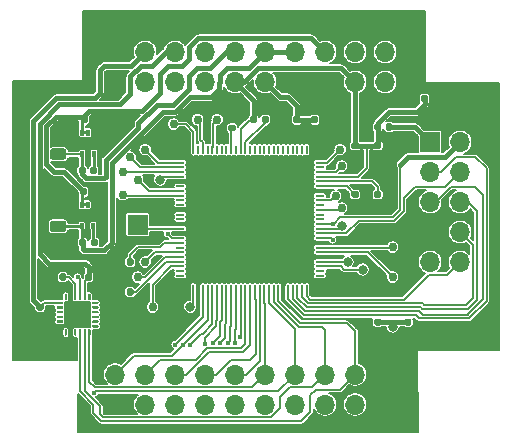
<source format=gtl>
G04 #@! TF.GenerationSoftware,KiCad,Pcbnew,(5.1.6)-1*
G04 #@! TF.CreationDate,2021-08-27T22:14:51-07:00*
G04 #@! TF.ProjectId,scum3c-devboard,7363756d-3363-42d6-9465-76626f617264,rev?*
G04 #@! TF.SameCoordinates,Original*
G04 #@! TF.FileFunction,Copper,L1,Top*
G04 #@! TF.FilePolarity,Positive*
%FSLAX46Y46*%
G04 Gerber Fmt 4.6, Leading zero omitted, Abs format (unit mm)*
G04 Created by KiCad (PCBNEW (5.1.6)-1) date 2021-08-27 22:14:51*
%MOMM*%
%LPD*%
G01*
G04 APERTURE LIST*
G04 #@! TA.AperFunction,SMDPad,CuDef*
%ADD10R,0.300000X0.500000*%
G04 #@! TD*
G04 #@! TA.AperFunction,ComponentPad*
%ADD11O,1.700000X1.700000*%
G04 #@! TD*
G04 #@! TA.AperFunction,ComponentPad*
%ADD12R,1.700000X1.700000*%
G04 #@! TD*
G04 #@! TA.AperFunction,ComponentPad*
%ADD13C,0.762000*%
G04 #@! TD*
G04 #@! TA.AperFunction,SMDPad,CuDef*
%ADD14O,0.800000X0.200000*%
G04 #@! TD*
G04 #@! TA.AperFunction,SMDPad,CuDef*
%ADD15O,0.200000X0.800000*%
G04 #@! TD*
G04 #@! TA.AperFunction,SMDPad,CuDef*
%ADD16R,1.137500X1.137500*%
G04 #@! TD*
G04 #@! TA.AperFunction,ComponentPad*
%ADD17C,0.568750*%
G04 #@! TD*
G04 #@! TA.AperFunction,ViaPad*
%ADD18C,0.406400*%
G04 #@! TD*
G04 #@! TA.AperFunction,ViaPad*
%ADD19C,0.812800*%
G04 #@! TD*
G04 #@! TA.AperFunction,Conductor*
%ADD20C,0.203200*%
G04 #@! TD*
G04 #@! TA.AperFunction,Conductor*
%ADD21C,0.406400*%
G04 #@! TD*
G04 #@! TA.AperFunction,Conductor*
%ADD22C,0.254000*%
G04 #@! TD*
G04 #@! TA.AperFunction,Conductor*
%ADD23C,0.127000*%
G04 #@! TD*
G04 APERTURE END LIST*
G04 #@! TO.P,R4,2*
G04 #@! TO.N,Net-(R4-Pad2)*
G04 #@! TA.AperFunction,SMDPad,CuDef*
G36*
G01*
X127340000Y-82087500D02*
X127340000Y-81742500D01*
G75*
G02*
X127487500Y-81595000I147500J0D01*
G01*
X127782500Y-81595000D01*
G75*
G02*
X127930000Y-81742500I0J-147500D01*
G01*
X127930000Y-82087500D01*
G75*
G02*
X127782500Y-82235000I-147500J0D01*
G01*
X127487500Y-82235000D01*
G75*
G02*
X127340000Y-82087500I0J147500D01*
G01*
G37*
G04 #@! TD.AperFunction*
G04 #@! TO.P,R4,1*
G04 #@! TO.N,+VDDD*
G04 #@! TA.AperFunction,SMDPad,CuDef*
G36*
G01*
X126370000Y-82087500D02*
X126370000Y-81742500D01*
G75*
G02*
X126517500Y-81595000I147500J0D01*
G01*
X126812500Y-81595000D01*
G75*
G02*
X126960000Y-81742500I0J-147500D01*
G01*
X126960000Y-82087500D01*
G75*
G02*
X126812500Y-82235000I-147500J0D01*
G01*
X126517500Y-82235000D01*
G75*
G02*
X126370000Y-82087500I0J147500D01*
G01*
G37*
G04 #@! TD.AperFunction*
G04 #@! TD*
D10*
G04 #@! TO.P,U3,6*
G04 #@! TO.N,+EXT_BAT*
X112149000Y-83018999D03*
G04 #@! TO.P,U3,5*
X112649000Y-83018999D03*
G04 #@! TO.P,U3,4*
G04 #@! TO.N,GND*
X113149000Y-83018999D03*
G04 #@! TO.P,U3,3*
G04 #@! TO.N,Net-(L2-Pad2)*
X113149000Y-84818999D03*
G04 #@! TO.P,U3,2*
G04 #@! TO.N,GND*
X112649000Y-84818999D03*
G04 #@! TO.P,U3,1*
G04 #@! TO.N,+1.1V_REG*
X112149000Y-84818999D03*
G04 #@! TD*
G04 #@! TO.P,U2,6*
G04 #@! TO.N,+EXT_BAT*
X112097999Y-89114999D03*
G04 #@! TO.P,U2,5*
X112597999Y-89114999D03*
G04 #@! TO.P,U2,4*
G04 #@! TO.N,GND*
X113097999Y-89114999D03*
G04 #@! TO.P,U2,3*
G04 #@! TO.N,Net-(L1-Pad2)*
X113097999Y-90914999D03*
G04 #@! TO.P,U2,2*
G04 #@! TO.N,GND*
X112597999Y-90914999D03*
G04 #@! TO.P,U2,1*
G04 #@! TO.N,+1.8V_REG*
X112097999Y-90914999D03*
G04 #@! TD*
G04 #@! TO.P,R3,2*
G04 #@! TO.N,GND*
G04 #@! TA.AperFunction,SMDPad,CuDef*
G36*
G01*
X141818000Y-80309500D02*
X141818000Y-79964500D01*
G75*
G02*
X141965500Y-79817000I147500J0D01*
G01*
X142260500Y-79817000D01*
G75*
G02*
X142408000Y-79964500I0J-147500D01*
G01*
X142408000Y-80309500D01*
G75*
G02*
X142260500Y-80457000I-147500J0D01*
G01*
X141965500Y-80457000D01*
G75*
G02*
X141818000Y-80309500I0J147500D01*
G01*
G37*
G04 #@! TD.AperFunction*
G04 #@! TO.P,R3,1*
G04 #@! TO.N,+VDDD*
G04 #@! TA.AperFunction,SMDPad,CuDef*
G36*
G01*
X140848000Y-80309500D02*
X140848000Y-79964500D01*
G75*
G02*
X140995500Y-79817000I147500J0D01*
G01*
X141290500Y-79817000D01*
G75*
G02*
X141438000Y-79964500I0J-147500D01*
G01*
X141438000Y-80309500D01*
G75*
G02*
X141290500Y-80457000I-147500J0D01*
G01*
X140995500Y-80457000D01*
G75*
G02*
X140848000Y-80309500I0J147500D01*
G01*
G37*
G04 #@! TD.AperFunction*
G04 #@! TD*
G04 #@! TO.P,R2,2*
G04 #@! TO.N,+VDDD*
G04 #@! TA.AperFunction,SMDPad,CuDef*
G36*
G01*
X137455000Y-82377500D02*
X137455000Y-82722500D01*
G75*
G02*
X137307500Y-82870000I-147500J0D01*
G01*
X137012500Y-82870000D01*
G75*
G02*
X136865000Y-82722500I0J147500D01*
G01*
X136865000Y-82377500D01*
G75*
G02*
X137012500Y-82230000I147500J0D01*
G01*
X137307500Y-82230000D01*
G75*
G02*
X137455000Y-82377500I0J-147500D01*
G01*
G37*
G04 #@! TD.AperFunction*
G04 #@! TO.P,R2,1*
G04 #@! TO.N,+NRF_VDDD*
G04 #@! TA.AperFunction,SMDPad,CuDef*
G36*
G01*
X138425000Y-82377500D02*
X138425000Y-82722500D01*
G75*
G02*
X138277500Y-82870000I-147500J0D01*
G01*
X137982500Y-82870000D01*
G75*
G02*
X137835000Y-82722500I0J147500D01*
G01*
X137835000Y-82377500D01*
G75*
G02*
X137982500Y-82230000I147500J0D01*
G01*
X138277500Y-82230000D01*
G75*
G02*
X138425000Y-82377500I0J-147500D01*
G01*
G37*
G04 #@! TD.AperFunction*
G04 #@! TD*
G04 #@! TO.P,C_1.8_OUT1,2*
G04 #@! TO.N,+1.8V_REG*
G04 #@! TA.AperFunction,SMDPad,CuDef*
G36*
G01*
X109652750Y-90470000D02*
X110565250Y-90470000D01*
G75*
G02*
X110809000Y-90713750I0J-243750D01*
G01*
X110809000Y-91201250D01*
G75*
G02*
X110565250Y-91445000I-243750J0D01*
G01*
X109652750Y-91445000D01*
G75*
G02*
X109409000Y-91201250I0J243750D01*
G01*
X109409000Y-90713750D01*
G75*
G02*
X109652750Y-90470000I243750J0D01*
G01*
G37*
G04 #@! TD.AperFunction*
G04 #@! TO.P,C_1.8_OUT1,1*
G04 #@! TO.N,GND*
G04 #@! TA.AperFunction,SMDPad,CuDef*
G36*
G01*
X109652750Y-88595000D02*
X110565250Y-88595000D01*
G75*
G02*
X110809000Y-88838750I0J-243750D01*
G01*
X110809000Y-89326250D01*
G75*
G02*
X110565250Y-89570000I-243750J0D01*
G01*
X109652750Y-89570000D01*
G75*
G02*
X109409000Y-89326250I0J243750D01*
G01*
X109409000Y-88838750D01*
G75*
G02*
X109652750Y-88595000I243750J0D01*
G01*
G37*
G04 #@! TD.AperFunction*
G04 #@! TD*
G04 #@! TO.P,C_1.1_OUT1,2*
G04 #@! TO.N,+1.1V_REG*
G04 #@! TA.AperFunction,SMDPad,CuDef*
G36*
G01*
X109652750Y-84348500D02*
X110565250Y-84348500D01*
G75*
G02*
X110809000Y-84592250I0J-243750D01*
G01*
X110809000Y-85079750D01*
G75*
G02*
X110565250Y-85323500I-243750J0D01*
G01*
X109652750Y-85323500D01*
G75*
G02*
X109409000Y-85079750I0J243750D01*
G01*
X109409000Y-84592250D01*
G75*
G02*
X109652750Y-84348500I243750J0D01*
G01*
G37*
G04 #@! TD.AperFunction*
G04 #@! TO.P,C_1.1_OUT1,1*
G04 #@! TO.N,GND*
G04 #@! TA.AperFunction,SMDPad,CuDef*
G36*
G01*
X109652750Y-82473500D02*
X110565250Y-82473500D01*
G75*
G02*
X110809000Y-82717250I0J-243750D01*
G01*
X110809000Y-83204750D01*
G75*
G02*
X110565250Y-83448500I-243750J0D01*
G01*
X109652750Y-83448500D01*
G75*
G02*
X109409000Y-83204750I0J243750D01*
G01*
X109409000Y-82717250D01*
G75*
G02*
X109652750Y-82473500I243750J0D01*
G01*
G37*
G04 #@! TD.AperFunction*
G04 #@! TD*
D11*
G04 #@! TO.P,J1,20*
G04 #@! TO.N,/SENSOR_LDO_OUTPUT*
X137795000Y-76200000D03*
G04 #@! TO.P,J1,19*
G04 #@! TO.N,/SENSOR_EXT_IN*
X137795000Y-78740000D03*
G04 #@! TO.P,J1,18*
G04 #@! TO.N,/BOOT_SOURCE_SEL*
X135255000Y-76200000D03*
G04 #@! TO.P,J1,17*
G04 #@! TO.N,+VDDD*
X135255000Y-78740000D03*
G04 #@! TO.P,J1,16*
G04 #@! TO.N,+EXT_BAT*
X132715000Y-76200000D03*
G04 #@! TO.P,J1,15*
G04 #@! TO.N,GND*
X132715000Y-78740000D03*
G04 #@! TO.P,J1,14*
G04 #@! TO.N,+1.8V_REG*
X130175000Y-76200000D03*
G04 #@! TO.P,J1,13*
G04 #@! TO.N,GND*
X130175000Y-78740000D03*
G04 #@! TO.P,J1,12*
G04 #@! TO.N,+1.8V_REG*
X127635000Y-76200000D03*
G04 #@! TO.P,J1,11*
G04 #@! TO.N,+VBAT*
X127635000Y-78740000D03*
G04 #@! TO.P,J1,10*
G04 #@! TO.N,+1.1V_REG*
X125095000Y-76200000D03*
G04 #@! TO.P,J1,9*
G04 #@! TO.N,+VDDD*
X125095000Y-78740000D03*
G04 #@! TO.P,J1,8*
G04 #@! TO.N,+VDDIO*
X122555000Y-76200000D03*
G04 #@! TO.P,J1,7*
G04 #@! TO.N,+VBAT*
X122555000Y-78740000D03*
G04 #@! TO.P,J1,6*
G04 #@! TO.N,/IMU_VDDIO*
X120015000Y-76200000D03*
G04 #@! TO.P,J1,5*
G04 #@! TO.N,+VDDIO*
X120015000Y-78740000D03*
G04 #@! TO.P,J1,4*
G04 #@! TO.N,/IMU_VDD*
X117475000Y-76200000D03*
G04 #@! TO.P,J1,3*
G04 #@! TO.N,+VDDIO*
X117475000Y-78740000D03*
G04 #@! TO.P,J1,2*
G04 #@! TO.N,GND*
X114935000Y-76200000D03*
D12*
G04 #@! TO.P,J1,1*
X114935000Y-78740000D03*
G04 #@! TD*
G04 #@! TO.P,L2,2*
G04 #@! TO.N,Net-(L2-Pad2)*
G04 #@! TA.AperFunction,SMDPad,CuDef*
G36*
G01*
X112816000Y-86405500D02*
X112816000Y-86060500D01*
G75*
G02*
X112963500Y-85913000I147500J0D01*
G01*
X113258500Y-85913000D01*
G75*
G02*
X113406000Y-86060500I0J-147500D01*
G01*
X113406000Y-86405500D01*
G75*
G02*
X113258500Y-86553000I-147500J0D01*
G01*
X112963500Y-86553000D01*
G75*
G02*
X112816000Y-86405500I0J147500D01*
G01*
G37*
G04 #@! TD.AperFunction*
G04 #@! TO.P,L2,1*
G04 #@! TO.N,+1.1V_REG*
G04 #@! TA.AperFunction,SMDPad,CuDef*
G36*
G01*
X111846000Y-86405500D02*
X111846000Y-86060500D01*
G75*
G02*
X111993500Y-85913000I147500J0D01*
G01*
X112288500Y-85913000D01*
G75*
G02*
X112436000Y-86060500I0J-147500D01*
G01*
X112436000Y-86405500D01*
G75*
G02*
X112288500Y-86553000I-147500J0D01*
G01*
X111993500Y-86553000D01*
G75*
G02*
X111846000Y-86405500I0J147500D01*
G01*
G37*
G04 #@! TD.AperFunction*
G04 #@! TD*
G04 #@! TO.P,L1,2*
G04 #@! TO.N,Net-(L1-Pad2)*
G04 #@! TA.AperFunction,SMDPad,CuDef*
G36*
G01*
X112862000Y-92501500D02*
X112862000Y-92156500D01*
G75*
G02*
X113009500Y-92009000I147500J0D01*
G01*
X113304500Y-92009000D01*
G75*
G02*
X113452000Y-92156500I0J-147500D01*
G01*
X113452000Y-92501500D01*
G75*
G02*
X113304500Y-92649000I-147500J0D01*
G01*
X113009500Y-92649000D01*
G75*
G02*
X112862000Y-92501500I0J147500D01*
G01*
G37*
G04 #@! TD.AperFunction*
G04 #@! TO.P,L1,1*
G04 #@! TO.N,+1.8V_REG*
G04 #@! TA.AperFunction,SMDPad,CuDef*
G36*
G01*
X111892000Y-92501500D02*
X111892000Y-92156500D01*
G75*
G02*
X112039500Y-92009000I147500J0D01*
G01*
X112334500Y-92009000D01*
G75*
G02*
X112482000Y-92156500I0J-147500D01*
G01*
X112482000Y-92501500D01*
G75*
G02*
X112334500Y-92649000I-147500J0D01*
G01*
X112039500Y-92649000D01*
G75*
G02*
X111892000Y-92501500I0J147500D01*
G01*
G37*
G04 #@! TD.AperFunction*
G04 #@! TD*
D11*
G04 #@! TO.P,J3,10*
G04 #@! TO.N,/3WB_DATA*
X144145000Y-93980000D03*
G04 #@! TO.P,J3,9*
G04 #@! TO.N,/GPIO2*
X141605000Y-93980000D03*
G04 #@! TO.P,J3,8*
G04 #@! TO.N,/3WB_ENB*
X144145000Y-91440000D03*
G04 #@! TO.P,J3,7*
G04 #@! TO.N,GND*
X141605000Y-91440000D03*
G04 #@! TO.P,J3,6*
G04 #@! TO.N,/3WB_CLK*
X144145000Y-88900000D03*
G04 #@! TO.P,J3,5*
G04 #@! TO.N,/RsRx*
X141605000Y-88900000D03*
G04 #@! TO.P,J3,4*
G04 #@! TO.N,/HARD_RESET*
X144145000Y-86360000D03*
G04 #@! TO.P,J3,3*
G04 #@! TO.N,/RsTx*
X141605000Y-86360000D03*
G04 #@! TO.P,J3,2*
G04 #@! TO.N,+VBAT*
X144145000Y-83820000D03*
D12*
G04 #@! TO.P,J3,1*
G04 #@! TO.N,+NRF_VDDD*
X141605000Y-83820000D03*
G04 #@! TD*
G04 #@! TO.P,C_1.1_IN1,2*
G04 #@! TO.N,GND*
G04 #@! TA.AperFunction,SMDPad,CuDef*
G36*
G01*
X112989000Y-82087500D02*
X112989000Y-81742500D01*
G75*
G02*
X113136500Y-81595000I147500J0D01*
G01*
X113431500Y-81595000D01*
G75*
G02*
X113579000Y-81742500I0J-147500D01*
G01*
X113579000Y-82087500D01*
G75*
G02*
X113431500Y-82235000I-147500J0D01*
G01*
X113136500Y-82235000D01*
G75*
G02*
X112989000Y-82087500I0J147500D01*
G01*
G37*
G04 #@! TD.AperFunction*
G04 #@! TO.P,C_1.1_IN1,1*
G04 #@! TO.N,+EXT_BAT*
G04 #@! TA.AperFunction,SMDPad,CuDef*
G36*
G01*
X112019000Y-82087500D02*
X112019000Y-81742500D01*
G75*
G02*
X112166500Y-81595000I147500J0D01*
G01*
X112461500Y-81595000D01*
G75*
G02*
X112609000Y-81742500I0J-147500D01*
G01*
X112609000Y-82087500D01*
G75*
G02*
X112461500Y-82235000I-147500J0D01*
G01*
X112166500Y-82235000D01*
G75*
G02*
X112019000Y-82087500I0J147500D01*
G01*
G37*
G04 #@! TD.AperFunction*
G04 #@! TD*
G04 #@! TO.P,C_1.8_IN1,2*
G04 #@! TO.N,GND*
G04 #@! TA.AperFunction,SMDPad,CuDef*
G36*
G01*
X112943000Y-88183500D02*
X112943000Y-87838500D01*
G75*
G02*
X113090500Y-87691000I147500J0D01*
G01*
X113385500Y-87691000D01*
G75*
G02*
X113533000Y-87838500I0J-147500D01*
G01*
X113533000Y-88183500D01*
G75*
G02*
X113385500Y-88331000I-147500J0D01*
G01*
X113090500Y-88331000D01*
G75*
G02*
X112943000Y-88183500I0J147500D01*
G01*
G37*
G04 #@! TD.AperFunction*
G04 #@! TO.P,C_1.8_IN1,1*
G04 #@! TO.N,+EXT_BAT*
G04 #@! TA.AperFunction,SMDPad,CuDef*
G36*
G01*
X111973000Y-88183500D02*
X111973000Y-87838500D01*
G75*
G02*
X112120500Y-87691000I147500J0D01*
G01*
X112415500Y-87691000D01*
G75*
G02*
X112563000Y-87838500I0J-147500D01*
G01*
X112563000Y-88183500D01*
G75*
G02*
X112415500Y-88331000I-147500J0D01*
G01*
X112120500Y-88331000D01*
G75*
G02*
X111973000Y-88183500I0J147500D01*
G01*
G37*
G04 #@! TD.AperFunction*
G04 #@! TD*
D13*
G04 #@! TO.P,J21,1*
G04 #@! TO.N,Net-(J21-Pad1)*
X138430000Y-92710000D03*
G04 #@! TD*
G04 #@! TO.P,J20,1*
G04 #@! TO.N,Net-(J20-Pad1)*
X133985000Y-84455000D03*
G04 #@! TD*
G04 #@! TO.P,J19,1*
G04 #@! TO.N,Net-(J19-Pad1)*
X123571000Y-81915000D03*
G04 #@! TD*
G04 #@! TO.P,J18,1*
G04 #@! TO.N,Net-(J18-Pad1)*
X121920000Y-81915000D03*
G04 #@! TD*
G04 #@! TO.P,J14,1*
G04 #@! TO.N,Net-(J14-Pad1)*
X119888000Y-82296000D03*
G04 #@! TD*
G04 #@! TO.P,J12,1*
G04 #@! TO.N,Net-(J12-Pad1)*
X116840000Y-95250000D03*
G04 #@! TD*
G04 #@! TO.P,J17,1*
G04 #@! TO.N,Net-(J17-Pad1)*
X138430000Y-95250000D03*
G04 #@! TD*
G04 #@! TO.P,J16,1*
G04 #@! TO.N,Net-(J16-Pad1)*
X134112000Y-89408000D03*
G04 #@! TD*
G04 #@! TO.P,J15,1*
G04 #@! TO.N,Net-(J15-Pad1)*
X133604000Y-88392000D03*
G04 #@! TD*
G04 #@! TO.P,J13,1*
G04 #@! TO.N,Net-(J13-Pad1)*
X118110000Y-97790000D03*
G04 #@! TD*
G04 #@! TO.P,J11,1*
G04 #@! TO.N,Net-(J11-Pad1)*
X117475000Y-93980000D03*
G04 #@! TD*
G04 #@! TO.P,J10,1*
G04 #@! TO.N,Net-(J10-Pad1)*
X115570000Y-88265000D03*
G04 #@! TD*
G04 #@! TO.P,J9,1*
G04 #@! TO.N,Net-(J9-Pad1)*
X116840000Y-86995000D03*
G04 #@! TD*
G04 #@! TO.P,J8,1*
G04 #@! TO.N,Net-(J8-Pad1)*
X115570000Y-86360000D03*
G04 #@! TD*
G04 #@! TO.P,J7,1*
G04 #@! TO.N,Net-(J7-Pad1)*
X116205000Y-85090000D03*
G04 #@! TD*
G04 #@! TO.P,J6,1*
G04 #@! TO.N,Net-(J6-Pad1)*
X117475000Y-84455000D03*
G04 #@! TD*
G04 #@! TO.P,J5,1*
G04 #@! TO.N,Net-(J5-Pad1)*
X134112000Y-85852000D03*
G04 #@! TD*
G04 #@! TO.P,GND6,1*
G04 #@! TO.N,GND*
X144272000Y-80010000D03*
G04 #@! TD*
G04 #@! TO.P,GND5,1*
G04 #@! TO.N,GND*
X136525000Y-95885000D03*
G04 #@! TD*
G04 #@! TO.P,GND4,1*
G04 #@! TO.N,GND*
X134239000Y-82169000D03*
G04 #@! TD*
G04 #@! TO.P,GND3,1*
G04 #@! TO.N,GND*
X115189000Y-82169000D03*
G04 #@! TD*
G04 #@! TO.P,GND2,1*
G04 #@! TO.N,GND*
X138430000Y-87630000D03*
G04 #@! TD*
G04 #@! TO.P,GND1,1*
G04 #@! TO.N,GND*
X116205000Y-97917000D03*
G04 #@! TD*
D12*
G04 #@! TO.P,J4,1*
G04 #@! TO.N,/ANTENNA*
X116840000Y-90805000D03*
G04 #@! TD*
G04 #@! TO.P,R1,2*
G04 #@! TO.N,GND*
G04 #@! TA.AperFunction,SMDPad,CuDef*
G36*
G01*
X136987500Y-88940000D02*
X137332500Y-88940000D01*
G75*
G02*
X137480000Y-89087500I0J-147500D01*
G01*
X137480000Y-89382500D01*
G75*
G02*
X137332500Y-89530000I-147500J0D01*
G01*
X136987500Y-89530000D01*
G75*
G02*
X136840000Y-89382500I0J147500D01*
G01*
X136840000Y-89087500D01*
G75*
G02*
X136987500Y-88940000I147500J0D01*
G01*
G37*
G04 #@! TD.AperFunction*
G04 #@! TO.P,R1,1*
G04 #@! TO.N,/scumsheet/VDDD_DISABLE*
G04 #@! TA.AperFunction,SMDPad,CuDef*
G36*
G01*
X136987500Y-87970000D02*
X137332500Y-87970000D01*
G75*
G02*
X137480000Y-88117500I0J-147500D01*
G01*
X137480000Y-88412500D01*
G75*
G02*
X137332500Y-88560000I-147500J0D01*
G01*
X136987500Y-88560000D01*
G75*
G02*
X136840000Y-88412500I0J147500D01*
G01*
X136840000Y-88117500D01*
G75*
G02*
X136987500Y-87970000I147500J0D01*
G01*
G37*
G04 #@! TD.AperFunction*
G04 #@! TD*
G04 #@! TO.P,C13,2*
G04 #@! TO.N,+VDDD*
G04 #@! TA.AperFunction,SMDPad,CuDef*
G36*
G01*
X137332500Y-84415000D02*
X136987500Y-84415000D01*
G75*
G02*
X136840000Y-84267500I0J147500D01*
G01*
X136840000Y-83972500D01*
G75*
G02*
X136987500Y-83825000I147500J0D01*
G01*
X137332500Y-83825000D01*
G75*
G02*
X137480000Y-83972500I0J-147500D01*
G01*
X137480000Y-84267500D01*
G75*
G02*
X137332500Y-84415000I-147500J0D01*
G01*
G37*
G04 #@! TD.AperFunction*
G04 #@! TO.P,C13,1*
G04 #@! TO.N,GND*
G04 #@! TA.AperFunction,SMDPad,CuDef*
G36*
G01*
X137332500Y-85385000D02*
X136987500Y-85385000D01*
G75*
G02*
X136840000Y-85237500I0J147500D01*
G01*
X136840000Y-84942500D01*
G75*
G02*
X136987500Y-84795000I147500J0D01*
G01*
X137332500Y-84795000D01*
G75*
G02*
X137480000Y-84942500I0J-147500D01*
G01*
X137480000Y-85237500D01*
G75*
G02*
X137332500Y-85385000I-147500J0D01*
G01*
G37*
G04 #@! TD.AperFunction*
G04 #@! TD*
G04 #@! TO.P,C12,2*
G04 #@! TO.N,+VDDD*
G04 #@! TA.AperFunction,SMDPad,CuDef*
G36*
G01*
X135427500Y-84415000D02*
X135082500Y-84415000D01*
G75*
G02*
X134935000Y-84267500I0J147500D01*
G01*
X134935000Y-83972500D01*
G75*
G02*
X135082500Y-83825000I147500J0D01*
G01*
X135427500Y-83825000D01*
G75*
G02*
X135575000Y-83972500I0J-147500D01*
G01*
X135575000Y-84267500D01*
G75*
G02*
X135427500Y-84415000I-147500J0D01*
G01*
G37*
G04 #@! TD.AperFunction*
G04 #@! TO.P,C12,1*
G04 #@! TO.N,GND*
G04 #@! TA.AperFunction,SMDPad,CuDef*
G36*
G01*
X135427500Y-85385000D02*
X135082500Y-85385000D01*
G75*
G02*
X134935000Y-85237500I0J147500D01*
G01*
X134935000Y-84942500D01*
G75*
G02*
X135082500Y-84795000I147500J0D01*
G01*
X135427500Y-84795000D01*
G75*
G02*
X135575000Y-84942500I0J-147500D01*
G01*
X135575000Y-85237500D01*
G75*
G02*
X135427500Y-85385000I-147500J0D01*
G01*
G37*
G04 #@! TD.AperFunction*
G04 #@! TD*
G04 #@! TO.P,C11,2*
G04 #@! TO.N,/scumsheet/AUX_LDO_OUTPUT*
G04 #@! TA.AperFunction,SMDPad,CuDef*
G36*
G01*
X135427500Y-88560000D02*
X135082500Y-88560000D01*
G75*
G02*
X134935000Y-88412500I0J147500D01*
G01*
X134935000Y-88117500D01*
G75*
G02*
X135082500Y-87970000I147500J0D01*
G01*
X135427500Y-87970000D01*
G75*
G02*
X135575000Y-88117500I0J-147500D01*
G01*
X135575000Y-88412500D01*
G75*
G02*
X135427500Y-88560000I-147500J0D01*
G01*
G37*
G04 #@! TD.AperFunction*
G04 #@! TO.P,C11,1*
G04 #@! TO.N,GND*
G04 #@! TA.AperFunction,SMDPad,CuDef*
G36*
G01*
X135427500Y-89530000D02*
X135082500Y-89530000D01*
G75*
G02*
X134935000Y-89382500I0J147500D01*
G01*
X134935000Y-89087500D01*
G75*
G02*
X135082500Y-88940000I147500J0D01*
G01*
X135427500Y-88940000D01*
G75*
G02*
X135575000Y-89087500I0J-147500D01*
G01*
X135575000Y-89382500D01*
G75*
G02*
X135427500Y-89530000I-147500J0D01*
G01*
G37*
G04 #@! TD.AperFunction*
G04 #@! TD*
G04 #@! TO.P,C10,2*
G04 #@! TO.N,GND*
G04 #@! TA.AperFunction,SMDPad,CuDef*
G36*
G01*
X125013500Y-81956000D02*
X124668500Y-81956000D01*
G75*
G02*
X124521000Y-81808500I0J147500D01*
G01*
X124521000Y-81513500D01*
G75*
G02*
X124668500Y-81366000I147500J0D01*
G01*
X125013500Y-81366000D01*
G75*
G02*
X125161000Y-81513500I0J-147500D01*
G01*
X125161000Y-81808500D01*
G75*
G02*
X125013500Y-81956000I-147500J0D01*
G01*
G37*
G04 #@! TD.AperFunction*
G04 #@! TO.P,C10,1*
G04 #@! TO.N,+VDDAO*
G04 #@! TA.AperFunction,SMDPad,CuDef*
G36*
G01*
X125013500Y-82926000D02*
X124668500Y-82926000D01*
G75*
G02*
X124521000Y-82778500I0J147500D01*
G01*
X124521000Y-82483500D01*
G75*
G02*
X124668500Y-82336000I147500J0D01*
G01*
X125013500Y-82336000D01*
G75*
G02*
X125161000Y-82483500I0J-147500D01*
G01*
X125161000Y-82778500D01*
G75*
G02*
X125013500Y-82926000I-147500J0D01*
G01*
G37*
G04 #@! TD.AperFunction*
G04 #@! TD*
G04 #@! TO.P,C9,2*
G04 #@! TO.N,GND*
G04 #@! TA.AperFunction,SMDPad,CuDef*
G36*
G01*
X139527500Y-99735000D02*
X139872500Y-99735000D01*
G75*
G02*
X140020000Y-99882500I0J-147500D01*
G01*
X140020000Y-100177500D01*
G75*
G02*
X139872500Y-100325000I-147500J0D01*
G01*
X139527500Y-100325000D01*
G75*
G02*
X139380000Y-100177500I0J147500D01*
G01*
X139380000Y-99882500D01*
G75*
G02*
X139527500Y-99735000I147500J0D01*
G01*
G37*
G04 #@! TD.AperFunction*
G04 #@! TO.P,C9,1*
G04 #@! TO.N,+VDDIO*
G04 #@! TA.AperFunction,SMDPad,CuDef*
G36*
G01*
X139527500Y-98765000D02*
X139872500Y-98765000D01*
G75*
G02*
X140020000Y-98912500I0J-147500D01*
G01*
X140020000Y-99207500D01*
G75*
G02*
X139872500Y-99355000I-147500J0D01*
G01*
X139527500Y-99355000D01*
G75*
G02*
X139380000Y-99207500I0J147500D01*
G01*
X139380000Y-98912500D01*
G75*
G02*
X139527500Y-98765000I147500J0D01*
G01*
G37*
G04 #@! TD.AperFunction*
G04 #@! TD*
G04 #@! TO.P,C8,2*
G04 #@! TO.N,GND*
G04 #@! TA.AperFunction,SMDPad,CuDef*
G36*
G01*
X136987500Y-99735000D02*
X137332500Y-99735000D01*
G75*
G02*
X137480000Y-99882500I0J-147500D01*
G01*
X137480000Y-100177500D01*
G75*
G02*
X137332500Y-100325000I-147500J0D01*
G01*
X136987500Y-100325000D01*
G75*
G02*
X136840000Y-100177500I0J147500D01*
G01*
X136840000Y-99882500D01*
G75*
G02*
X136987500Y-99735000I147500J0D01*
G01*
G37*
G04 #@! TD.AperFunction*
G04 #@! TO.P,C8,1*
G04 #@! TO.N,+VDDIO*
G04 #@! TA.AperFunction,SMDPad,CuDef*
G36*
G01*
X136987500Y-98765000D02*
X137332500Y-98765000D01*
G75*
G02*
X137480000Y-98912500I0J-147500D01*
G01*
X137480000Y-99207500D01*
G75*
G02*
X137332500Y-99355000I-147500J0D01*
G01*
X136987500Y-99355000D01*
G75*
G02*
X136840000Y-99207500I0J147500D01*
G01*
X136840000Y-98912500D01*
G75*
G02*
X136987500Y-98765000I147500J0D01*
G01*
G37*
G04 #@! TD.AperFunction*
G04 #@! TD*
G04 #@! TO.P,C7,2*
G04 #@! TO.N,GND*
G04 #@! TA.AperFunction,SMDPad,CuDef*
G36*
G01*
X132501000Y-82087500D02*
X132501000Y-81742500D01*
G75*
G02*
X132648500Y-81595000I147500J0D01*
G01*
X132943500Y-81595000D01*
G75*
G02*
X133091000Y-81742500I0J-147500D01*
G01*
X133091000Y-82087500D01*
G75*
G02*
X132943500Y-82235000I-147500J0D01*
G01*
X132648500Y-82235000D01*
G75*
G02*
X132501000Y-82087500I0J147500D01*
G01*
G37*
G04 #@! TD.AperFunction*
G04 #@! TO.P,C7,1*
G04 #@! TO.N,+VBAT*
G04 #@! TA.AperFunction,SMDPad,CuDef*
G36*
G01*
X131531000Y-82087500D02*
X131531000Y-81742500D01*
G75*
G02*
X131678500Y-81595000I147500J0D01*
G01*
X131973500Y-81595000D01*
G75*
G02*
X132121000Y-81742500I0J-147500D01*
G01*
X132121000Y-82087500D01*
G75*
G02*
X131973500Y-82235000I-147500J0D01*
G01*
X131678500Y-82235000D01*
G75*
G02*
X131531000Y-82087500I0J147500D01*
G01*
G37*
G04 #@! TD.AperFunction*
G04 #@! TD*
G04 #@! TO.P,C6,2*
G04 #@! TO.N,GND*
G04 #@! TA.AperFunction,SMDPad,CuDef*
G36*
G01*
X129627000Y-81742500D02*
X129627000Y-82087500D01*
G75*
G02*
X129479500Y-82235000I-147500J0D01*
G01*
X129184500Y-82235000D01*
G75*
G02*
X129037000Y-82087500I0J147500D01*
G01*
X129037000Y-81742500D01*
G75*
G02*
X129184500Y-81595000I147500J0D01*
G01*
X129479500Y-81595000D01*
G75*
G02*
X129627000Y-81742500I0J-147500D01*
G01*
G37*
G04 #@! TD.AperFunction*
G04 #@! TO.P,C6,1*
G04 #@! TO.N,+VBAT*
G04 #@! TA.AperFunction,SMDPad,CuDef*
G36*
G01*
X130597000Y-81742500D02*
X130597000Y-82087500D01*
G75*
G02*
X130449500Y-82235000I-147500J0D01*
G01*
X130154500Y-82235000D01*
G75*
G02*
X130007000Y-82087500I0J147500D01*
G01*
X130007000Y-81742500D01*
G75*
G02*
X130154500Y-81595000I147500J0D01*
G01*
X130449500Y-81595000D01*
G75*
G02*
X130597000Y-81742500I0J-147500D01*
G01*
G37*
G04 #@! TD.AperFunction*
G04 #@! TD*
G04 #@! TO.P,C5,2*
G04 #@! TO.N,GND*
G04 #@! TA.AperFunction,SMDPad,CuDef*
G36*
G01*
X115530000Y-93807500D02*
X115530000Y-94152500D01*
G75*
G02*
X115382500Y-94300000I-147500J0D01*
G01*
X115087500Y-94300000D01*
G75*
G02*
X114940000Y-94152500I0J147500D01*
G01*
X114940000Y-93807500D01*
G75*
G02*
X115087500Y-93660000I147500J0D01*
G01*
X115382500Y-93660000D01*
G75*
G02*
X115530000Y-93807500I0J-147500D01*
G01*
G37*
G04 #@! TD.AperFunction*
G04 #@! TO.P,C5,1*
G04 #@! TO.N,/scumsheet/PA_LDO_OUTPUT*
G04 #@! TA.AperFunction,SMDPad,CuDef*
G36*
G01*
X116500000Y-93807500D02*
X116500000Y-94152500D01*
G75*
G02*
X116352500Y-94300000I-147500J0D01*
G01*
X116057500Y-94300000D01*
G75*
G02*
X115910000Y-94152500I0J147500D01*
G01*
X115910000Y-93807500D01*
G75*
G02*
X116057500Y-93660000I147500J0D01*
G01*
X116352500Y-93660000D01*
G75*
G02*
X116500000Y-93807500I0J-147500D01*
G01*
G37*
G04 #@! TD.AperFunction*
G04 #@! TD*
G04 #@! TO.P,C4,2*
G04 #@! TO.N,GND*
G04 #@! TA.AperFunction,SMDPad,CuDef*
G36*
G01*
X115530000Y-96347500D02*
X115530000Y-96692500D01*
G75*
G02*
X115382500Y-96840000I-147500J0D01*
G01*
X115087500Y-96840000D01*
G75*
G02*
X114940000Y-96692500I0J147500D01*
G01*
X114940000Y-96347500D01*
G75*
G02*
X115087500Y-96200000I147500J0D01*
G01*
X115382500Y-96200000D01*
G75*
G02*
X115530000Y-96347500I0J-147500D01*
G01*
G37*
G04 #@! TD.AperFunction*
G04 #@! TO.P,C4,1*
G04 #@! TO.N,/scumsheet/LO_LDO_OUTPUT*
G04 #@! TA.AperFunction,SMDPad,CuDef*
G36*
G01*
X116500000Y-96347500D02*
X116500000Y-96692500D01*
G75*
G02*
X116352500Y-96840000I-147500J0D01*
G01*
X116057500Y-96840000D01*
G75*
G02*
X115910000Y-96692500I0J147500D01*
G01*
X115910000Y-96347500D01*
G75*
G02*
X116057500Y-96200000I147500J0D01*
G01*
X116352500Y-96200000D01*
G75*
G02*
X116500000Y-96347500I0J-147500D01*
G01*
G37*
G04 #@! TD.AperFunction*
G04 #@! TD*
D11*
G04 #@! TO.P,J2,20*
G04 #@! TO.N,GND*
X137795000Y-103505000D03*
G04 #@! TO.P,J2,19*
X137795000Y-106045000D03*
G04 #@! TO.P,J2,18*
G04 #@! TO.N,/GPIO15*
X135255000Y-103505000D03*
G04 #@! TO.P,J2,17*
G04 #@! TO.N,/GPIO7*
X135255000Y-106045000D03*
G04 #@! TO.P,J2,16*
G04 #@! TO.N,/GPIO14*
X132715000Y-103505000D03*
G04 #@! TO.P,J2,15*
G04 #@! TO.N,/GPIO6*
X132715000Y-106045000D03*
G04 #@! TO.P,J2,14*
G04 #@! TO.N,/GPIO13*
X130175000Y-103505000D03*
G04 #@! TO.P,J2,13*
G04 #@! TO.N,/GPIO5*
X130175000Y-106045000D03*
G04 #@! TO.P,J2,12*
G04 #@! TO.N,/GPIO12*
X127635000Y-103505000D03*
G04 #@! TO.P,J2,11*
G04 #@! TO.N,/GPIO4*
X127635000Y-106045000D03*
G04 #@! TO.P,J2,10*
G04 #@! TO.N,/GPIO11*
X125095000Y-103505000D03*
G04 #@! TO.P,J2,9*
G04 #@! TO.N,/GPIO3*
X125095000Y-106045000D03*
G04 #@! TO.P,J2,8*
G04 #@! TO.N,/GPIO10*
X122555000Y-103505000D03*
G04 #@! TO.P,J2,7*
G04 #@! TO.N,/GPIO2*
X122555000Y-106045000D03*
G04 #@! TO.P,J2,6*
G04 #@! TO.N,/GPIO9*
X120015000Y-103505000D03*
G04 #@! TO.P,J2,5*
G04 #@! TO.N,/GPIO1*
X120015000Y-106045000D03*
G04 #@! TO.P,J2,4*
G04 #@! TO.N,/GPIO8*
X117475000Y-103505000D03*
G04 #@! TO.P,J2,3*
G04 #@! TO.N,/GPIO0*
X117475000Y-106045000D03*
G04 #@! TO.P,J2,2*
G04 #@! TO.N,/GPIO1*
X114935000Y-103505000D03*
D12*
G04 #@! TO.P,J2,1*
G04 #@! TO.N,GND*
X114935000Y-106045000D03*
G04 #@! TD*
D14*
G04 #@! TO.P,U1,1*
G04 #@! TO.N,Net-(J6-Pad1)*
X120465000Y-85555000D03*
G04 #@! TO.P,U1,2*
G04 #@! TO.N,Net-(J7-Pad1)*
X120465000Y-85955000D03*
G04 #@! TO.P,U1,3*
G04 #@! TO.N,Net-(J8-Pad1)*
X120465000Y-86355000D03*
G04 #@! TO.P,U1,4*
G04 #@! TO.N,+VBAT*
X120465000Y-86755000D03*
G04 #@! TO.P,U1,5*
G04 #@! TO.N,GND*
X120465000Y-87155000D03*
G04 #@! TO.P,U1,6*
G04 #@! TO.N,N/C*
X120465000Y-87555000D03*
G04 #@! TO.P,U1,7*
G04 #@! TO.N,Net-(J9-Pad1)*
X120465000Y-87955000D03*
G04 #@! TO.P,U1,8*
G04 #@! TO.N,Net-(J10-Pad1)*
X120465000Y-88355000D03*
G04 #@! TO.P,U1,9*
G04 #@! TO.N,N/C*
X120465000Y-88755000D03*
G04 #@! TO.P,U1,10*
X120465000Y-89155000D03*
G04 #@! TO.P,U1,11*
G04 #@! TO.N,GND*
X120465000Y-89555000D03*
G04 #@! TO.P,U1,12*
G04 #@! TO.N,N/C*
X120465000Y-89955000D03*
G04 #@! TO.P,U1,13*
X120465000Y-90355000D03*
G04 #@! TO.P,U1,14*
G04 #@! TO.N,GND*
X120465000Y-90755000D03*
G04 #@! TO.P,U1,15*
G04 #@! TO.N,/ANTENNA*
X120465000Y-91155000D03*
G04 #@! TO.P,U1,16*
G04 #@! TO.N,GND*
X120465000Y-91555000D03*
G04 #@! TO.P,U1,17*
G04 #@! TO.N,+VBAT*
X120465000Y-91955000D03*
G04 #@! TO.P,U1,18*
G04 #@! TO.N,/scumsheet/PA_LDO_OUTPUT*
X120465000Y-92355000D03*
G04 #@! TO.P,U1,19*
G04 #@! TO.N,N/C*
X120465000Y-92755000D03*
G04 #@! TO.P,U1,20*
G04 #@! TO.N,Net-(J11-Pad1)*
X120465000Y-93155000D03*
G04 #@! TO.P,U1,21*
G04 #@! TO.N,Net-(J12-Pad1)*
X120465000Y-93555000D03*
G04 #@! TO.P,U1,22*
G04 #@! TO.N,/scumsheet/LO_LDO_OUTPUT*
X120465000Y-93955000D03*
G04 #@! TO.P,U1,23*
G04 #@! TO.N,Net-(J13-Pad1)*
X120465000Y-94355000D03*
G04 #@! TO.P,U1,24*
G04 #@! TO.N,N/C*
X120465000Y-94755000D03*
G04 #@! TO.P,U1,25*
X120465000Y-95155000D03*
D15*
G04 #@! TO.P,U1,26*
G04 #@! TO.N,+VBAT*
X121565000Y-96255000D03*
G04 #@! TO.P,U1,27*
G04 #@! TO.N,GND*
X121965000Y-96255000D03*
G04 #@! TO.P,U1,28*
G04 #@! TO.N,/GPIO0*
X122365000Y-96255000D03*
G04 #@! TO.P,U1,29*
G04 #@! TO.N,/GPIO1*
X122765000Y-96255000D03*
G04 #@! TO.P,U1,30*
G04 #@! TO.N,/GPIO2*
X123165000Y-96255000D03*
G04 #@! TO.P,U1,31*
G04 #@! TO.N,/GPIO3*
X123565000Y-96255000D03*
G04 #@! TO.P,U1,32*
G04 #@! TO.N,/GPIO4*
X123965000Y-96255000D03*
G04 #@! TO.P,U1,33*
G04 #@! TO.N,/GPIO5*
X124365000Y-96255000D03*
G04 #@! TO.P,U1,34*
G04 #@! TO.N,/GPIO6*
X124765000Y-96255000D03*
G04 #@! TO.P,U1,35*
G04 #@! TO.N,/GPIO7*
X125165000Y-96255000D03*
G04 #@! TO.P,U1,36*
G04 #@! TO.N,+VDDIO*
X125565000Y-96255000D03*
G04 #@! TO.P,U1,37*
G04 #@! TO.N,/GPIO8*
X125965000Y-96255000D03*
G04 #@! TO.P,U1,38*
G04 #@! TO.N,/GPIO9*
X126365000Y-96255000D03*
G04 #@! TO.P,U1,39*
G04 #@! TO.N,/GPIO10*
X126765000Y-96255000D03*
G04 #@! TO.P,U1,40*
G04 #@! TO.N,/GPIO11*
X127165000Y-96255000D03*
G04 #@! TO.P,U1,41*
G04 #@! TO.N,/GPIO12*
X127565000Y-96255000D03*
G04 #@! TO.P,U1,42*
G04 #@! TO.N,/GPIO13*
X127965000Y-96255000D03*
G04 #@! TO.P,U1,43*
G04 #@! TO.N,/GPIO14*
X128365000Y-96255000D03*
G04 #@! TO.P,U1,44*
G04 #@! TO.N,/GPIO15*
X128765000Y-96255000D03*
G04 #@! TO.P,U1,45*
G04 #@! TO.N,GND*
X129165000Y-96255000D03*
G04 #@! TO.P,U1,46*
G04 #@! TO.N,/RsTx*
X129565000Y-96255000D03*
G04 #@! TO.P,U1,47*
G04 #@! TO.N,/RsRx*
X129965000Y-96255000D03*
G04 #@! TO.P,U1,48*
G04 #@! TO.N,/3WB_CLK*
X130365000Y-96255000D03*
G04 #@! TO.P,U1,49*
G04 #@! TO.N,/3WB_ENB*
X130765000Y-96255000D03*
G04 #@! TO.P,U1,50*
G04 #@! TO.N,/3WB_DATA*
X131165000Y-96255000D03*
D14*
G04 #@! TO.P,U1,51*
G04 #@! TO.N,N/C*
X132265000Y-95155000D03*
G04 #@! TO.P,U1,52*
X132265000Y-94755000D03*
G04 #@! TO.P,U1,53*
G04 #@! TO.N,/SENSOR_LDO_OUTPUT*
X132265000Y-94355000D03*
G04 #@! TO.P,U1,54*
G04 #@! TO.N,/SENSOR_EXT_IN*
X132265000Y-93955000D03*
G04 #@! TO.P,U1,55*
G04 #@! TO.N,GND*
X132265000Y-93555000D03*
G04 #@! TO.P,U1,56*
G04 #@! TO.N,Net-(J17-Pad1)*
X132265000Y-93155000D03*
G04 #@! TO.P,U1,57*
G04 #@! TO.N,Net-(J21-Pad1)*
X132265000Y-92755000D03*
G04 #@! TO.P,U1,58*
G04 #@! TO.N,GND*
X132265000Y-92355000D03*
G04 #@! TO.P,U1,59*
G04 #@! TO.N,+VBAT*
X132265000Y-91955000D03*
G04 #@! TO.P,U1,60*
G04 #@! TO.N,/HARD_RESET*
X132265000Y-91555000D03*
G04 #@! TO.P,U1,61*
G04 #@! TO.N,/BOOT_SOURCE_SEL*
X132265000Y-91155000D03*
G04 #@! TO.P,U1,62*
G04 #@! TO.N,+VBAT*
X132265000Y-90755000D03*
G04 #@! TO.P,U1,63*
G04 #@! TO.N,N/C*
X132265000Y-90355000D03*
G04 #@! TO.P,U1,64*
X132265000Y-89955000D03*
G04 #@! TO.P,U1,65*
G04 #@! TO.N,Net-(J16-Pad1)*
X132265000Y-89555000D03*
G04 #@! TO.P,U1,66*
G04 #@! TO.N,N/C*
X132265000Y-89155000D03*
G04 #@! TO.P,U1,67*
G04 #@! TO.N,Net-(J15-Pad1)*
X132265000Y-88755000D03*
G04 #@! TO.P,U1,68*
G04 #@! TO.N,N/C*
X132265000Y-88355000D03*
G04 #@! TO.P,U1,69*
G04 #@! TO.N,GND*
X132265000Y-87955000D03*
G04 #@! TO.P,U1,70*
G04 #@! TO.N,/scumsheet/AUX_LDO_OUTPUT*
X132265000Y-87555000D03*
G04 #@! TO.P,U1,71*
G04 #@! TO.N,/scumsheet/VDDD_DISABLE*
X132265000Y-87155000D03*
G04 #@! TO.P,U1,72*
G04 #@! TO.N,+VDDD*
X132265000Y-86755000D03*
G04 #@! TO.P,U1,73*
G04 #@! TO.N,Net-(J5-Pad1)*
X132265000Y-86355000D03*
G04 #@! TO.P,U1,74*
G04 #@! TO.N,N/C*
X132265000Y-85955000D03*
G04 #@! TO.P,U1,75*
G04 #@! TO.N,Net-(J20-Pad1)*
X132265000Y-85555000D03*
D15*
G04 #@! TO.P,U1,76*
G04 #@! TO.N,N/C*
X131165000Y-84455000D03*
G04 #@! TO.P,U1,77*
X130765000Y-84455000D03*
G04 #@! TO.P,U1,78*
X130365000Y-84455000D03*
G04 #@! TO.P,U1,79*
X129965000Y-84455000D03*
G04 #@! TO.P,U1,80*
X129565000Y-84455000D03*
G04 #@! TO.P,U1,81*
X129165000Y-84455000D03*
G04 #@! TO.P,U1,82*
X128765000Y-84455000D03*
G04 #@! TO.P,U1,83*
X128365000Y-84455000D03*
G04 #@! TO.P,U1,84*
X127965000Y-84455000D03*
G04 #@! TO.P,U1,85*
X127565000Y-84455000D03*
G04 #@! TO.P,U1,86*
X127165000Y-84455000D03*
G04 #@! TO.P,U1,87*
X126765000Y-84455000D03*
G04 #@! TO.P,U1,88*
X126365000Y-84455000D03*
G04 #@! TO.P,U1,89*
G04 #@! TO.N,Net-(R4-Pad2)*
X125965000Y-84455000D03*
G04 #@! TO.P,U1,90*
G04 #@! TO.N,+VDDD*
X125565000Y-84455000D03*
G04 #@! TO.P,U1,91*
G04 #@! TO.N,N/C*
X125165000Y-84455000D03*
G04 #@! TO.P,U1,92*
G04 #@! TO.N,+VDDAO*
X124765000Y-84455000D03*
G04 #@! TO.P,U1,93*
G04 #@! TO.N,N/C*
X124365000Y-84455000D03*
G04 #@! TO.P,U1,94*
X123965000Y-84455000D03*
G04 #@! TO.P,U1,95*
X123565000Y-84455000D03*
G04 #@! TO.P,U1,96*
G04 #@! TO.N,Net-(J19-Pad1)*
X123165000Y-84455000D03*
G04 #@! TO.P,U1,97*
G04 #@! TO.N,N/C*
X122765000Y-84455000D03*
G04 #@! TO.P,U1,98*
G04 #@! TO.N,Net-(J18-Pad1)*
X122365000Y-84455000D03*
G04 #@! TO.P,U1,99*
G04 #@! TO.N,N/C*
X121965000Y-84455000D03*
G04 #@! TO.P,U1,100*
G04 #@! TO.N,Net-(J14-Pad1)*
X121565000Y-84455000D03*
D16*
G04 #@! TO.P,U1,101*
G04 #@! TO.N,GND*
X122383750Y-86373750D03*
X122383750Y-87511250D03*
X122383750Y-88648750D03*
X122383750Y-89786250D03*
X122383750Y-90923750D03*
X122383750Y-92061250D03*
X122383750Y-93198750D03*
X122383750Y-94336250D03*
X123521250Y-86373750D03*
X123521250Y-87511250D03*
X123521250Y-88648750D03*
X123521250Y-89786250D03*
X123521250Y-90923750D03*
X123521250Y-92061250D03*
X123521250Y-93198750D03*
X123521250Y-94336250D03*
X124658750Y-86373750D03*
X124658750Y-87511250D03*
X124658750Y-88648750D03*
X124658750Y-89786250D03*
X124658750Y-90923750D03*
X124658750Y-92061250D03*
X124658750Y-93198750D03*
X124658750Y-94336250D03*
X125796250Y-86373750D03*
X125796250Y-87511250D03*
X125796250Y-88648750D03*
X125796250Y-89786250D03*
X125796250Y-90923750D03*
X125796250Y-92061250D03*
X125796250Y-93198750D03*
X125796250Y-94336250D03*
X126933750Y-86373750D03*
X126933750Y-87511250D03*
X126933750Y-88648750D03*
X126933750Y-89786250D03*
X126933750Y-90923750D03*
X126933750Y-92061250D03*
X126933750Y-93198750D03*
X126933750Y-94336250D03*
X128071250Y-86373750D03*
X128071250Y-87511250D03*
X128071250Y-88648750D03*
X128071250Y-89786250D03*
X128071250Y-90923750D03*
X128071250Y-92061250D03*
X128071250Y-93198750D03*
X128071250Y-94336250D03*
X129208750Y-86373750D03*
X129208750Y-87511250D03*
X129208750Y-88648750D03*
X129208750Y-89786250D03*
X129208750Y-90923750D03*
X129208750Y-92061250D03*
X129208750Y-93198750D03*
X129208750Y-94336250D03*
X130346250Y-86373750D03*
X130346250Y-87511250D03*
X130346250Y-88648750D03*
X130346250Y-89786250D03*
X130346250Y-90923750D03*
X130346250Y-92061250D03*
X130346250Y-93198750D03*
X130346250Y-94336250D03*
D17*
X122383750Y-86373750D03*
X122383750Y-87511250D03*
X122383750Y-88648750D03*
X122383750Y-89786250D03*
X122383750Y-90923750D03*
X122383750Y-92061250D03*
X122383750Y-93198750D03*
X122383750Y-94336250D03*
X123521250Y-86373750D03*
X123521250Y-87511250D03*
X123521250Y-88648750D03*
X123521250Y-89786250D03*
X123521250Y-90923750D03*
X123521250Y-92061250D03*
X123521250Y-93198750D03*
X123521250Y-94336250D03*
X124658750Y-86373750D03*
X124658750Y-87511250D03*
X124658750Y-88648750D03*
X124658750Y-89786250D03*
X124658750Y-90923750D03*
X124658750Y-92061250D03*
X124658750Y-93198750D03*
X124658750Y-94336250D03*
X125796250Y-86373750D03*
X125796250Y-87511250D03*
X125796250Y-88648750D03*
X125796250Y-89786250D03*
X125796250Y-90923750D03*
X125796250Y-92061250D03*
X125796250Y-93198750D03*
X125796250Y-94336250D03*
X126933750Y-86373750D03*
X126933750Y-87511250D03*
X126933750Y-88648750D03*
X126933750Y-89786250D03*
X126933750Y-90923750D03*
X126933750Y-92061250D03*
X126933750Y-93198750D03*
X126933750Y-94336250D03*
X128071250Y-86373750D03*
X128071250Y-87511250D03*
X128071250Y-88648750D03*
X128071250Y-89786250D03*
X128071250Y-90923750D03*
X128071250Y-92061250D03*
X128071250Y-93198750D03*
X128071250Y-94336250D03*
X129208750Y-86373750D03*
X129208750Y-87511250D03*
X129208750Y-88648750D03*
X129208750Y-89786250D03*
X129208750Y-90923750D03*
X129208750Y-92061250D03*
X129208750Y-93198750D03*
X129208750Y-94336250D03*
X130346250Y-86373750D03*
X130346250Y-87511250D03*
X130346250Y-88648750D03*
X130346250Y-89786250D03*
X130346250Y-90923750D03*
X130346250Y-92061250D03*
X130346250Y-93198750D03*
X130346250Y-94336250D03*
G04 #@! TD*
G04 #@! TO.P,C3,1*
G04 #@! TO.N,Net-(C3-Pad1)*
G04 #@! TA.AperFunction,SMDPad,CuDef*
G36*
G01*
X110785000Y-95077500D02*
X110785000Y-95422500D01*
G75*
G02*
X110637500Y-95570000I-147500J0D01*
G01*
X110342500Y-95570000D01*
G75*
G02*
X110195000Y-95422500I0J147500D01*
G01*
X110195000Y-95077500D01*
G75*
G02*
X110342500Y-94930000I147500J0D01*
G01*
X110637500Y-94930000D01*
G75*
G02*
X110785000Y-95077500I0J-147500D01*
G01*
G37*
G04 #@! TD.AperFunction*
G04 #@! TO.P,C3,2*
G04 #@! TO.N,GND*
G04 #@! TA.AperFunction,SMDPad,CuDef*
G36*
G01*
X109815000Y-95077500D02*
X109815000Y-95422500D01*
G75*
G02*
X109667500Y-95570000I-147500J0D01*
G01*
X109372500Y-95570000D01*
G75*
G02*
X109225000Y-95422500I0J147500D01*
G01*
X109225000Y-95077500D01*
G75*
G02*
X109372500Y-94930000I147500J0D01*
G01*
X109667500Y-94930000D01*
G75*
G02*
X109815000Y-95077500I0J-147500D01*
G01*
G37*
G04 #@! TD.AperFunction*
G04 #@! TD*
G04 #@! TO.P,C2,1*
G04 #@! TO.N,/IMU_VDD*
G04 #@! TA.AperFunction,SMDPad,CuDef*
G36*
G01*
X108412500Y-97495000D02*
X108757500Y-97495000D01*
G75*
G02*
X108905000Y-97642500I0J-147500D01*
G01*
X108905000Y-97937500D01*
G75*
G02*
X108757500Y-98085000I-147500J0D01*
G01*
X108412500Y-98085000D01*
G75*
G02*
X108265000Y-97937500I0J147500D01*
G01*
X108265000Y-97642500D01*
G75*
G02*
X108412500Y-97495000I147500J0D01*
G01*
G37*
G04 #@! TD.AperFunction*
G04 #@! TO.P,C2,2*
G04 #@! TO.N,GND*
G04 #@! TA.AperFunction,SMDPad,CuDef*
G36*
G01*
X108412500Y-98465000D02*
X108757500Y-98465000D01*
G75*
G02*
X108905000Y-98612500I0J-147500D01*
G01*
X108905000Y-98907500D01*
G75*
G02*
X108757500Y-99055000I-147500J0D01*
G01*
X108412500Y-99055000D01*
G75*
G02*
X108265000Y-98907500I0J147500D01*
G01*
X108265000Y-98612500D01*
G75*
G02*
X108412500Y-98465000I147500J0D01*
G01*
G37*
G04 #@! TD.AperFunction*
G04 #@! TD*
G04 #@! TO.P,C1,1*
G04 #@! TO.N,/IMU_VDDIO*
G04 #@! TA.AperFunction,SMDPad,CuDef*
G36*
G01*
X112400000Y-95422500D02*
X112400000Y-95077500D01*
G75*
G02*
X112547500Y-94930000I147500J0D01*
G01*
X112842500Y-94930000D01*
G75*
G02*
X112990000Y-95077500I0J-147500D01*
G01*
X112990000Y-95422500D01*
G75*
G02*
X112842500Y-95570000I-147500J0D01*
G01*
X112547500Y-95570000D01*
G75*
G02*
X112400000Y-95422500I0J147500D01*
G01*
G37*
G04 #@! TD.AperFunction*
G04 #@! TO.P,C1,2*
G04 #@! TO.N,GND*
G04 #@! TA.AperFunction,SMDPad,CuDef*
G36*
G01*
X113370000Y-95422500D02*
X113370000Y-95077500D01*
G75*
G02*
X113517500Y-94930000I147500J0D01*
G01*
X113812500Y-94930000D01*
G75*
G02*
X113960000Y-95077500I0J-147500D01*
G01*
X113960000Y-95422500D01*
G75*
G02*
X113812500Y-95570000I-147500J0D01*
G01*
X113517500Y-95570000D01*
G75*
G02*
X113370000Y-95422500I0J147500D01*
G01*
G37*
G04 #@! TD.AperFunction*
G04 #@! TD*
G04 #@! TO.P,U9AB1,24*
G04 #@! TO.N,/GPIO12*
G04 #@! TA.AperFunction,SMDPad,CuDef*
G36*
G01*
X112710000Y-99650000D02*
X112810000Y-99650000D01*
G75*
G02*
X112860000Y-99700000I0J-50000D01*
G01*
X112860000Y-100150000D01*
G75*
G02*
X112810000Y-100200000I-50000J0D01*
G01*
X112710000Y-100200000D01*
G75*
G02*
X112660000Y-100150000I0J50000D01*
G01*
X112660000Y-99700000D01*
G75*
G02*
X112710000Y-99650000I50000J0D01*
G01*
G37*
G04 #@! TD.AperFunction*
G04 #@! TO.P,U9AB1,23*
G04 #@! TO.N,/GPIO14*
G04 #@! TA.AperFunction,SMDPad,CuDef*
G36*
G01*
X112310000Y-99650000D02*
X112410000Y-99650000D01*
G75*
G02*
X112460000Y-99700000I0J-50000D01*
G01*
X112460000Y-100150000D01*
G75*
G02*
X112410000Y-100200000I-50000J0D01*
G01*
X112310000Y-100200000D01*
G75*
G02*
X112260000Y-100150000I0J50000D01*
G01*
X112260000Y-99700000D01*
G75*
G02*
X112310000Y-99650000I50000J0D01*
G01*
G37*
G04 #@! TD.AperFunction*
G04 #@! TO.P,U9AB1,22*
G04 #@! TO.N,/GPIO15*
G04 #@! TA.AperFunction,SMDPad,CuDef*
G36*
G01*
X111910000Y-99650000D02*
X112010000Y-99650000D01*
G75*
G02*
X112060000Y-99700000I0J-50000D01*
G01*
X112060000Y-100150000D01*
G75*
G02*
X112010000Y-100200000I-50000J0D01*
G01*
X111910000Y-100200000D01*
G75*
G02*
X111860000Y-100150000I0J50000D01*
G01*
X111860000Y-99700000D01*
G75*
G02*
X111910000Y-99650000I50000J0D01*
G01*
G37*
G04 #@! TD.AperFunction*
G04 #@! TO.P,U9AB1,21*
G04 #@! TO.N,N/C*
G04 #@! TA.AperFunction,SMDPad,CuDef*
G36*
G01*
X111510000Y-99650000D02*
X111610000Y-99650000D01*
G75*
G02*
X111660000Y-99700000I0J-50000D01*
G01*
X111660000Y-100150000D01*
G75*
G02*
X111610000Y-100200000I-50000J0D01*
G01*
X111510000Y-100200000D01*
G75*
G02*
X111460000Y-100150000I0J50000D01*
G01*
X111460000Y-99700000D01*
G75*
G02*
X111510000Y-99650000I50000J0D01*
G01*
G37*
G04 #@! TD.AperFunction*
G04 #@! TO.P,U9AB1,20*
G04 #@! TO.N,GND*
G04 #@! TA.AperFunction,SMDPad,CuDef*
G36*
G01*
X111110000Y-99650000D02*
X111210000Y-99650000D01*
G75*
G02*
X111260000Y-99700000I0J-50000D01*
G01*
X111260000Y-100150000D01*
G75*
G02*
X111210000Y-100200000I-50000J0D01*
G01*
X111110000Y-100200000D01*
G75*
G02*
X111060000Y-100150000I0J50000D01*
G01*
X111060000Y-99700000D01*
G75*
G02*
X111110000Y-99650000I50000J0D01*
G01*
G37*
G04 #@! TD.AperFunction*
G04 #@! TO.P,U9AB1,19*
G04 #@! TO.N,N/C*
G04 #@! TA.AperFunction,SMDPad,CuDef*
G36*
G01*
X110710000Y-99650000D02*
X110810000Y-99650000D01*
G75*
G02*
X110860000Y-99700000I0J-50000D01*
G01*
X110860000Y-100150000D01*
G75*
G02*
X110810000Y-100200000I-50000J0D01*
G01*
X110710000Y-100200000D01*
G75*
G02*
X110660000Y-100150000I0J50000D01*
G01*
X110660000Y-99700000D01*
G75*
G02*
X110710000Y-99650000I50000J0D01*
G01*
G37*
G04 #@! TD.AperFunction*
G04 #@! TO.P,U9AB1,18*
G04 #@! TO.N,GND*
G04 #@! TA.AperFunction,SMDPad,CuDef*
G36*
G01*
X110535000Y-99375000D02*
X110535000Y-99475000D01*
G75*
G02*
X110485000Y-99525000I-50000J0D01*
G01*
X110035000Y-99525000D01*
G75*
G02*
X109985000Y-99475000I0J50000D01*
G01*
X109985000Y-99375000D01*
G75*
G02*
X110035000Y-99325000I50000J0D01*
G01*
X110485000Y-99325000D01*
G75*
G02*
X110535000Y-99375000I0J-50000D01*
G01*
G37*
G04 #@! TD.AperFunction*
G04 #@! TO.P,U9AB1,17*
G04 #@! TO.N,N/C*
G04 #@! TA.AperFunction,SMDPad,CuDef*
G36*
G01*
X110535000Y-98975000D02*
X110535000Y-99075000D01*
G75*
G02*
X110485000Y-99125000I-50000J0D01*
G01*
X110035000Y-99125000D01*
G75*
G02*
X109985000Y-99075000I0J50000D01*
G01*
X109985000Y-98975000D01*
G75*
G02*
X110035000Y-98925000I50000J0D01*
G01*
X110485000Y-98925000D01*
G75*
G02*
X110535000Y-98975000I0J-50000D01*
G01*
G37*
G04 #@! TD.AperFunction*
G04 #@! TO.P,U9AB1,16*
G04 #@! TA.AperFunction,SMDPad,CuDef*
G36*
G01*
X110535000Y-98575000D02*
X110535000Y-98675000D01*
G75*
G02*
X110485000Y-98725000I-50000J0D01*
G01*
X110035000Y-98725000D01*
G75*
G02*
X109985000Y-98675000I0J50000D01*
G01*
X109985000Y-98575000D01*
G75*
G02*
X110035000Y-98525000I50000J0D01*
G01*
X110485000Y-98525000D01*
G75*
G02*
X110535000Y-98575000I0J-50000D01*
G01*
G37*
G04 #@! TD.AperFunction*
G04 #@! TO.P,U9AB1,15*
G04 #@! TA.AperFunction,SMDPad,CuDef*
G36*
G01*
X110535000Y-98175000D02*
X110535000Y-98275000D01*
G75*
G02*
X110485000Y-98325000I-50000J0D01*
G01*
X110035000Y-98325000D01*
G75*
G02*
X109985000Y-98275000I0J50000D01*
G01*
X109985000Y-98175000D01*
G75*
G02*
X110035000Y-98125000I50000J0D01*
G01*
X110485000Y-98125000D01*
G75*
G02*
X110535000Y-98175000I0J-50000D01*
G01*
G37*
G04 #@! TD.AperFunction*
G04 #@! TO.P,U9AB1,14*
G04 #@! TA.AperFunction,SMDPad,CuDef*
G36*
G01*
X110535000Y-97775000D02*
X110535000Y-97875000D01*
G75*
G02*
X110485000Y-97925000I-50000J0D01*
G01*
X110035000Y-97925000D01*
G75*
G02*
X109985000Y-97875000I0J50000D01*
G01*
X109985000Y-97775000D01*
G75*
G02*
X110035000Y-97725000I50000J0D01*
G01*
X110485000Y-97725000D01*
G75*
G02*
X110535000Y-97775000I0J-50000D01*
G01*
G37*
G04 #@! TD.AperFunction*
G04 #@! TO.P,U9AB1,13*
G04 #@! TO.N,/IMU_VDD*
G04 #@! TA.AperFunction,SMDPad,CuDef*
G36*
G01*
X110535000Y-97375000D02*
X110535000Y-97475000D01*
G75*
G02*
X110485000Y-97525000I-50000J0D01*
G01*
X110035000Y-97525000D01*
G75*
G02*
X109985000Y-97475000I0J50000D01*
G01*
X109985000Y-97375000D01*
G75*
G02*
X110035000Y-97325000I50000J0D01*
G01*
X110485000Y-97325000D01*
G75*
G02*
X110535000Y-97375000I0J-50000D01*
G01*
G37*
G04 #@! TD.AperFunction*
G04 #@! TO.P,U9AB1,12*
G04 #@! TO.N,N/C*
G04 #@! TA.AperFunction,SMDPad,CuDef*
G36*
G01*
X110710000Y-96650000D02*
X110810000Y-96650000D01*
G75*
G02*
X110860000Y-96700000I0J-50000D01*
G01*
X110860000Y-97150000D01*
G75*
G02*
X110810000Y-97200000I-50000J0D01*
G01*
X110710000Y-97200000D01*
G75*
G02*
X110660000Y-97150000I0J50000D01*
G01*
X110660000Y-96700000D01*
G75*
G02*
X110710000Y-96650000I50000J0D01*
G01*
G37*
G04 #@! TD.AperFunction*
G04 #@! TO.P,U9AB1,11*
G04 #@! TO.N,GND*
G04 #@! TA.AperFunction,SMDPad,CuDef*
G36*
G01*
X111110000Y-96650000D02*
X111210000Y-96650000D01*
G75*
G02*
X111260000Y-96700000I0J-50000D01*
G01*
X111260000Y-97150000D01*
G75*
G02*
X111210000Y-97200000I-50000J0D01*
G01*
X111110000Y-97200000D01*
G75*
G02*
X111060000Y-97150000I0J50000D01*
G01*
X111060000Y-96700000D01*
G75*
G02*
X111110000Y-96650000I50000J0D01*
G01*
G37*
G04 #@! TD.AperFunction*
G04 #@! TO.P,U9AB1,10*
G04 #@! TO.N,Net-(C3-Pad1)*
G04 #@! TA.AperFunction,SMDPad,CuDef*
G36*
G01*
X111510000Y-96650000D02*
X111610000Y-96650000D01*
G75*
G02*
X111660000Y-96700000I0J-50000D01*
G01*
X111660000Y-97150000D01*
G75*
G02*
X111610000Y-97200000I-50000J0D01*
G01*
X111510000Y-97200000D01*
G75*
G02*
X111460000Y-97150000I0J50000D01*
G01*
X111460000Y-96700000D01*
G75*
G02*
X111510000Y-96650000I50000J0D01*
G01*
G37*
G04 #@! TD.AperFunction*
G04 #@! TO.P,U9AB1,9*
G04 #@! TO.N,/GPIO13*
G04 #@! TA.AperFunction,SMDPad,CuDef*
G36*
G01*
X111910000Y-96650000D02*
X112010000Y-96650000D01*
G75*
G02*
X112060000Y-96700000I0J-50000D01*
G01*
X112060000Y-97150000D01*
G75*
G02*
X112010000Y-97200000I-50000J0D01*
G01*
X111910000Y-97200000D01*
G75*
G02*
X111860000Y-97150000I0J50000D01*
G01*
X111860000Y-96700000D01*
G75*
G02*
X111910000Y-96650000I50000J0D01*
G01*
G37*
G04 #@! TD.AperFunction*
G04 #@! TO.P,U9AB1,8*
G04 #@! TO.N,/IMU_VDDIO*
G04 #@! TA.AperFunction,SMDPad,CuDef*
G36*
G01*
X112310000Y-96650000D02*
X112410000Y-96650000D01*
G75*
G02*
X112460000Y-96700000I0J-50000D01*
G01*
X112460000Y-97150000D01*
G75*
G02*
X112410000Y-97200000I-50000J0D01*
G01*
X112310000Y-97200000D01*
G75*
G02*
X112260000Y-97150000I0J50000D01*
G01*
X112260000Y-96700000D01*
G75*
G02*
X112310000Y-96650000I50000J0D01*
G01*
G37*
G04 #@! TD.AperFunction*
G04 #@! TO.P,U9AB1,7*
G04 #@! TO.N,N/C*
G04 #@! TA.AperFunction,SMDPad,CuDef*
G36*
G01*
X112710000Y-96650000D02*
X112810000Y-96650000D01*
G75*
G02*
X112860000Y-96700000I0J-50000D01*
G01*
X112860000Y-97150000D01*
G75*
G02*
X112810000Y-97200000I-50000J0D01*
G01*
X112710000Y-97200000D01*
G75*
G02*
X112660000Y-97150000I0J50000D01*
G01*
X112660000Y-96700000D01*
G75*
G02*
X112710000Y-96650000I50000J0D01*
G01*
G37*
G04 #@! TD.AperFunction*
G04 #@! TO.P,U9AB1,6*
G04 #@! TA.AperFunction,SMDPad,CuDef*
G36*
G01*
X113535000Y-97375000D02*
X113535000Y-97475000D01*
G75*
G02*
X113485000Y-97525000I-50000J0D01*
G01*
X113035000Y-97525000D01*
G75*
G02*
X112985000Y-97475000I0J50000D01*
G01*
X112985000Y-97375000D01*
G75*
G02*
X113035000Y-97325000I50000J0D01*
G01*
X113485000Y-97325000D01*
G75*
G02*
X113535000Y-97375000I0J-50000D01*
G01*
G37*
G04 #@! TD.AperFunction*
G04 #@! TO.P,U9AB1,5*
G04 #@! TA.AperFunction,SMDPad,CuDef*
G36*
G01*
X113535000Y-97775000D02*
X113535000Y-97875000D01*
G75*
G02*
X113485000Y-97925000I-50000J0D01*
G01*
X113035000Y-97925000D01*
G75*
G02*
X112985000Y-97875000I0J50000D01*
G01*
X112985000Y-97775000D01*
G75*
G02*
X113035000Y-97725000I50000J0D01*
G01*
X113485000Y-97725000D01*
G75*
G02*
X113535000Y-97775000I0J-50000D01*
G01*
G37*
G04 #@! TD.AperFunction*
G04 #@! TO.P,U9AB1,4*
G04 #@! TA.AperFunction,SMDPad,CuDef*
G36*
G01*
X113535000Y-98175000D02*
X113535000Y-98275000D01*
G75*
G02*
X113485000Y-98325000I-50000J0D01*
G01*
X113035000Y-98325000D01*
G75*
G02*
X112985000Y-98275000I0J50000D01*
G01*
X112985000Y-98175000D01*
G75*
G02*
X113035000Y-98125000I50000J0D01*
G01*
X113485000Y-98125000D01*
G75*
G02*
X113535000Y-98175000I0J-50000D01*
G01*
G37*
G04 #@! TD.AperFunction*
G04 #@! TO.P,U9AB1,3*
G04 #@! TA.AperFunction,SMDPad,CuDef*
G36*
G01*
X113535000Y-98575000D02*
X113535000Y-98675000D01*
G75*
G02*
X113485000Y-98725000I-50000J0D01*
G01*
X113035000Y-98725000D01*
G75*
G02*
X112985000Y-98675000I0J50000D01*
G01*
X112985000Y-98575000D01*
G75*
G02*
X113035000Y-98525000I50000J0D01*
G01*
X113485000Y-98525000D01*
G75*
G02*
X113535000Y-98575000I0J-50000D01*
G01*
G37*
G04 #@! TD.AperFunction*
G04 #@! TO.P,U9AB1,2*
G04 #@! TA.AperFunction,SMDPad,CuDef*
G36*
G01*
X113535000Y-98975000D02*
X113535000Y-99075000D01*
G75*
G02*
X113485000Y-99125000I-50000J0D01*
G01*
X113035000Y-99125000D01*
G75*
G02*
X112985000Y-99075000I0J50000D01*
G01*
X112985000Y-98975000D01*
G75*
G02*
X113035000Y-98925000I50000J0D01*
G01*
X113485000Y-98925000D01*
G75*
G02*
X113535000Y-98975000I0J-50000D01*
G01*
G37*
G04 #@! TD.AperFunction*
G04 #@! TO.P,U9AB1,1*
G04 #@! TA.AperFunction,SMDPad,CuDef*
G36*
G01*
X113535000Y-99375000D02*
X113535000Y-99475000D01*
G75*
G02*
X113485000Y-99525000I-50000J0D01*
G01*
X113035000Y-99525000D01*
G75*
G02*
X112985000Y-99475000I0J50000D01*
G01*
X112985000Y-99375000D01*
G75*
G02*
X113035000Y-99325000I50000J0D01*
G01*
X113485000Y-99325000D01*
G75*
G02*
X113535000Y-99375000I0J-50000D01*
G01*
G37*
G04 #@! TD.AperFunction*
G04 #@! TD*
D18*
G04 #@! TO.N,GND*
X119380000Y-100965000D03*
G04 #@! TO.N,+VBAT*
X133350000Y-92075000D03*
X133350000Y-90723200D03*
D19*
X118745000Y-86995000D03*
D18*
X119380000Y-91586800D03*
D19*
X121285000Y-97764601D03*
D18*
G04 #@! TO.N,+VDDIO*
X125533200Y-100330000D03*
D19*
X138430000Y-99441000D03*
D18*
G04 #@! TO.N,/GPIO7*
X125095000Y-100837990D03*
G04 #@! TO.N,/GPIO5*
X123825000Y-100837990D03*
G04 #@! TO.N,/GPIO3*
X122514778Y-100893680D03*
G04 #@! TO.N,/GPIO1*
X120650000Y-100965000D03*
G04 #@! TO.N,/GPIO6*
X124460000Y-100837990D03*
G04 #@! TO.N,/GPIO4*
X123190000Y-100837990D03*
G04 #@! TO.N,/GPIO2*
X121285000Y-100965000D03*
G04 #@! TO.N,/GPIO0*
X120015000Y-100965000D03*
D19*
G04 #@! TO.N,/SENSOR_LDO_OUTPUT*
X135890000Y-94615000D03*
G04 #@! TO.N,/SENSOR_EXT_IN*
X134620000Y-93980000D03*
G04 #@! TO.N,/BOOT_SOURCE_SEL*
X134158140Y-90894886D03*
D18*
G04 #@! TO.N,/GPIO13*
X111760000Y-95250000D03*
X113157000Y-105029000D03*
G04 #@! TD*
D20*
G04 #@! TO.N,GND*
X129165000Y-97209933D02*
X130761116Y-98806050D01*
X130761116Y-98806050D02*
X133603950Y-98806050D01*
X129165000Y-96255000D02*
X129165000Y-97209933D01*
X121965000Y-96255000D02*
X121965000Y-98380000D01*
X121965000Y-98380000D02*
X119380000Y-100965000D01*
G04 #@! TO.N,+VBAT*
X120465000Y-86755000D02*
X118985000Y-86755000D01*
X132265000Y-91955000D02*
X133230000Y-91955000D01*
X133230000Y-91955000D02*
X133350000Y-92075000D01*
X132296800Y-90723200D02*
X132265000Y-90755000D01*
X133350000Y-90723200D02*
X132296800Y-90723200D01*
X139065000Y-85725000D02*
X139065000Y-89535000D01*
X139065000Y-89535000D02*
X138430000Y-90170000D01*
X138430000Y-90170000D02*
X133985000Y-90170000D01*
X133431800Y-90723200D02*
X133350000Y-90723200D01*
X133985000Y-90170000D02*
X133431800Y-90723200D01*
D21*
X144145000Y-83820000D02*
X142875000Y-85090000D01*
X139700000Y-85090000D02*
X142875000Y-85090000D01*
X139700000Y-85090000D02*
X139065000Y-85725000D01*
D20*
X118985000Y-86755000D02*
X118745000Y-86995000D01*
X120465000Y-91955000D02*
X119748200Y-91955000D01*
X119748200Y-91955000D02*
X119380000Y-91586800D01*
X121565000Y-96255000D02*
X121565000Y-97484601D01*
X121565000Y-97484601D02*
X121285000Y-97764601D01*
D21*
X131826000Y-81915000D02*
X130302000Y-81915000D01*
X127635000Y-78740000D02*
X128905000Y-80010000D01*
X128905000Y-80010000D02*
X129540000Y-80010000D01*
X130302000Y-80772000D02*
X130302000Y-81915000D01*
X129540000Y-80010000D02*
X130302000Y-80772000D01*
D20*
G04 #@! TO.N,+VDDD*
X132265000Y-86755000D02*
X135495000Y-86755000D01*
X136225000Y-86025000D02*
X135495000Y-86755000D01*
X136225000Y-84120000D02*
X136225000Y-86025000D01*
D21*
X136225000Y-84120000D02*
X137160000Y-84120000D01*
X135255000Y-84120000D02*
X136225000Y-84120000D01*
X137160000Y-82550000D02*
X137160000Y-84120000D01*
X135255000Y-78740000D02*
X135255000Y-84120000D01*
X127029556Y-77559799D02*
X125849355Y-78740000D01*
X125849355Y-78740000D02*
X125095000Y-78740000D01*
X134074799Y-77559799D02*
X127029556Y-77559799D01*
X135255000Y-78740000D02*
X134074799Y-77559799D01*
X141143000Y-80137000D02*
X141143000Y-80599000D01*
X141143000Y-80599000D02*
X140462000Y-81280000D01*
X138110000Y-81280000D02*
X138176000Y-81280000D01*
X137160000Y-82550000D02*
X137160000Y-82230000D01*
X140462000Y-81280000D02*
X138176000Y-81280000D01*
X137160000Y-82230000D02*
X138110000Y-81280000D01*
X126665000Y-80310000D02*
X125095000Y-78740000D01*
X126665000Y-81915000D02*
X126665000Y-80310000D01*
D20*
X125565000Y-82720000D02*
X125565000Y-84455000D01*
X126370000Y-81915000D02*
X125565000Y-82720000D01*
X126665000Y-81915000D02*
X126370000Y-81915000D01*
G04 #@! TO.N,+VDDIO*
X125565000Y-96255000D02*
X125565000Y-100298200D01*
X125565000Y-100298200D02*
X125533200Y-100330000D01*
D21*
X138430000Y-99314000D02*
X138176000Y-99060000D01*
X137160000Y-99060000D02*
X138176000Y-99060000D01*
X138176000Y-99060000D02*
X138430000Y-99060000D01*
X138430000Y-99314000D02*
X138684000Y-99060000D01*
X138430000Y-99441000D02*
X138430000Y-99314000D01*
X138430000Y-99060000D02*
X138684000Y-99060000D01*
X138684000Y-99060000D02*
X139700000Y-99060000D01*
D20*
G04 #@! TO.N,/scumsheet/AUX_LDO_OUTPUT*
X134545000Y-87555000D02*
X135255000Y-88265000D01*
X132265000Y-87555000D02*
X134545000Y-87555000D01*
G04 #@! TO.N,+VDDAO*
X124765000Y-82707000D02*
X124841000Y-82631000D01*
X124765000Y-84455000D02*
X124765000Y-82707000D01*
G04 #@! TO.N,/GPIO7*
X125165000Y-96255000D02*
X125165000Y-99625000D01*
X125165000Y-99625000D02*
X125095000Y-99695000D01*
X125095000Y-99695000D02*
X125095000Y-100837990D01*
G04 #@! TO.N,/GPIO5*
X124365000Y-96255000D02*
X124365000Y-99155000D01*
X124231399Y-100431591D02*
X123825000Y-100837990D01*
X124365000Y-99155000D02*
X124231399Y-99288601D01*
X124231399Y-99288601D02*
X124231399Y-100431591D01*
G04 #@! TO.N,/GPIO3*
X123565000Y-96255000D02*
X123565000Y-98853013D01*
X123565000Y-98853013D02*
X123494790Y-98923223D01*
X123494790Y-98923223D02*
X123494790Y-99390210D01*
X123494790Y-99390210D02*
X122514778Y-100370222D01*
X122514778Y-100370222D02*
X122514778Y-100893680D01*
G04 #@! TO.N,/GPIO1*
X122765000Y-96255000D02*
X122765000Y-98850000D01*
X122765000Y-98850000D02*
X120650000Y-100965000D01*
X116535210Y-101904790D02*
X114935000Y-103505000D01*
X119710210Y-101904790D02*
X116535210Y-101904790D01*
X120650000Y-100965000D02*
X119710210Y-101904790D01*
G04 #@! TO.N,/GPIO6*
X124765000Y-96255000D02*
X124765000Y-99390000D01*
X124765000Y-99390000D02*
X124663200Y-99491800D01*
X124663200Y-99491800D02*
X124663200Y-100634790D01*
X124663200Y-100634790D02*
X124460000Y-100837990D01*
G04 #@! TO.N,/GPIO4*
X123965000Y-96255000D02*
X123965000Y-98920000D01*
X123965000Y-98920000D02*
X123825000Y-99060000D01*
X123825000Y-99060000D02*
X123825000Y-100202990D01*
X123825000Y-100202990D02*
X123190000Y-100837990D01*
G04 #@! TO.N,/GPIO2*
X123165000Y-96858200D02*
X123164580Y-96858620D01*
X123165000Y-96255000D02*
X123165000Y-96858200D01*
X123164580Y-96858620D02*
X123164580Y-99253434D01*
X123164580Y-99253434D02*
X122378001Y-100040012D01*
X122378001Y-100040012D02*
X122209988Y-100040012D01*
X122209988Y-100040012D02*
X121285000Y-100965000D01*
G04 #@! TO.N,/GPIO0*
X122365000Y-96255000D02*
X122365000Y-98615000D01*
X122365000Y-98615000D02*
X120015000Y-100965000D01*
G04 #@! TO.N,/3WB_DATA*
X143066399Y-95058601D02*
X144145000Y-93980000D01*
X131165000Y-96255000D02*
X131165000Y-96875000D01*
X131165000Y-96875000D02*
X131445000Y-97155000D01*
X131445000Y-97155000D02*
X139373670Y-97155000D01*
X139373670Y-97155000D02*
X141470069Y-95058601D01*
X141470069Y-95058601D02*
X143066399Y-95058601D01*
G04 #@! TO.N,/3WB_ENB*
X145223601Y-92518601D02*
X144145000Y-91440000D01*
X145223601Y-97037729D02*
X145223601Y-92518601D01*
X144662729Y-97598601D02*
X145223601Y-97037729D01*
X140973880Y-97485210D02*
X141087271Y-97598601D01*
X131308224Y-97485210D02*
X140973880Y-97485210D01*
X141087271Y-97598601D02*
X144662729Y-97598601D01*
X130765001Y-96941987D02*
X131308224Y-97485210D01*
X130765000Y-96255000D02*
X130765001Y-96941987D01*
G04 #@! TO.N,/3WB_CLK*
X145553811Y-89673811D02*
X144780000Y-88900000D01*
X145553811Y-97174506D02*
X145553811Y-89673811D01*
X144780000Y-88900000D02*
X144145000Y-88900000D01*
X144799506Y-97928811D02*
X145553811Y-97174506D01*
X130365000Y-96255000D02*
X130365000Y-97008972D01*
X140950494Y-97928811D02*
X144799506Y-97928811D01*
X130365000Y-97008972D02*
X131171447Y-97815420D01*
X140837103Y-97815420D02*
X140950494Y-97928811D01*
X131171447Y-97815420D02*
X140837103Y-97815420D01*
G04 #@! TO.N,/RsTx*
X129565000Y-96255000D02*
X129565000Y-97142947D01*
X142548670Y-86360000D02*
X143818670Y-85090000D01*
X141605000Y-86360000D02*
X142548670Y-86360000D01*
X143818670Y-85090000D02*
X145415000Y-85090000D01*
X146380210Y-86055210D02*
X146380210Y-97291777D01*
X145415000Y-85090000D02*
X146380210Y-86055210D01*
X130897892Y-98475840D02*
X130828526Y-98406474D01*
X140385840Y-98475840D02*
X130897892Y-98475840D01*
X140665210Y-98755210D02*
X140385840Y-98475840D01*
X144916777Y-98755210D02*
X140665210Y-98755210D01*
X146380210Y-97291777D02*
X144916777Y-98755210D01*
X130828526Y-98406474D02*
X130897893Y-98475840D01*
X129565000Y-97142947D02*
X130828526Y-98406474D01*
G04 #@! TO.N,/RsRx*
X142071986Y-88900000D02*
X141605000Y-88900000D01*
X143341986Y-87630000D02*
X142071986Y-88900000D01*
X129965000Y-96255000D02*
X129965000Y-97075957D01*
X129965000Y-97075957D02*
X131034670Y-98145630D01*
X145415000Y-87630000D02*
X146050000Y-88265000D01*
X145415000Y-87630000D02*
X143341986Y-87630000D01*
X131034670Y-98145630D02*
X140690630Y-98145630D01*
X146050000Y-97145304D02*
X144770304Y-98425000D01*
X146050000Y-88265000D02*
X146050000Y-97145304D01*
X140690630Y-98145630D02*
X140970000Y-98425000D01*
X140970000Y-98425000D02*
X144780000Y-98425000D01*
G04 #@! TO.N,/SENSOR_LDO_OUTPUT*
X132265000Y-94355000D02*
X134055198Y-94355000D01*
X134315198Y-94615000D02*
X135890000Y-94615000D01*
X134055198Y-94355000D02*
X134315198Y-94615000D01*
G04 #@! TO.N,/SENSOR_EXT_IN*
X132265000Y-93955000D02*
X134595000Y-93955000D01*
X134595000Y-93955000D02*
X134620000Y-93980000D01*
G04 #@! TO.N,/GPIO10*
X126365000Y-102235000D02*
X124768670Y-102235000D01*
X124768670Y-102235000D02*
X123498670Y-103505000D01*
X123498670Y-103505000D02*
X122555000Y-103505000D01*
X126834790Y-101765210D02*
X126365000Y-102235000D01*
X126765000Y-96255000D02*
X126765000Y-96285000D01*
X126765000Y-96255000D02*
X126765000Y-97085210D01*
X126834790Y-97155000D02*
X126834790Y-101765210D01*
X126765000Y-97085210D02*
X126834790Y-97155000D01*
G04 #@! TO.N,/GPIO9*
X125730000Y-101600000D02*
X122863670Y-101600000D01*
X122863670Y-101600000D02*
X120958670Y-103505000D01*
X120958670Y-103505000D02*
X120015000Y-103505000D01*
X126365000Y-100965000D02*
X125730000Y-101600000D01*
X126365000Y-96255000D02*
X126365000Y-100965000D01*
G04 #@! TO.N,/GPIO8*
X117475000Y-103505000D02*
X118745000Y-102235000D01*
X118745000Y-102235000D02*
X121761684Y-102235000D01*
X121761684Y-102235000D02*
X122726893Y-101269790D01*
X122726893Y-101269790D02*
X125593224Y-101269790D01*
X125965000Y-100898014D02*
X125965000Y-96255000D01*
X125593224Y-101269790D02*
X125965000Y-100898014D01*
G04 #@! TO.N,/BOOT_SOURCE_SEL*
X133898026Y-91155000D02*
X134158140Y-90894886D01*
X132265000Y-91155000D02*
X133898026Y-91155000D01*
G04 #@! TO.N,/GPIO13*
X130175000Y-99620895D02*
X130175000Y-103505000D01*
X127965000Y-96255000D02*
X127965000Y-97410895D01*
X127965000Y-97410895D02*
X130175000Y-99620895D01*
X111960000Y-96925000D02*
X111960000Y-95450000D01*
X111960000Y-95450000D02*
X111760000Y-95250000D01*
X128766189Y-104913811D02*
X130175000Y-103505000D01*
X128766189Y-104913811D02*
X113272189Y-104913811D01*
X113272189Y-104913811D02*
X113157000Y-105029000D01*
G04 #@! TO.N,/GPIO14*
X132486470Y-99466470D02*
X132715000Y-99695000D01*
X130487562Y-99466470D02*
X132486470Y-99466470D01*
X132715000Y-103505000D02*
X132715000Y-99695000D01*
X130081094Y-99060000D02*
X130487562Y-99466470D01*
X128365000Y-96255000D02*
X128365000Y-97343908D01*
X128365000Y-97343908D02*
X130081094Y-99060000D01*
X128905000Y-106371330D02*
X128905000Y-105410000D01*
X128152729Y-107123601D02*
X128905000Y-106371330D01*
X131636399Y-104583601D02*
X132715000Y-103505000D01*
X128905000Y-105410000D02*
X129731399Y-104583601D01*
X112360000Y-99925000D02*
X112360000Y-104871066D01*
X112360000Y-104871066D02*
X113665000Y-106176066D01*
X113665000Y-106886482D02*
X113902119Y-107123601D01*
X129731399Y-104583601D02*
X131636399Y-104583601D01*
X113665000Y-106176066D02*
X113665000Y-106886482D01*
X113902119Y-107123601D02*
X128152729Y-107123601D01*
G04 #@! TO.N,/GPIO15*
X134543740Y-99136260D02*
X135255000Y-99847520D01*
X135255000Y-99847520D02*
X135255000Y-103505000D01*
X128765000Y-97276920D02*
X130624339Y-99136260D01*
X128765000Y-96255000D02*
X128765000Y-97276920D01*
X130624339Y-99136260D02*
X134543740Y-99136260D01*
X135255000Y-99847520D02*
X135255000Y-99796600D01*
X131911987Y-104775000D02*
X133985000Y-104775000D01*
X131445000Y-105241987D02*
X131911987Y-104775000D01*
X131445000Y-106680000D02*
X131445000Y-105241987D01*
X130671189Y-107453811D02*
X131445000Y-106680000D01*
X111960000Y-99925000D02*
X111960000Y-104938053D01*
X113066948Y-106755416D02*
X113765343Y-107453811D01*
X111960000Y-104938053D02*
X113066948Y-106045000D01*
X133985000Y-104775000D02*
X135255000Y-103505000D01*
X113066948Y-106045000D02*
X113066948Y-106755416D01*
X113765343Y-107453811D02*
X130671189Y-107453811D01*
G04 #@! TO.N,/GPIO12*
X127635000Y-103505000D02*
X127635000Y-97547882D01*
X127635000Y-97547882D02*
X127565000Y-97477882D01*
X127565000Y-97477882D02*
X127565000Y-96255000D01*
X127635000Y-103505000D02*
X126556399Y-104583601D01*
X112760000Y-104122202D02*
X113221399Y-104583601D01*
X112760000Y-99925000D02*
X112760000Y-104122202D01*
X126556399Y-104583601D02*
X113221399Y-104583601D01*
G04 #@! TO.N,/IMU_VDD*
X108950000Y-97425000D02*
X108585000Y-97790000D01*
X110260000Y-97425000D02*
X108950000Y-97425000D01*
D21*
X114000437Y-77380201D02*
X113665000Y-77715638D01*
X117475000Y-76200000D02*
X116294799Y-77380201D01*
X116294799Y-77380201D02*
X114000437Y-77380201D01*
X113665000Y-79629000D02*
X113207820Y-80086180D01*
X113665000Y-77715638D02*
X113665000Y-79629000D01*
X109963406Y-80086180D02*
X108011970Y-82037616D01*
X113207820Y-80086180D02*
X109963406Y-80086180D01*
X108011970Y-97216970D02*
X108585000Y-97790000D01*
X108011970Y-82037616D02*
X108011970Y-97216970D01*
D20*
G04 #@! TO.N,/IMU_VDDIO*
X112360000Y-95585000D02*
X112695000Y-95250000D01*
X112360000Y-96925000D02*
X112360000Y-95585000D01*
D21*
X112695000Y-94407000D02*
X112695000Y-95250000D01*
X117088101Y-77380201D02*
X116205000Y-78263302D01*
X110184351Y-80619590D02*
X108545380Y-82258561D01*
X118041497Y-77380201D02*
X117088101Y-77380201D01*
X108545380Y-93305380D02*
X109347000Y-94107000D01*
X116205000Y-78263302D02*
X116205000Y-79764362D01*
X109347000Y-94107000D02*
X112395000Y-94107000D01*
X119221698Y-76200000D02*
X118041497Y-77380201D01*
X120015000Y-76200000D02*
X119221698Y-76200000D01*
X115349772Y-80619590D02*
X110184351Y-80619590D01*
X116205000Y-79764362D02*
X115349772Y-80619590D01*
X112395000Y-94107000D02*
X112695000Y-94407000D01*
X108545380Y-82258561D02*
X108545380Y-93305380D01*
D20*
G04 #@! TO.N,/ANTENNA*
X117190000Y-91155000D02*
X116840000Y-90805000D01*
X120465000Y-91155000D02*
X117190000Y-91155000D01*
G04 #@! TO.N,/GPIO11*
X127165000Y-102378670D02*
X126038670Y-103505000D01*
X126038670Y-103505000D02*
X125095000Y-103505000D01*
X127165000Y-96255000D02*
X127165000Y-102378670D01*
G04 #@! TO.N,/HARD_RESET*
X139395210Y-88569790D02*
X140335000Y-87630000D01*
X142875000Y-87630000D02*
X144145000Y-86360000D01*
X139395210Y-89671777D02*
X139395210Y-88569790D01*
X140335000Y-87630000D02*
X142875000Y-87630000D01*
X138566777Y-90500210D02*
X139395210Y-89671777D01*
X134505000Y-91555000D02*
X135559790Y-90500210D01*
X132265000Y-91555000D02*
X134505000Y-91555000D01*
X135559790Y-90500210D02*
X138566777Y-90500210D01*
G04 #@! TO.N,Net-(C3-Pad1)*
X110490000Y-95250000D02*
X110994790Y-95250000D01*
X111560000Y-95815210D02*
X111560000Y-96925000D01*
X110994790Y-95250000D02*
X111560000Y-95815210D01*
G04 #@! TO.N,/scumsheet/LO_LDO_OUTPUT*
X119236986Y-93955000D02*
X116671986Y-96520000D01*
X116671986Y-96520000D02*
X116205000Y-96520000D01*
X120465000Y-93955000D02*
X119236986Y-93955000D01*
G04 #@! TO.N,/scumsheet/PA_LDO_OUTPUT*
X120465000Y-92355000D02*
X119100000Y-92355000D01*
X119100000Y-92355000D02*
X118745000Y-92710000D01*
X118745000Y-92710000D02*
X116840000Y-92710000D01*
X116205000Y-93345000D02*
X116205000Y-93980000D01*
X116840000Y-92710000D02*
X116205000Y-93345000D01*
G04 #@! TO.N,/scumsheet/VDDD_DISABLE*
X137160000Y-87630000D02*
X137160000Y-88265000D01*
X132265000Y-87155000D02*
X136685000Y-87155000D01*
X136685000Y-87155000D02*
X137160000Y-87630000D01*
G04 #@! TO.N,Net-(J5-Pad1)*
X133609000Y-86355000D02*
X134112000Y-85852000D01*
X132265000Y-86355000D02*
X133609000Y-86355000D01*
G04 #@! TO.N,Net-(J6-Pad1)*
X118575000Y-85555000D02*
X117475000Y-84455000D01*
X120465000Y-85555000D02*
X118575000Y-85555000D01*
G04 #@! TO.N,Net-(J7-Pad1)*
X117070000Y-85955000D02*
X116205000Y-85090000D01*
X120465000Y-85955000D02*
X117070000Y-85955000D01*
G04 #@! TO.N,Net-(J8-Pad1)*
X115575000Y-86355000D02*
X115570000Y-86360000D01*
X120465000Y-86355000D02*
X115575000Y-86355000D01*
G04 #@! TO.N,Net-(J9-Pad1)*
X117800000Y-87955000D02*
X116840000Y-86995000D01*
X120465000Y-87955000D02*
X117800000Y-87955000D01*
G04 #@! TO.N,Net-(J10-Pad1)*
X120465000Y-88355000D02*
X115660000Y-88355000D01*
G04 #@! TO.N,Net-(J11-Pad1)*
X118300000Y-93155000D02*
X120465000Y-93155000D01*
X117475000Y-93980000D02*
X118300000Y-93155000D01*
G04 #@! TO.N,Net-(J12-Pad1)*
X120465000Y-93555000D02*
X119170000Y-93555000D01*
X117475000Y-95250000D02*
X116840000Y-95250000D01*
X119170000Y-93555000D02*
X117475000Y-95250000D01*
G04 #@! TO.N,Net-(J13-Pad1)*
X120465000Y-94355000D02*
X119640000Y-94355000D01*
X118110000Y-95885000D02*
X118110000Y-97790000D01*
X119640000Y-94355000D02*
X118110000Y-95885000D01*
G04 #@! TO.N,Net-(J14-Pad1)*
X121565000Y-84455000D02*
X121565000Y-82957000D01*
X120904000Y-82296000D02*
X119888000Y-82296000D01*
X121565000Y-82957000D02*
X120904000Y-82296000D01*
G04 #@! TO.N,Net-(J15-Pad1)*
X133241000Y-88755000D02*
X133604000Y-88392000D01*
X132265000Y-88755000D02*
X133241000Y-88755000D01*
G04 #@! TO.N,Net-(J16-Pad1)*
X133965000Y-89555000D02*
X134112000Y-89408000D01*
X132265000Y-89555000D02*
X133965000Y-89555000D01*
G04 #@! TO.N,Net-(J17-Pad1)*
X136335000Y-93155000D02*
X132265000Y-93155000D01*
X138430000Y-95250000D02*
X136335000Y-93155000D01*
G04 #@! TO.N,Net-(J18-Pad1)*
X122156000Y-83642800D02*
X122156000Y-82296000D01*
X122365000Y-83851800D02*
X122156000Y-83642800D01*
X122365000Y-84455000D02*
X122365000Y-83851800D01*
G04 #@! TO.N,Net-(J19-Pad1)*
X123236390Y-82249610D02*
X123571000Y-81915000D01*
X123236390Y-84231610D02*
X123236390Y-82249610D01*
X123165000Y-84303000D02*
X123236390Y-84231610D01*
X123165000Y-84455000D02*
X123165000Y-84303000D01*
G04 #@! TO.N,Net-(J20-Pad1)*
X132265000Y-85555000D02*
X132885000Y-85555000D01*
X132885000Y-85555000D02*
X134112000Y-84328000D01*
G04 #@! TO.N,Net-(J21-Pad1)*
X138385000Y-92755000D02*
X138430000Y-92710000D01*
X132265000Y-92755000D02*
X138385000Y-92755000D01*
D22*
G04 #@! TO.N,+1.8V_REG*
X109857501Y-90954999D02*
X109855000Y-90957500D01*
X112097999Y-90954999D02*
X109857501Y-90954999D01*
D21*
X130175000Y-76200000D02*
X127635000Y-76200000D01*
D22*
X112097999Y-92239999D02*
X112187000Y-92329000D01*
X112097999Y-90914999D02*
X112097999Y-92239999D01*
D21*
X112187000Y-92883000D02*
X112187000Y-92329000D01*
X112283210Y-92979210D02*
X112187000Y-92883000D01*
X114030790Y-92979210D02*
X112283210Y-92979210D01*
X114681000Y-92329000D02*
X114030790Y-92979210D01*
X127635000Y-76200000D02*
X126275201Y-77559799D01*
X124370201Y-77559799D02*
X123825000Y-78105000D01*
X123825000Y-78740000D02*
X123735201Y-78829799D01*
X123825000Y-78105000D02*
X123825000Y-78740000D01*
X118962422Y-81280000D02*
X114681000Y-85561422D01*
X114681000Y-85561422D02*
X114681000Y-92329000D01*
X123735201Y-78829799D02*
X123735201Y-79306497D01*
X126275201Y-77559799D02*
X124370201Y-77559799D01*
X123735201Y-79306497D02*
X123031698Y-80010000D01*
X119976052Y-81280000D02*
X118962422Y-81280000D01*
X123031698Y-80010000D02*
X121246052Y-80010000D01*
X121246052Y-80010000D02*
X119976052Y-81280000D01*
D22*
G04 #@! TO.N,+EXT_BAT*
X112149000Y-82978999D02*
X112149000Y-82080000D01*
X112149000Y-82080000D02*
X112314000Y-81915000D01*
X112649000Y-82978999D02*
X112149000Y-82978999D01*
X112097999Y-89074999D02*
X112597999Y-89074999D01*
X112097999Y-88181001D02*
X112268000Y-88011000D01*
X112097999Y-89074999D02*
X112097999Y-88181001D01*
D21*
X112268000Y-88011000D02*
X110617000Y-86360000D01*
X110617000Y-86360000D02*
X109728000Y-86360000D01*
X109078790Y-82479506D02*
X109897296Y-81661000D01*
X109728000Y-86360000D02*
X109078790Y-85710790D01*
X109078790Y-85710790D02*
X109078790Y-82479506D01*
X112060000Y-81661000D02*
X112314000Y-81915000D01*
X109897296Y-81661000D02*
X112060000Y-81661000D01*
X112314000Y-81595000D02*
X112756000Y-81153000D01*
X112314000Y-81915000D02*
X112314000Y-81595000D01*
X112756000Y-81153000D02*
X117221000Y-81153000D01*
X117221000Y-81153000D02*
X118745000Y-79629000D01*
X121988503Y-75019799D02*
X131534799Y-75019799D01*
X121195201Y-75813101D02*
X121988503Y-75019799D01*
X121195201Y-76766497D02*
X121195201Y-75813101D01*
X120581497Y-77380201D02*
X121195201Y-76766497D01*
X119448503Y-77380201D02*
X120581497Y-77380201D01*
X118745000Y-78083704D02*
X119448503Y-77380201D01*
X131534799Y-75019799D02*
X132715000Y-76200000D01*
X118745000Y-79629000D02*
X118745000Y-78083704D01*
D20*
G04 #@! TO.N,+1.1V_REG*
X109877999Y-84858999D02*
X109855000Y-84836000D01*
X112149000Y-84858999D02*
X109877999Y-84858999D01*
D22*
X112149000Y-84818999D02*
X112149000Y-86017000D01*
D21*
X112141000Y-86553000D02*
X112141000Y-86233000D01*
X112471210Y-86883210D02*
X112141000Y-86553000D01*
X114030790Y-86883210D02*
X112471210Y-86883210D01*
X114147590Y-86766410D02*
X114030790Y-86883210D01*
X121195201Y-78194799D02*
X121195201Y-79306497D01*
X121830201Y-77559799D02*
X121195201Y-78194799D01*
X125095000Y-76200000D02*
X124301698Y-76200000D01*
X124301698Y-76200000D02*
X122941899Y-77559799D01*
X119856698Y-80645000D02*
X118483354Y-80645000D01*
X114147590Y-85340477D02*
X114147590Y-86766410D01*
X121195201Y-79306497D02*
X119856698Y-80645000D01*
X118483354Y-80645000D02*
X116889033Y-82239321D01*
X122941899Y-77559799D02*
X121830201Y-77559799D01*
X116889033Y-82239321D02*
X116889033Y-82599033D01*
X116889033Y-82599033D02*
X114147590Y-85340477D01*
G04 #@! TO.N,+NRF_VDDD*
X140335000Y-82550000D02*
X141605000Y-83820000D01*
X138130000Y-82550000D02*
X140335000Y-82550000D01*
D22*
G04 #@! TO.N,Net-(L1-Pad2)*
X113097999Y-92269999D02*
X113157000Y-92329000D01*
X113097999Y-90914999D02*
X113097999Y-92269999D01*
G04 #@! TO.N,Net-(L2-Pad2)*
X113149000Y-84858999D02*
X113149000Y-85987000D01*
D20*
G04 #@! TO.N,Net-(R4-Pad2)*
X127635000Y-82181800D02*
X127635000Y-81915000D01*
X125965000Y-83851800D02*
X127635000Y-82181800D01*
X125965000Y-84455000D02*
X125965000Y-83851800D01*
G04 #@! TD*
D23*
G04 #@! TO.N,GND*
G36*
X141182214Y-78740178D02*
G01*
X141183434Y-78752388D01*
X141187048Y-78764300D01*
X141192916Y-78775279D01*
X141200813Y-78784901D01*
X141210435Y-78792798D01*
X141221414Y-78798666D01*
X141233326Y-78802280D01*
X141245714Y-78803500D01*
X147459700Y-78803500D01*
X147459701Y-101409500D01*
X140589000Y-101409500D01*
X140576437Y-101410755D01*
X140564535Y-101414402D01*
X140553573Y-101420301D01*
X140543973Y-101428225D01*
X140536103Y-101437869D01*
X140530266Y-101448864D01*
X140526686Y-101460786D01*
X140525500Y-101473178D01*
X140544757Y-108343700D01*
X111791933Y-108343700D01*
X111791932Y-105183075D01*
X112774848Y-106165992D01*
X112774849Y-106741068D01*
X112773436Y-106755416D01*
X112779075Y-106812677D01*
X112795777Y-106867738D01*
X112822901Y-106918482D01*
X112848244Y-106949362D01*
X112859404Y-106962961D01*
X112870546Y-106972105D01*
X113548654Y-107650214D01*
X113557798Y-107661356D01*
X113568940Y-107670500D01*
X113568941Y-107670501D01*
X113602276Y-107697858D01*
X113653020Y-107724982D01*
X113708081Y-107741684D01*
X113765343Y-107747324D01*
X113779689Y-107745911D01*
X130656851Y-107745911D01*
X130671189Y-107747323D01*
X130685527Y-107745911D01*
X130685535Y-107745911D01*
X130728451Y-107741684D01*
X130783512Y-107724982D01*
X130834256Y-107697858D01*
X130878734Y-107661356D01*
X130887882Y-107650209D01*
X131641404Y-106896688D01*
X131652545Y-106887545D01*
X131672131Y-106863680D01*
X131689047Y-106843067D01*
X131716171Y-106792323D01*
X131732873Y-106737262D01*
X131734237Y-106723416D01*
X131737100Y-106694346D01*
X131737100Y-106694339D01*
X131738512Y-106680001D01*
X131737100Y-106665663D01*
X131737100Y-106403100D01*
X131792920Y-106537862D01*
X131906791Y-106708280D01*
X132051720Y-106853209D01*
X132222138Y-106967080D01*
X132411497Y-107045515D01*
X132612520Y-107085500D01*
X132817480Y-107085500D01*
X133018503Y-107045515D01*
X133207862Y-106967080D01*
X133378280Y-106853209D01*
X133523209Y-106708280D01*
X133637080Y-106537862D01*
X133715515Y-106348503D01*
X133755500Y-106147480D01*
X133755500Y-105942520D01*
X134214500Y-105942520D01*
X134214500Y-106147480D01*
X134254485Y-106348503D01*
X134332920Y-106537862D01*
X134446791Y-106708280D01*
X134591720Y-106853209D01*
X134762138Y-106967080D01*
X134951497Y-107045515D01*
X135152520Y-107085500D01*
X135357480Y-107085500D01*
X135558503Y-107045515D01*
X135747862Y-106967080D01*
X135918280Y-106853209D01*
X136063209Y-106708280D01*
X136177080Y-106537862D01*
X136255515Y-106348503D01*
X136295500Y-106147480D01*
X136295500Y-105942520D01*
X136255515Y-105741497D01*
X136177080Y-105552138D01*
X136063209Y-105381720D01*
X135918280Y-105236791D01*
X135747862Y-105122920D01*
X135558503Y-105044485D01*
X135357480Y-105004500D01*
X135152520Y-105004500D01*
X134951497Y-105044485D01*
X134762138Y-105122920D01*
X134591720Y-105236791D01*
X134446791Y-105381720D01*
X134332920Y-105552138D01*
X134254485Y-105741497D01*
X134214500Y-105942520D01*
X133755500Y-105942520D01*
X133715515Y-105741497D01*
X133637080Y-105552138D01*
X133523209Y-105381720D01*
X133378280Y-105236791D01*
X133207862Y-105122920D01*
X133073100Y-105067100D01*
X133970662Y-105067100D01*
X133985000Y-105068512D01*
X133999338Y-105067100D01*
X133999346Y-105067100D01*
X134042262Y-105062873D01*
X134097323Y-105046171D01*
X134148067Y-105019047D01*
X134192545Y-104982545D01*
X134201693Y-104971398D01*
X134752471Y-104420620D01*
X134762138Y-104427080D01*
X134951497Y-104505515D01*
X135152520Y-104545500D01*
X135357480Y-104545500D01*
X135558503Y-104505515D01*
X135747862Y-104427080D01*
X135918280Y-104313209D01*
X136063209Y-104168280D01*
X136177080Y-103997862D01*
X136255515Y-103808503D01*
X136295500Y-103607480D01*
X136295500Y-103402520D01*
X136255515Y-103201497D01*
X136177080Y-103012138D01*
X136063209Y-102841720D01*
X135918280Y-102696791D01*
X135747862Y-102582920D01*
X135558503Y-102504485D01*
X135547100Y-102502217D01*
X135547100Y-99861865D01*
X135548513Y-99847520D01*
X135547100Y-99833174D01*
X135547100Y-99782255D01*
X135542873Y-99739339D01*
X135526171Y-99684278D01*
X135499047Y-99633534D01*
X135462545Y-99589055D01*
X135418067Y-99552553D01*
X135367323Y-99525429D01*
X135336717Y-99516145D01*
X134760433Y-98939862D01*
X134751285Y-98928715D01*
X134706807Y-98892213D01*
X134656063Y-98865089D01*
X134601002Y-98848387D01*
X134558086Y-98844160D01*
X134558078Y-98844160D01*
X134543740Y-98842748D01*
X134529402Y-98844160D01*
X130745330Y-98844160D01*
X129057100Y-97155930D01*
X129057100Y-96240654D01*
X129055500Y-96224409D01*
X129055500Y-95940735D01*
X129051296Y-95898052D01*
X129034685Y-95843293D01*
X129007710Y-95792826D01*
X128971408Y-95748592D01*
X128927173Y-95712290D01*
X128876706Y-95685315D01*
X128821947Y-95668704D01*
X128765000Y-95663095D01*
X128708052Y-95668704D01*
X128653293Y-95685315D01*
X128602826Y-95712290D01*
X128565000Y-95743333D01*
X128527173Y-95712290D01*
X128476706Y-95685315D01*
X128421947Y-95668704D01*
X128365000Y-95663095D01*
X128308052Y-95668704D01*
X128253293Y-95685315D01*
X128202826Y-95712290D01*
X128165000Y-95743333D01*
X128127173Y-95712290D01*
X128076706Y-95685315D01*
X128021947Y-95668704D01*
X127965000Y-95663095D01*
X127908052Y-95668704D01*
X127853293Y-95685315D01*
X127802826Y-95712290D01*
X127765000Y-95743333D01*
X127727173Y-95712290D01*
X127676706Y-95685315D01*
X127621947Y-95668704D01*
X127565000Y-95663095D01*
X127508052Y-95668704D01*
X127453293Y-95685315D01*
X127402826Y-95712290D01*
X127365000Y-95743333D01*
X127327173Y-95712290D01*
X127276706Y-95685315D01*
X127221947Y-95668704D01*
X127165000Y-95663095D01*
X127108052Y-95668704D01*
X127053293Y-95685315D01*
X127002826Y-95712290D01*
X126965000Y-95743333D01*
X126927173Y-95712290D01*
X126876706Y-95685315D01*
X126821947Y-95668704D01*
X126765000Y-95663095D01*
X126708052Y-95668704D01*
X126653293Y-95685315D01*
X126602826Y-95712290D01*
X126565000Y-95743333D01*
X126527173Y-95712290D01*
X126476706Y-95685315D01*
X126421947Y-95668704D01*
X126365000Y-95663095D01*
X126308052Y-95668704D01*
X126253293Y-95685315D01*
X126202826Y-95712290D01*
X126165000Y-95743333D01*
X126127173Y-95712290D01*
X126076706Y-95685315D01*
X126021947Y-95668704D01*
X125965000Y-95663095D01*
X125908052Y-95668704D01*
X125853293Y-95685315D01*
X125802826Y-95712290D01*
X125765000Y-95743333D01*
X125727173Y-95712290D01*
X125676706Y-95685315D01*
X125621947Y-95668704D01*
X125565000Y-95663095D01*
X125508052Y-95668704D01*
X125453293Y-95685315D01*
X125402826Y-95712290D01*
X125365000Y-95743333D01*
X125327173Y-95712290D01*
X125276706Y-95685315D01*
X125221947Y-95668704D01*
X125165000Y-95663095D01*
X125108052Y-95668704D01*
X125053293Y-95685315D01*
X125002826Y-95712290D01*
X124965000Y-95743333D01*
X124927173Y-95712290D01*
X124876706Y-95685315D01*
X124821947Y-95668704D01*
X124765000Y-95663095D01*
X124708052Y-95668704D01*
X124653293Y-95685315D01*
X124602826Y-95712290D01*
X124565000Y-95743333D01*
X124527173Y-95712290D01*
X124476706Y-95685315D01*
X124421947Y-95668704D01*
X124365000Y-95663095D01*
X124308052Y-95668704D01*
X124253293Y-95685315D01*
X124202826Y-95712290D01*
X124165000Y-95743333D01*
X124127173Y-95712290D01*
X124076706Y-95685315D01*
X124021947Y-95668704D01*
X123965000Y-95663095D01*
X123908052Y-95668704D01*
X123853293Y-95685315D01*
X123802826Y-95712290D01*
X123765000Y-95743333D01*
X123727173Y-95712290D01*
X123676706Y-95685315D01*
X123621947Y-95668704D01*
X123565000Y-95663095D01*
X123508052Y-95668704D01*
X123453293Y-95685315D01*
X123402826Y-95712290D01*
X123365000Y-95743333D01*
X123327173Y-95712290D01*
X123276706Y-95685315D01*
X123221947Y-95668704D01*
X123165000Y-95663095D01*
X123108052Y-95668704D01*
X123053293Y-95685315D01*
X123002826Y-95712290D01*
X122965000Y-95743333D01*
X122927173Y-95712290D01*
X122876706Y-95685315D01*
X122821947Y-95668704D01*
X122765000Y-95663095D01*
X122708052Y-95668704D01*
X122653293Y-95685315D01*
X122602826Y-95712290D01*
X122565000Y-95743333D01*
X122527173Y-95712290D01*
X122476706Y-95685315D01*
X122421947Y-95668704D01*
X122365000Y-95663095D01*
X122308052Y-95668704D01*
X122253293Y-95685315D01*
X122202826Y-95712290D01*
X122158592Y-95748592D01*
X122122290Y-95792827D01*
X122095315Y-95843294D01*
X122078704Y-95898053D01*
X122074500Y-95940736D01*
X122074500Y-96224406D01*
X122072900Y-96240655D01*
X122072901Y-98494007D01*
X119995609Y-100571300D01*
X119976224Y-100571300D01*
X119900162Y-100586430D01*
X119828513Y-100616108D01*
X119764031Y-100659193D01*
X119709193Y-100714031D01*
X119666108Y-100778513D01*
X119636430Y-100850162D01*
X119621300Y-100926224D01*
X119621300Y-101003776D01*
X119636430Y-101079838D01*
X119666108Y-101151487D01*
X119709193Y-101215969D01*
X119764031Y-101270807D01*
X119828513Y-101313892D01*
X119870588Y-101331320D01*
X119589219Y-101612690D01*
X116549556Y-101612690D01*
X116535210Y-101611277D01*
X116520864Y-101612690D01*
X116477948Y-101616917D01*
X116422887Y-101633619D01*
X116372143Y-101660743D01*
X116327665Y-101697245D01*
X116318521Y-101708387D01*
X115437529Y-102589379D01*
X115427862Y-102582920D01*
X115238503Y-102504485D01*
X115037480Y-102464500D01*
X114832520Y-102464500D01*
X114631497Y-102504485D01*
X114442138Y-102582920D01*
X114271720Y-102696791D01*
X114126791Y-102841720D01*
X114012920Y-103012138D01*
X113934485Y-103201497D01*
X113894500Y-103402520D01*
X113894500Y-103607480D01*
X113934485Y-103808503D01*
X114012920Y-103997862D01*
X114126791Y-104168280D01*
X114250012Y-104291501D01*
X113342391Y-104291501D01*
X113052100Y-104001211D01*
X113052100Y-99910654D01*
X113051421Y-99903760D01*
X113051421Y-99716421D01*
X113485000Y-99716421D01*
X113532099Y-99711782D01*
X113577388Y-99698044D01*
X113619126Y-99675734D01*
X113655710Y-99645710D01*
X113685734Y-99609126D01*
X113708044Y-99567388D01*
X113721782Y-99522099D01*
X113726421Y-99475000D01*
X113726421Y-99375000D01*
X113721782Y-99327901D01*
X113708044Y-99282612D01*
X113685734Y-99240874D01*
X113672706Y-99225000D01*
X113685734Y-99209126D01*
X113708044Y-99167388D01*
X113721782Y-99122099D01*
X113726421Y-99075000D01*
X113726421Y-98975000D01*
X113721782Y-98927901D01*
X113708044Y-98882612D01*
X113685734Y-98840874D01*
X113672706Y-98825000D01*
X113685734Y-98809126D01*
X113708044Y-98767388D01*
X113721782Y-98722099D01*
X113726421Y-98675000D01*
X113726421Y-98575000D01*
X113721782Y-98527901D01*
X113708044Y-98482612D01*
X113685734Y-98440874D01*
X113672706Y-98425000D01*
X113685734Y-98409126D01*
X113708044Y-98367388D01*
X113721782Y-98322099D01*
X113726421Y-98275000D01*
X113726421Y-98175000D01*
X113721782Y-98127901D01*
X113708044Y-98082612D01*
X113685734Y-98040874D01*
X113672706Y-98025000D01*
X113685734Y-98009126D01*
X113708044Y-97967388D01*
X113721782Y-97922099D01*
X113726421Y-97875000D01*
X113726421Y-97775000D01*
X113721782Y-97727901D01*
X113708044Y-97682612D01*
X113685734Y-97640874D01*
X113672706Y-97625000D01*
X113685734Y-97609126D01*
X113708044Y-97567388D01*
X113721782Y-97522099D01*
X113726421Y-97475000D01*
X113726421Y-97375000D01*
X113721782Y-97327901D01*
X113708044Y-97282612D01*
X113685734Y-97240874D01*
X113655710Y-97204290D01*
X113619126Y-97174266D01*
X113577388Y-97151956D01*
X113532099Y-97138218D01*
X113485000Y-97133579D01*
X113051421Y-97133579D01*
X113051421Y-96700000D01*
X113046782Y-96652901D01*
X113033044Y-96607612D01*
X113010734Y-96565874D01*
X112980710Y-96529290D01*
X112944126Y-96499266D01*
X112902388Y-96476956D01*
X112857099Y-96463218D01*
X112810000Y-96458579D01*
X112710000Y-96458579D01*
X112662901Y-96463218D01*
X112652100Y-96466494D01*
X112652100Y-95761421D01*
X112842500Y-95761421D01*
X112908620Y-95754909D01*
X112972199Y-95735622D01*
X113030794Y-95704303D01*
X113082153Y-95662153D01*
X113124303Y-95610794D01*
X113155622Y-95552199D01*
X113174909Y-95488620D01*
X113181421Y-95422500D01*
X113181421Y-95077500D01*
X113174909Y-95011380D01*
X113155622Y-94947801D01*
X113124303Y-94889206D01*
X113088700Y-94845824D01*
X113088700Y-94426322D01*
X113090603Y-94406999D01*
X113088700Y-94387677D01*
X113088700Y-94387667D01*
X113083003Y-94329821D01*
X113060490Y-94255609D01*
X113023933Y-94187214D01*
X113015060Y-94176402D01*
X112987058Y-94142282D01*
X112987055Y-94142279D01*
X112974734Y-94127266D01*
X112959721Y-94114945D01*
X112687060Y-93842285D01*
X112674734Y-93827266D01*
X112650650Y-93807500D01*
X115718579Y-93807500D01*
X115718579Y-94152500D01*
X115725091Y-94218620D01*
X115744378Y-94282199D01*
X115775697Y-94340794D01*
X115817847Y-94392153D01*
X115869206Y-94434303D01*
X115927801Y-94465622D01*
X115991380Y-94484909D01*
X116057500Y-94491421D01*
X116352500Y-94491421D01*
X116418620Y-94484909D01*
X116482199Y-94465622D01*
X116540794Y-94434303D01*
X116592153Y-94392153D01*
X116634303Y-94340794D01*
X116665622Y-94282199D01*
X116684909Y-94218620D01*
X116691421Y-94152500D01*
X116691421Y-93807500D01*
X116684909Y-93741380D01*
X116665622Y-93677801D01*
X116634303Y-93619206D01*
X116592153Y-93567847D01*
X116540794Y-93525697D01*
X116497100Y-93502343D01*
X116497100Y-93465991D01*
X116960992Y-93002100D01*
X118039809Y-93002100D01*
X117616466Y-93425443D01*
X117531288Y-93408500D01*
X117418712Y-93408500D01*
X117308300Y-93430463D01*
X117204293Y-93473543D01*
X117110690Y-93536087D01*
X117031087Y-93615690D01*
X116968543Y-93709293D01*
X116925463Y-93813300D01*
X116903500Y-93923712D01*
X116903500Y-94036288D01*
X116925463Y-94146700D01*
X116968543Y-94250707D01*
X117031087Y-94344310D01*
X117110690Y-94423913D01*
X117204293Y-94486457D01*
X117308300Y-94529537D01*
X117418712Y-94551500D01*
X117531288Y-94551500D01*
X117641700Y-94529537D01*
X117745707Y-94486457D01*
X117839310Y-94423913D01*
X117918913Y-94344310D01*
X117981457Y-94250707D01*
X118024537Y-94146700D01*
X118046500Y-94036288D01*
X118046500Y-93923712D01*
X118029557Y-93838534D01*
X118420991Y-93447100D01*
X118864808Y-93447100D01*
X117354009Y-94957900D01*
X117332163Y-94957900D01*
X117283913Y-94885690D01*
X117204310Y-94806087D01*
X117110707Y-94743543D01*
X117006700Y-94700463D01*
X116896288Y-94678500D01*
X116783712Y-94678500D01*
X116673300Y-94700463D01*
X116569293Y-94743543D01*
X116475690Y-94806087D01*
X116396087Y-94885690D01*
X116333543Y-94979293D01*
X116290463Y-95083300D01*
X116268500Y-95193712D01*
X116268500Y-95306288D01*
X116290463Y-95416700D01*
X116333543Y-95520707D01*
X116396087Y-95614310D01*
X116475690Y-95693913D01*
X116569293Y-95756457D01*
X116673300Y-95799537D01*
X116783712Y-95821500D01*
X116896288Y-95821500D01*
X116972568Y-95806326D01*
X116627716Y-96151179D01*
X116592153Y-96107847D01*
X116540794Y-96065697D01*
X116482199Y-96034378D01*
X116418620Y-96015091D01*
X116352500Y-96008579D01*
X116057500Y-96008579D01*
X115991380Y-96015091D01*
X115927801Y-96034378D01*
X115869206Y-96065697D01*
X115817847Y-96107847D01*
X115775697Y-96159206D01*
X115744378Y-96217801D01*
X115725091Y-96281380D01*
X115718579Y-96347500D01*
X115718579Y-96692500D01*
X115725091Y-96758620D01*
X115744378Y-96822199D01*
X115775697Y-96880794D01*
X115817847Y-96932153D01*
X115869206Y-96974303D01*
X115927801Y-97005622D01*
X115991380Y-97024909D01*
X116057500Y-97031421D01*
X116352500Y-97031421D01*
X116418620Y-97024909D01*
X116482199Y-97005622D01*
X116540794Y-96974303D01*
X116592153Y-96932153D01*
X116634303Y-96880794D01*
X116665622Y-96822199D01*
X116668365Y-96813155D01*
X116671986Y-96813512D01*
X116686324Y-96812100D01*
X116686332Y-96812100D01*
X116729248Y-96807873D01*
X116784309Y-96791171D01*
X116835053Y-96764047D01*
X116879531Y-96727545D01*
X116888679Y-96716398D01*
X117846212Y-95758865D01*
X117838829Y-95772678D01*
X117822127Y-95827739D01*
X117817900Y-95870655D01*
X117817900Y-95870662D01*
X117816488Y-95885000D01*
X117817900Y-95899338D01*
X117817901Y-97297837D01*
X117745690Y-97346087D01*
X117666087Y-97425690D01*
X117603543Y-97519293D01*
X117560463Y-97623300D01*
X117538500Y-97733712D01*
X117538500Y-97846288D01*
X117560463Y-97956700D01*
X117603543Y-98060707D01*
X117666087Y-98154310D01*
X117745690Y-98233913D01*
X117839293Y-98296457D01*
X117943300Y-98339537D01*
X118053712Y-98361500D01*
X118166288Y-98361500D01*
X118276700Y-98339537D01*
X118380707Y-98296457D01*
X118474310Y-98233913D01*
X118553913Y-98154310D01*
X118616457Y-98060707D01*
X118659537Y-97956700D01*
X118681500Y-97846288D01*
X118681500Y-97733712D01*
X118675950Y-97705811D01*
X120688100Y-97705811D01*
X120688100Y-97823391D01*
X120711039Y-97938710D01*
X120756034Y-98047339D01*
X120821358Y-98145102D01*
X120904499Y-98228243D01*
X121002262Y-98293567D01*
X121110891Y-98338562D01*
X121226210Y-98361501D01*
X121343790Y-98361501D01*
X121459109Y-98338562D01*
X121567738Y-98293567D01*
X121665501Y-98228243D01*
X121748642Y-98145102D01*
X121813966Y-98047339D01*
X121858961Y-97938710D01*
X121881900Y-97823391D01*
X121881900Y-97705811D01*
X121858961Y-97590492D01*
X121846932Y-97561450D01*
X121852873Y-97541863D01*
X121857100Y-97498947D01*
X121858513Y-97484601D01*
X121857100Y-97470255D01*
X121857100Y-96240654D01*
X121855500Y-96224409D01*
X121855500Y-95940735D01*
X121851296Y-95898052D01*
X121834685Y-95843293D01*
X121807710Y-95792826D01*
X121771408Y-95748592D01*
X121727173Y-95712290D01*
X121676706Y-95685315D01*
X121621947Y-95668704D01*
X121565000Y-95663095D01*
X121508052Y-95668704D01*
X121453293Y-95685315D01*
X121402826Y-95712290D01*
X121358592Y-95748592D01*
X121322290Y-95792827D01*
X121295315Y-95843294D01*
X121278704Y-95898053D01*
X121274500Y-95940736D01*
X121274500Y-96224406D01*
X121272900Y-96240655D01*
X121272901Y-97167701D01*
X121226210Y-97167701D01*
X121110891Y-97190640D01*
X121002262Y-97235635D01*
X120904499Y-97300959D01*
X120821358Y-97384100D01*
X120756034Y-97481863D01*
X120711039Y-97590492D01*
X120688100Y-97705811D01*
X118675950Y-97705811D01*
X118659537Y-97623300D01*
X118616457Y-97519293D01*
X118553913Y-97425690D01*
X118474310Y-97346087D01*
X118402100Y-97297837D01*
X118402100Y-96005991D01*
X119760992Y-94647100D01*
X119894160Y-94647100D01*
X119878704Y-94698052D01*
X119873095Y-94755000D01*
X119878704Y-94811948D01*
X119895315Y-94866707D01*
X119922290Y-94917174D01*
X119953333Y-94955000D01*
X119922290Y-94992826D01*
X119895315Y-95043293D01*
X119878704Y-95098052D01*
X119873095Y-95155000D01*
X119878704Y-95211948D01*
X119895315Y-95266707D01*
X119922290Y-95317174D01*
X119958592Y-95361408D01*
X120002826Y-95397710D01*
X120053293Y-95424685D01*
X120108052Y-95441296D01*
X120150735Y-95445500D01*
X120779265Y-95445500D01*
X120821948Y-95441296D01*
X120876707Y-95424685D01*
X120927174Y-95397710D01*
X120971408Y-95361408D01*
X121007710Y-95317174D01*
X121034685Y-95266707D01*
X121051296Y-95211948D01*
X121056905Y-95155000D01*
X121051296Y-95098052D01*
X121034685Y-95043293D01*
X121007710Y-94992826D01*
X120976667Y-94955000D01*
X121007710Y-94917174D01*
X121034685Y-94866707D01*
X121051296Y-94811948D01*
X121056905Y-94755000D01*
X121051296Y-94698052D01*
X121034685Y-94643293D01*
X121007710Y-94592826D01*
X120976667Y-94555000D01*
X121007710Y-94517174D01*
X121034685Y-94466707D01*
X121051296Y-94411948D01*
X121056905Y-94355000D01*
X121051296Y-94298052D01*
X121034685Y-94243293D01*
X121007710Y-94192826D01*
X120976667Y-94155000D01*
X121007710Y-94117174D01*
X121034685Y-94066707D01*
X121051296Y-94011948D01*
X121056905Y-93955000D01*
X121051296Y-93898052D01*
X121034685Y-93843293D01*
X121007710Y-93792826D01*
X120976667Y-93755000D01*
X121007710Y-93717174D01*
X121034685Y-93666707D01*
X121051296Y-93611948D01*
X121056905Y-93555000D01*
X121051296Y-93498052D01*
X121034685Y-93443293D01*
X121007710Y-93392826D01*
X120976667Y-93355000D01*
X121007710Y-93317174D01*
X121034685Y-93266707D01*
X121051296Y-93211948D01*
X121056905Y-93155000D01*
X121051296Y-93098052D01*
X121034685Y-93043293D01*
X121007710Y-92992826D01*
X120976667Y-92955000D01*
X121007710Y-92917174D01*
X121034685Y-92866707D01*
X121051296Y-92811948D01*
X121056905Y-92755000D01*
X121051296Y-92698052D01*
X121034685Y-92643293D01*
X121007710Y-92592826D01*
X120976667Y-92555000D01*
X121007710Y-92517174D01*
X121034685Y-92466707D01*
X121051296Y-92411948D01*
X121056905Y-92355000D01*
X121051296Y-92298052D01*
X121034685Y-92243293D01*
X121007710Y-92192826D01*
X120976667Y-92155000D01*
X121007710Y-92117174D01*
X121034685Y-92066707D01*
X121051296Y-92011948D01*
X121056905Y-91955000D01*
X121051296Y-91898052D01*
X121034685Y-91843293D01*
X121007710Y-91792826D01*
X120971408Y-91748592D01*
X120927174Y-91712290D01*
X120876707Y-91685315D01*
X120821948Y-91668704D01*
X120779265Y-91664500D01*
X120495591Y-91664500D01*
X120479346Y-91662900D01*
X119869192Y-91662900D01*
X119773700Y-91567408D01*
X119773700Y-91548024D01*
X119758570Y-91471962D01*
X119748272Y-91447100D01*
X120479346Y-91447100D01*
X120495591Y-91445500D01*
X120779265Y-91445500D01*
X120821948Y-91441296D01*
X120876707Y-91424685D01*
X120927174Y-91397710D01*
X120971408Y-91361408D01*
X121007710Y-91317174D01*
X121034685Y-91266707D01*
X121051296Y-91211948D01*
X121056905Y-91155000D01*
X121051296Y-91098052D01*
X121034685Y-91043293D01*
X121007710Y-90992826D01*
X120971408Y-90948592D01*
X120927174Y-90912290D01*
X120876707Y-90885315D01*
X120821948Y-90868704D01*
X120779265Y-90864500D01*
X120495591Y-90864500D01*
X120479346Y-90862900D01*
X117881421Y-90862900D01*
X117881421Y-89955000D01*
X119873095Y-89955000D01*
X119878704Y-90011948D01*
X119895315Y-90066707D01*
X119922290Y-90117174D01*
X119953333Y-90155000D01*
X119922290Y-90192826D01*
X119895315Y-90243293D01*
X119878704Y-90298052D01*
X119873095Y-90355000D01*
X119878704Y-90411948D01*
X119895315Y-90466707D01*
X119922290Y-90517174D01*
X119958592Y-90561408D01*
X120002826Y-90597710D01*
X120053293Y-90624685D01*
X120108052Y-90641296D01*
X120150735Y-90645500D01*
X120779265Y-90645500D01*
X120821948Y-90641296D01*
X120876707Y-90624685D01*
X120927174Y-90597710D01*
X120971408Y-90561408D01*
X121007710Y-90517174D01*
X121034685Y-90466707D01*
X121051296Y-90411948D01*
X121056905Y-90355000D01*
X121051296Y-90298052D01*
X121034685Y-90243293D01*
X121007710Y-90192826D01*
X120976667Y-90155000D01*
X121007710Y-90117174D01*
X121034685Y-90066707D01*
X121051296Y-90011948D01*
X121056905Y-89955000D01*
X121051296Y-89898052D01*
X121034685Y-89843293D01*
X121007710Y-89792826D01*
X120971408Y-89748592D01*
X120927174Y-89712290D01*
X120876707Y-89685315D01*
X120821948Y-89668704D01*
X120779265Y-89664500D01*
X120150735Y-89664500D01*
X120108052Y-89668704D01*
X120053293Y-89685315D01*
X120002826Y-89712290D01*
X119958592Y-89748592D01*
X119922290Y-89792826D01*
X119895315Y-89843293D01*
X119878704Y-89898052D01*
X119873095Y-89955000D01*
X117881421Y-89955000D01*
X117877743Y-89917656D01*
X117866850Y-89881746D01*
X117849161Y-89848652D01*
X117825355Y-89819645D01*
X117796348Y-89795839D01*
X117763254Y-89778150D01*
X117727344Y-89767257D01*
X117690000Y-89763579D01*
X115990000Y-89763579D01*
X115952656Y-89767257D01*
X115916746Y-89778150D01*
X115883652Y-89795839D01*
X115854645Y-89819645D01*
X115830839Y-89848652D01*
X115813150Y-89881746D01*
X115802257Y-89917656D01*
X115798579Y-89955000D01*
X115798579Y-91655000D01*
X115802257Y-91692344D01*
X115813150Y-91728254D01*
X115830839Y-91761348D01*
X115854645Y-91790355D01*
X115883652Y-91814161D01*
X115916746Y-91831850D01*
X115952656Y-91842743D01*
X115990000Y-91846421D01*
X117690000Y-91846421D01*
X117727344Y-91842743D01*
X117763254Y-91831850D01*
X117796348Y-91814161D01*
X117825355Y-91790355D01*
X117849161Y-91761348D01*
X117866850Y-91728254D01*
X117877743Y-91692344D01*
X117881421Y-91655000D01*
X117881421Y-91447100D01*
X119011728Y-91447100D01*
X119001430Y-91471962D01*
X118986300Y-91548024D01*
X118986300Y-91625576D01*
X119001430Y-91701638D01*
X119031108Y-91773287D01*
X119074193Y-91837769D01*
X119129031Y-91892607D01*
X119193513Y-91935692D01*
X119265162Y-91965370D01*
X119341224Y-91980500D01*
X119360608Y-91980500D01*
X119443008Y-92062900D01*
X119114346Y-92062900D01*
X119100000Y-92061487D01*
X119085654Y-92062900D01*
X119047002Y-92066707D01*
X119042738Y-92067127D01*
X118987677Y-92083829D01*
X118936933Y-92110953D01*
X118928265Y-92118067D01*
X118892455Y-92147455D01*
X118883311Y-92158597D01*
X118624009Y-92417900D01*
X116854346Y-92417900D01*
X116840000Y-92416487D01*
X116825654Y-92417900D01*
X116782738Y-92422127D01*
X116727677Y-92438829D01*
X116676933Y-92465953D01*
X116632455Y-92502455D01*
X116623311Y-92513597D01*
X116008602Y-93128307D01*
X115997455Y-93137455D01*
X115960953Y-93181934D01*
X115933829Y-93232678D01*
X115917127Y-93287739D01*
X115912900Y-93330655D01*
X115912900Y-93330662D01*
X115911488Y-93345000D01*
X115912900Y-93359339D01*
X115912900Y-93502342D01*
X115869206Y-93525697D01*
X115817847Y-93567847D01*
X115775697Y-93619206D01*
X115744378Y-93677801D01*
X115725091Y-93741380D01*
X115718579Y-93807500D01*
X112650650Y-93807500D01*
X112614786Y-93778067D01*
X112546391Y-93741510D01*
X112472179Y-93718997D01*
X112414333Y-93713300D01*
X112414322Y-93713300D01*
X112395000Y-93711397D01*
X112375678Y-93713300D01*
X109510076Y-93713300D01*
X108939080Y-93142305D01*
X108939080Y-86127855D01*
X109435944Y-86624720D01*
X109448266Y-86639734D01*
X109463279Y-86652055D01*
X109463282Y-86652058D01*
X109477133Y-86663425D01*
X109508214Y-86688933D01*
X109576609Y-86725490D01*
X109650821Y-86748003D01*
X109708667Y-86753700D01*
X109708675Y-86753700D01*
X109728000Y-86755603D01*
X109747325Y-86753700D01*
X110453925Y-86753700D01*
X111781579Y-88081355D01*
X111781579Y-88154440D01*
X111778963Y-88181001D01*
X111780500Y-88196606D01*
X111780499Y-88774252D01*
X111771149Y-88791745D01*
X111760256Y-88827655D01*
X111756578Y-88864999D01*
X111756578Y-89364999D01*
X111760256Y-89402343D01*
X111771149Y-89438253D01*
X111788838Y-89471347D01*
X111812644Y-89500354D01*
X111841651Y-89524160D01*
X111874745Y-89541849D01*
X111910655Y-89552742D01*
X111947999Y-89556420D01*
X112247999Y-89556420D01*
X112285343Y-89552742D01*
X112321253Y-89541849D01*
X112347999Y-89527553D01*
X112374745Y-89541849D01*
X112410655Y-89552742D01*
X112447999Y-89556420D01*
X112747999Y-89556420D01*
X112785343Y-89552742D01*
X112821253Y-89541849D01*
X112854347Y-89524160D01*
X112883354Y-89500354D01*
X112907160Y-89471347D01*
X112924849Y-89438253D01*
X112935742Y-89402343D01*
X112939420Y-89364999D01*
X112939420Y-88864999D01*
X112935742Y-88827655D01*
X112924849Y-88791745D01*
X112907160Y-88758651D01*
X112883354Y-88729644D01*
X112854347Y-88705838D01*
X112821253Y-88688149D01*
X112785343Y-88677256D01*
X112747999Y-88673578D01*
X112447999Y-88673578D01*
X112415499Y-88676779D01*
X112415499Y-88522421D01*
X112415500Y-88522421D01*
X112481620Y-88515909D01*
X112545199Y-88496622D01*
X112603794Y-88465303D01*
X112655153Y-88423153D01*
X112697303Y-88371794D01*
X112728622Y-88313199D01*
X112747909Y-88249620D01*
X112754421Y-88183500D01*
X112754421Y-87838500D01*
X112747909Y-87772380D01*
X112728622Y-87708801D01*
X112697303Y-87650206D01*
X112655153Y-87598847D01*
X112603794Y-87556697D01*
X112545199Y-87525378D01*
X112481620Y-87506091D01*
X112415500Y-87499579D01*
X112313355Y-87499579D01*
X110909060Y-86095285D01*
X110896734Y-86080266D01*
X110836786Y-86031067D01*
X110768391Y-85994510D01*
X110694179Y-85971997D01*
X110636333Y-85966300D01*
X110636322Y-85966300D01*
X110617000Y-85964397D01*
X110597678Y-85966300D01*
X109891076Y-85966300D01*
X109472490Y-85547715D01*
X109472490Y-85474459D01*
X109486217Y-85481796D01*
X109567852Y-85506559D01*
X109652750Y-85514921D01*
X110565250Y-85514921D01*
X110650148Y-85506559D01*
X110731783Y-85481796D01*
X110807018Y-85441581D01*
X110872962Y-85387462D01*
X110927081Y-85321518D01*
X110967296Y-85246283D01*
X110992059Y-85164648D01*
X110993394Y-85151099D01*
X111826878Y-85151099D01*
X111831500Y-85159746D01*
X111831501Y-85764642D01*
X111805206Y-85778697D01*
X111753847Y-85820847D01*
X111711697Y-85872206D01*
X111680378Y-85930801D01*
X111661091Y-85994380D01*
X111654579Y-86060500D01*
X111654579Y-86405500D01*
X111661091Y-86471620D01*
X111680378Y-86535199D01*
X111711697Y-86593794D01*
X111753847Y-86645153D01*
X111758764Y-86649188D01*
X111775510Y-86704390D01*
X111812067Y-86772785D01*
X111861266Y-86832734D01*
X111876285Y-86845060D01*
X112179154Y-87147930D01*
X112191476Y-87162944D01*
X112206489Y-87175265D01*
X112206492Y-87175268D01*
X112251423Y-87212143D01*
X112287980Y-87231682D01*
X112319819Y-87248700D01*
X112394031Y-87271213D01*
X112451877Y-87276910D01*
X112451887Y-87276910D01*
X112471209Y-87278813D01*
X112490532Y-87276910D01*
X114011468Y-87276910D01*
X114030790Y-87278813D01*
X114050112Y-87276910D01*
X114050123Y-87276910D01*
X114107969Y-87271213D01*
X114182181Y-87248700D01*
X114250576Y-87212143D01*
X114287300Y-87182004D01*
X114287301Y-92165923D01*
X113867715Y-92585510D01*
X113631482Y-92585510D01*
X113636909Y-92567620D01*
X113643421Y-92501500D01*
X113643421Y-92156500D01*
X113636909Y-92090380D01*
X113617622Y-92026801D01*
X113586303Y-91968206D01*
X113544153Y-91916847D01*
X113492794Y-91874697D01*
X113434199Y-91843378D01*
X113415499Y-91837705D01*
X113415499Y-91255746D01*
X113424849Y-91238253D01*
X113435742Y-91202343D01*
X113439420Y-91164999D01*
X113439420Y-90664999D01*
X113435742Y-90627655D01*
X113424849Y-90591745D01*
X113407160Y-90558651D01*
X113383354Y-90529644D01*
X113354347Y-90505838D01*
X113321253Y-90488149D01*
X113285343Y-90477256D01*
X113247999Y-90473578D01*
X112947999Y-90473578D01*
X112910655Y-90477256D01*
X112874745Y-90488149D01*
X112841651Y-90505838D01*
X112812644Y-90529644D01*
X112788838Y-90558651D01*
X112771149Y-90591745D01*
X112760256Y-90627655D01*
X112756578Y-90664999D01*
X112756578Y-91164999D01*
X112760256Y-91202343D01*
X112771149Y-91238253D01*
X112780499Y-91255746D01*
X112780500Y-91908104D01*
X112769847Y-91916847D01*
X112727697Y-91968206D01*
X112696378Y-92026801D01*
X112677091Y-92090380D01*
X112672000Y-92142072D01*
X112666909Y-92090380D01*
X112647622Y-92026801D01*
X112616303Y-91968206D01*
X112574153Y-91916847D01*
X112522794Y-91874697D01*
X112464199Y-91843378D01*
X112415499Y-91828605D01*
X112415499Y-91255746D01*
X112424849Y-91238253D01*
X112435742Y-91202343D01*
X112439420Y-91164999D01*
X112439420Y-90664999D01*
X112435742Y-90627655D01*
X112424849Y-90591745D01*
X112407160Y-90558651D01*
X112383354Y-90529644D01*
X112354347Y-90505838D01*
X112321253Y-90488149D01*
X112285343Y-90477256D01*
X112247999Y-90473578D01*
X111947999Y-90473578D01*
X111910655Y-90477256D01*
X111874745Y-90488149D01*
X111841651Y-90505838D01*
X111812644Y-90529644D01*
X111788838Y-90558651D01*
X111771149Y-90591745D01*
X111760256Y-90627655D01*
X111759286Y-90637499D01*
X110992911Y-90637499D01*
X110992059Y-90628852D01*
X110967296Y-90547217D01*
X110927081Y-90471982D01*
X110872962Y-90406038D01*
X110807018Y-90351919D01*
X110731783Y-90311704D01*
X110650148Y-90286941D01*
X110565250Y-90278579D01*
X109652750Y-90278579D01*
X109567852Y-90286941D01*
X109486217Y-90311704D01*
X109410982Y-90351919D01*
X109345038Y-90406038D01*
X109290919Y-90471982D01*
X109250704Y-90547217D01*
X109225941Y-90628852D01*
X109217579Y-90713750D01*
X109217579Y-91201250D01*
X109225941Y-91286148D01*
X109250704Y-91367783D01*
X109290919Y-91443018D01*
X109345038Y-91508962D01*
X109410982Y-91563081D01*
X109486217Y-91603296D01*
X109567852Y-91628059D01*
X109652750Y-91636421D01*
X110565250Y-91636421D01*
X110650148Y-91628059D01*
X110731783Y-91603296D01*
X110807018Y-91563081D01*
X110872962Y-91508962D01*
X110927081Y-91443018D01*
X110967296Y-91367783D01*
X110992059Y-91286148D01*
X110993403Y-91272499D01*
X111780499Y-91272499D01*
X111780500Y-91940421D01*
X111757697Y-91968206D01*
X111726378Y-92026801D01*
X111707091Y-92090380D01*
X111700579Y-92156500D01*
X111700579Y-92501500D01*
X111707091Y-92567620D01*
X111726378Y-92631199D01*
X111757697Y-92689794D01*
X111793300Y-92733176D01*
X111793300Y-92863677D01*
X111791397Y-92883000D01*
X111793300Y-92902322D01*
X111793300Y-92902332D01*
X111798997Y-92960178D01*
X111821510Y-93034390D01*
X111858067Y-93102785D01*
X111907266Y-93162734D01*
X111922285Y-93175060D01*
X111991150Y-93243925D01*
X112003476Y-93258944D01*
X112063424Y-93308143D01*
X112131819Y-93344700D01*
X112206031Y-93367213D01*
X112263877Y-93372910D01*
X112263887Y-93372910D01*
X112283209Y-93374813D01*
X112302532Y-93372910D01*
X114011468Y-93372910D01*
X114030790Y-93374813D01*
X114050112Y-93372910D01*
X114050123Y-93372910D01*
X114107969Y-93367213D01*
X114182181Y-93344700D01*
X114250576Y-93308143D01*
X114310524Y-93258944D01*
X114322850Y-93243925D01*
X114945720Y-92621056D01*
X114960734Y-92608734D01*
X114974523Y-92591933D01*
X115009933Y-92548786D01*
X115046490Y-92480391D01*
X115069003Y-92406179D01*
X115074700Y-92348333D01*
X115074700Y-92348325D01*
X115076603Y-92329000D01*
X115074700Y-92309675D01*
X115074700Y-88552405D01*
X115126087Y-88629310D01*
X115205690Y-88708913D01*
X115299293Y-88771457D01*
X115403300Y-88814537D01*
X115513712Y-88836500D01*
X115626288Y-88836500D01*
X115736700Y-88814537D01*
X115840707Y-88771457D01*
X115934310Y-88708913D01*
X115996123Y-88647100D01*
X119894160Y-88647100D01*
X119878704Y-88698052D01*
X119873095Y-88755000D01*
X119878704Y-88811948D01*
X119895315Y-88866707D01*
X119922290Y-88917174D01*
X119953333Y-88955000D01*
X119922290Y-88992826D01*
X119895315Y-89043293D01*
X119878704Y-89098052D01*
X119873095Y-89155000D01*
X119878704Y-89211948D01*
X119895315Y-89266707D01*
X119922290Y-89317174D01*
X119958592Y-89361408D01*
X120002826Y-89397710D01*
X120053293Y-89424685D01*
X120108052Y-89441296D01*
X120150735Y-89445500D01*
X120779265Y-89445500D01*
X120821948Y-89441296D01*
X120876707Y-89424685D01*
X120927174Y-89397710D01*
X120971408Y-89361408D01*
X121007710Y-89317174D01*
X121034685Y-89266707D01*
X121051296Y-89211948D01*
X121056905Y-89155000D01*
X121051296Y-89098052D01*
X121034685Y-89043293D01*
X121007710Y-88992826D01*
X120976667Y-88955000D01*
X121007710Y-88917174D01*
X121034685Y-88866707D01*
X121051296Y-88811948D01*
X121056905Y-88755000D01*
X121051296Y-88698052D01*
X121034685Y-88643293D01*
X121007710Y-88592826D01*
X120976667Y-88555000D01*
X121007710Y-88517174D01*
X121034685Y-88466707D01*
X121051296Y-88411948D01*
X121056905Y-88355000D01*
X121051296Y-88298052D01*
X121034685Y-88243293D01*
X121007710Y-88192826D01*
X120976667Y-88155000D01*
X121007710Y-88117174D01*
X121034685Y-88066707D01*
X121051296Y-88011948D01*
X121056905Y-87955000D01*
X121051296Y-87898052D01*
X121034685Y-87843293D01*
X121007710Y-87792826D01*
X120976667Y-87755000D01*
X121007710Y-87717174D01*
X121034685Y-87666707D01*
X121051296Y-87611948D01*
X121056905Y-87555000D01*
X121051296Y-87498052D01*
X121034685Y-87443293D01*
X121007710Y-87392826D01*
X120971408Y-87348592D01*
X120927174Y-87312290D01*
X120876707Y-87285315D01*
X120821948Y-87268704D01*
X120779265Y-87264500D01*
X120150735Y-87264500D01*
X120108052Y-87268704D01*
X120053293Y-87285315D01*
X120002826Y-87312290D01*
X119958592Y-87348592D01*
X119922290Y-87392826D01*
X119895315Y-87443293D01*
X119878704Y-87498052D01*
X119873095Y-87555000D01*
X119878704Y-87611948D01*
X119894160Y-87662900D01*
X117920992Y-87662900D01*
X117394557Y-87136465D01*
X117411500Y-87051288D01*
X117411500Y-86938712D01*
X117389537Y-86828300D01*
X117346457Y-86724293D01*
X117294878Y-86647100D01*
X118259574Y-86647100D01*
X118216034Y-86712262D01*
X118171039Y-86820891D01*
X118148100Y-86936210D01*
X118148100Y-87053790D01*
X118171039Y-87169109D01*
X118216034Y-87277738D01*
X118281358Y-87375501D01*
X118364499Y-87458642D01*
X118462262Y-87523966D01*
X118570891Y-87568961D01*
X118686210Y-87591900D01*
X118803790Y-87591900D01*
X118919109Y-87568961D01*
X119027738Y-87523966D01*
X119125501Y-87458642D01*
X119208642Y-87375501D01*
X119273966Y-87277738D01*
X119318961Y-87169109D01*
X119341900Y-87053790D01*
X119341900Y-87047100D01*
X120479346Y-87047100D01*
X120495591Y-87045500D01*
X120779265Y-87045500D01*
X120821948Y-87041296D01*
X120876707Y-87024685D01*
X120927174Y-86997710D01*
X120971408Y-86961408D01*
X121007710Y-86917174D01*
X121034685Y-86866707D01*
X121051296Y-86811948D01*
X121056905Y-86755000D01*
X121051296Y-86698052D01*
X121034685Y-86643293D01*
X121007710Y-86592826D01*
X120976667Y-86555000D01*
X121007710Y-86517174D01*
X121034685Y-86466707D01*
X121051296Y-86411948D01*
X121056905Y-86355000D01*
X121051296Y-86298052D01*
X121034685Y-86243293D01*
X121007710Y-86192826D01*
X120976667Y-86155000D01*
X121007710Y-86117174D01*
X121034685Y-86066707D01*
X121051296Y-86011948D01*
X121056905Y-85955000D01*
X121051296Y-85898052D01*
X121034685Y-85843293D01*
X121007710Y-85792826D01*
X120976667Y-85755000D01*
X121007710Y-85717174D01*
X121034685Y-85666707D01*
X121051296Y-85611948D01*
X121056905Y-85555000D01*
X121051296Y-85498052D01*
X121034685Y-85443293D01*
X121007710Y-85392826D01*
X120971408Y-85348592D01*
X120927174Y-85312290D01*
X120876707Y-85285315D01*
X120821948Y-85268704D01*
X120779265Y-85264500D01*
X120495591Y-85264500D01*
X120479346Y-85262900D01*
X118695992Y-85262900D01*
X118029557Y-84596465D01*
X118046500Y-84511288D01*
X118046500Y-84398712D01*
X118024537Y-84288300D01*
X117981457Y-84184293D01*
X117918913Y-84090690D01*
X117839310Y-84011087D01*
X117745707Y-83948543D01*
X117641700Y-83905463D01*
X117531288Y-83883500D01*
X117418712Y-83883500D01*
X117308300Y-83905463D01*
X117204293Y-83948543D01*
X117110690Y-84011087D01*
X117031087Y-84090690D01*
X116968543Y-84184293D01*
X116925463Y-84288300D01*
X116903500Y-84398712D01*
X116903500Y-84511288D01*
X116925463Y-84621700D01*
X116968543Y-84725707D01*
X117031087Y-84819310D01*
X117110690Y-84898913D01*
X117204293Y-84961457D01*
X117308300Y-85004537D01*
X117418712Y-85026500D01*
X117531288Y-85026500D01*
X117616465Y-85009557D01*
X118269808Y-85662900D01*
X117190992Y-85662900D01*
X116759557Y-85231465D01*
X116776500Y-85146288D01*
X116776500Y-85033712D01*
X116754537Y-84923300D01*
X116711457Y-84819293D01*
X116648913Y-84725690D01*
X116569310Y-84646087D01*
X116475707Y-84583543D01*
X116371700Y-84540463D01*
X116277477Y-84521720D01*
X119125498Y-81673700D01*
X119956730Y-81673700D01*
X119976052Y-81675603D01*
X119995374Y-81673700D01*
X119995385Y-81673700D01*
X120053231Y-81668003D01*
X120127443Y-81645490D01*
X120195838Y-81608933D01*
X120255786Y-81559734D01*
X120268112Y-81544715D01*
X121409128Y-80403700D01*
X123012376Y-80403700D01*
X123031698Y-80405603D01*
X123051020Y-80403700D01*
X123051031Y-80403700D01*
X123108877Y-80398003D01*
X123183089Y-80375490D01*
X123251484Y-80338933D01*
X123311432Y-80289734D01*
X123323758Y-80274715D01*
X123999921Y-79598553D01*
X124014935Y-79586231D01*
X124027259Y-79571215D01*
X124064134Y-79526284D01*
X124083673Y-79489727D01*
X124100691Y-79457888D01*
X124123204Y-79383676D01*
X124128901Y-79325830D01*
X124128901Y-79325820D01*
X124130804Y-79306498D01*
X124128901Y-79287175D01*
X124128901Y-79126591D01*
X124172920Y-79232862D01*
X124286791Y-79403280D01*
X124431720Y-79548209D01*
X124602138Y-79662080D01*
X124791497Y-79740515D01*
X124992520Y-79780500D01*
X125197480Y-79780500D01*
X125398503Y-79740515D01*
X125497665Y-79699441D01*
X126271301Y-80473077D01*
X126271300Y-81510824D01*
X126235697Y-81554206D01*
X126204378Y-81612801D01*
X126185091Y-81676380D01*
X126183752Y-81689977D01*
X126162455Y-81707455D01*
X126153311Y-81718597D01*
X125368602Y-82503307D01*
X125357455Y-82512455D01*
X125352421Y-82518589D01*
X125352421Y-82483500D01*
X125345909Y-82417380D01*
X125326622Y-82353801D01*
X125295303Y-82295206D01*
X125253153Y-82243847D01*
X125201794Y-82201697D01*
X125143199Y-82170378D01*
X125079620Y-82151091D01*
X125013500Y-82144579D01*
X124668500Y-82144579D01*
X124602380Y-82151091D01*
X124538801Y-82170378D01*
X124480206Y-82201697D01*
X124428847Y-82243847D01*
X124386697Y-82295206D01*
X124355378Y-82353801D01*
X124336091Y-82417380D01*
X124329579Y-82483500D01*
X124329579Y-82778500D01*
X124336091Y-82844620D01*
X124355378Y-82908199D01*
X124386697Y-82966794D01*
X124428847Y-83018153D01*
X124472901Y-83054308D01*
X124472900Y-83884161D01*
X124421947Y-83868704D01*
X124365000Y-83863095D01*
X124308052Y-83868704D01*
X124253293Y-83885315D01*
X124202826Y-83912290D01*
X124165000Y-83943333D01*
X124127173Y-83912290D01*
X124076706Y-83885315D01*
X124021947Y-83868704D01*
X123965000Y-83863095D01*
X123908052Y-83868704D01*
X123853293Y-83885315D01*
X123802826Y-83912290D01*
X123765000Y-83943333D01*
X123727173Y-83912290D01*
X123676706Y-83885315D01*
X123621947Y-83868704D01*
X123565000Y-83863095D01*
X123528490Y-83866691D01*
X123528490Y-82486500D01*
X123627288Y-82486500D01*
X123737700Y-82464537D01*
X123841707Y-82421457D01*
X123935310Y-82358913D01*
X124014913Y-82279310D01*
X124077457Y-82185707D01*
X124120537Y-82081700D01*
X124142500Y-81971288D01*
X124142500Y-81858712D01*
X124120537Y-81748300D01*
X124077457Y-81644293D01*
X124014913Y-81550690D01*
X123935310Y-81471087D01*
X123841707Y-81408543D01*
X123737700Y-81365463D01*
X123627288Y-81343500D01*
X123514712Y-81343500D01*
X123404300Y-81365463D01*
X123300293Y-81408543D01*
X123206690Y-81471087D01*
X123127087Y-81550690D01*
X123064543Y-81644293D01*
X123021463Y-81748300D01*
X122999500Y-81858712D01*
X122999500Y-81971288D01*
X123016557Y-82057038D01*
X122992343Y-82086544D01*
X122965219Y-82137288D01*
X122948517Y-82192349D01*
X122942878Y-82249610D01*
X122944291Y-82263958D01*
X122944290Y-83926337D01*
X122927173Y-83912290D01*
X122876706Y-83885315D01*
X122821947Y-83868704D01*
X122765000Y-83863095D01*
X122708052Y-83868704D01*
X122657100Y-83884160D01*
X122657100Y-83866146D01*
X122658513Y-83851800D01*
X122652873Y-83794538D01*
X122636171Y-83739477D01*
X122609047Y-83688733D01*
X122581690Y-83655398D01*
X122581689Y-83655397D01*
X122572545Y-83644255D01*
X122561403Y-83635111D01*
X122448100Y-83521809D01*
X122448100Y-82281654D01*
X122443873Y-82238738D01*
X122427225Y-82183854D01*
X122469537Y-82081700D01*
X122491500Y-81971288D01*
X122491500Y-81858712D01*
X122469537Y-81748300D01*
X122426457Y-81644293D01*
X122363913Y-81550690D01*
X122284310Y-81471087D01*
X122190707Y-81408543D01*
X122086700Y-81365463D01*
X121976288Y-81343500D01*
X121863712Y-81343500D01*
X121753300Y-81365463D01*
X121649293Y-81408543D01*
X121555690Y-81471087D01*
X121476087Y-81550690D01*
X121413543Y-81644293D01*
X121370463Y-81748300D01*
X121348500Y-81858712D01*
X121348500Y-81971288D01*
X121370463Y-82081700D01*
X121413543Y-82185707D01*
X121476087Y-82279310D01*
X121555690Y-82358913D01*
X121649293Y-82421457D01*
X121753300Y-82464537D01*
X121863712Y-82486500D01*
X121863901Y-82486500D01*
X121863900Y-83628462D01*
X121862488Y-83642800D01*
X121863900Y-83657138D01*
X121863900Y-83657145D01*
X121868127Y-83700061D01*
X121884829Y-83755122D01*
X121911953Y-83805866D01*
X121948455Y-83850345D01*
X121959602Y-83859493D01*
X121963365Y-83863256D01*
X121908052Y-83868704D01*
X121857100Y-83884160D01*
X121857100Y-82971335D01*
X121858512Y-82956999D01*
X121857100Y-82942663D01*
X121857100Y-82942654D01*
X121852873Y-82899738D01*
X121836171Y-82844677D01*
X121809047Y-82793933D01*
X121772545Y-82749455D01*
X121761398Y-82740307D01*
X121120693Y-82099602D01*
X121111545Y-82088455D01*
X121067067Y-82051953D01*
X121016323Y-82024829D01*
X120961262Y-82008127D01*
X120918346Y-82003900D01*
X120918338Y-82003900D01*
X120904000Y-82002488D01*
X120889662Y-82003900D01*
X120380163Y-82003900D01*
X120331913Y-81931690D01*
X120252310Y-81852087D01*
X120158707Y-81789543D01*
X120054700Y-81746463D01*
X119944288Y-81724500D01*
X119831712Y-81724500D01*
X119721300Y-81746463D01*
X119617293Y-81789543D01*
X119523690Y-81852087D01*
X119444087Y-81931690D01*
X119381543Y-82025293D01*
X119338463Y-82129300D01*
X119316500Y-82239712D01*
X119316500Y-82352288D01*
X119338463Y-82462700D01*
X119381543Y-82566707D01*
X119444087Y-82660310D01*
X119523690Y-82739913D01*
X119617293Y-82802457D01*
X119721300Y-82845537D01*
X119831712Y-82867500D01*
X119944288Y-82867500D01*
X120054700Y-82845537D01*
X120158707Y-82802457D01*
X120252310Y-82739913D01*
X120331913Y-82660310D01*
X120380163Y-82588100D01*
X120783009Y-82588100D01*
X121272901Y-83077992D01*
X121272900Y-84469345D01*
X121274501Y-84485595D01*
X121274501Y-84769265D01*
X121278705Y-84811948D01*
X121295316Y-84866707D01*
X121322291Y-84917174D01*
X121358593Y-84961408D01*
X121402827Y-84997710D01*
X121453294Y-85024685D01*
X121508053Y-85041296D01*
X121565000Y-85046905D01*
X121621948Y-85041296D01*
X121676707Y-85024685D01*
X121727174Y-84997710D01*
X121765001Y-84966667D01*
X121802827Y-84997710D01*
X121853294Y-85024685D01*
X121908053Y-85041296D01*
X121965000Y-85046905D01*
X122021948Y-85041296D01*
X122076707Y-85024685D01*
X122127174Y-84997710D01*
X122165001Y-84966667D01*
X122202827Y-84997710D01*
X122253294Y-85024685D01*
X122308053Y-85041296D01*
X122365000Y-85046905D01*
X122421948Y-85041296D01*
X122476707Y-85024685D01*
X122527174Y-84997710D01*
X122565001Y-84966667D01*
X122602827Y-84997710D01*
X122653294Y-85024685D01*
X122708053Y-85041296D01*
X122765000Y-85046905D01*
X122821948Y-85041296D01*
X122876707Y-85024685D01*
X122927174Y-84997710D01*
X122965001Y-84966667D01*
X123002827Y-84997710D01*
X123053294Y-85024685D01*
X123108053Y-85041296D01*
X123165000Y-85046905D01*
X123221948Y-85041296D01*
X123276707Y-85024685D01*
X123327174Y-84997710D01*
X123365001Y-84966667D01*
X123402827Y-84997710D01*
X123453294Y-85024685D01*
X123508053Y-85041296D01*
X123565000Y-85046905D01*
X123621948Y-85041296D01*
X123676707Y-85024685D01*
X123727174Y-84997710D01*
X123765001Y-84966667D01*
X123802827Y-84997710D01*
X123853294Y-85024685D01*
X123908053Y-85041296D01*
X123965000Y-85046905D01*
X124021948Y-85041296D01*
X124076707Y-85024685D01*
X124127174Y-84997710D01*
X124165001Y-84966667D01*
X124202827Y-84997710D01*
X124253294Y-85024685D01*
X124308053Y-85041296D01*
X124365000Y-85046905D01*
X124421948Y-85041296D01*
X124476707Y-85024685D01*
X124527174Y-84997710D01*
X124565001Y-84966667D01*
X124602827Y-84997710D01*
X124653294Y-85024685D01*
X124708053Y-85041296D01*
X124765000Y-85046905D01*
X124821948Y-85041296D01*
X124876707Y-85024685D01*
X124927174Y-84997710D01*
X124965001Y-84966667D01*
X125002827Y-84997710D01*
X125053294Y-85024685D01*
X125108053Y-85041296D01*
X125165000Y-85046905D01*
X125221948Y-85041296D01*
X125276707Y-85024685D01*
X125327174Y-84997710D01*
X125365001Y-84966667D01*
X125402827Y-84997710D01*
X125453294Y-85024685D01*
X125508053Y-85041296D01*
X125565000Y-85046905D01*
X125621948Y-85041296D01*
X125676707Y-85024685D01*
X125727174Y-84997710D01*
X125765001Y-84966667D01*
X125802827Y-84997710D01*
X125853294Y-85024685D01*
X125908053Y-85041296D01*
X125965000Y-85046905D01*
X126021948Y-85041296D01*
X126076707Y-85024685D01*
X126127174Y-84997710D01*
X126165001Y-84966667D01*
X126202827Y-84997710D01*
X126253294Y-85024685D01*
X126308053Y-85041296D01*
X126365000Y-85046905D01*
X126421948Y-85041296D01*
X126476707Y-85024685D01*
X126527174Y-84997710D01*
X126565001Y-84966667D01*
X126602827Y-84997710D01*
X126653294Y-85024685D01*
X126708053Y-85041296D01*
X126765000Y-85046905D01*
X126821948Y-85041296D01*
X126876707Y-85024685D01*
X126927174Y-84997710D01*
X126965001Y-84966667D01*
X127002827Y-84997710D01*
X127053294Y-85024685D01*
X127108053Y-85041296D01*
X127165000Y-85046905D01*
X127221948Y-85041296D01*
X127276707Y-85024685D01*
X127327174Y-84997710D01*
X127365001Y-84966667D01*
X127402827Y-84997710D01*
X127453294Y-85024685D01*
X127508053Y-85041296D01*
X127565000Y-85046905D01*
X127621948Y-85041296D01*
X127676707Y-85024685D01*
X127727174Y-84997710D01*
X127765001Y-84966667D01*
X127802827Y-84997710D01*
X127853294Y-85024685D01*
X127908053Y-85041296D01*
X127965000Y-85046905D01*
X128021948Y-85041296D01*
X128076707Y-85024685D01*
X128127174Y-84997710D01*
X128165001Y-84966667D01*
X128202827Y-84997710D01*
X128253294Y-85024685D01*
X128308053Y-85041296D01*
X128365000Y-85046905D01*
X128421948Y-85041296D01*
X128476707Y-85024685D01*
X128527174Y-84997710D01*
X128565001Y-84966667D01*
X128602827Y-84997710D01*
X128653294Y-85024685D01*
X128708053Y-85041296D01*
X128765000Y-85046905D01*
X128821948Y-85041296D01*
X128876707Y-85024685D01*
X128927174Y-84997710D01*
X128965001Y-84966667D01*
X129002827Y-84997710D01*
X129053294Y-85024685D01*
X129108053Y-85041296D01*
X129165000Y-85046905D01*
X129221948Y-85041296D01*
X129276707Y-85024685D01*
X129327174Y-84997710D01*
X129365001Y-84966667D01*
X129402827Y-84997710D01*
X129453294Y-85024685D01*
X129508053Y-85041296D01*
X129565000Y-85046905D01*
X129621948Y-85041296D01*
X129676707Y-85024685D01*
X129727174Y-84997710D01*
X129765001Y-84966667D01*
X129802827Y-84997710D01*
X129853294Y-85024685D01*
X129908053Y-85041296D01*
X129965000Y-85046905D01*
X130021948Y-85041296D01*
X130076707Y-85024685D01*
X130127174Y-84997710D01*
X130165001Y-84966667D01*
X130202827Y-84997710D01*
X130253294Y-85024685D01*
X130308053Y-85041296D01*
X130365000Y-85046905D01*
X130421948Y-85041296D01*
X130476707Y-85024685D01*
X130527174Y-84997710D01*
X130565001Y-84966667D01*
X130602827Y-84997710D01*
X130653294Y-85024685D01*
X130708053Y-85041296D01*
X130765000Y-85046905D01*
X130821948Y-85041296D01*
X130876707Y-85024685D01*
X130927174Y-84997710D01*
X130965001Y-84966667D01*
X131002827Y-84997710D01*
X131053294Y-85024685D01*
X131108053Y-85041296D01*
X131165000Y-85046905D01*
X131221948Y-85041296D01*
X131276707Y-85024685D01*
X131327174Y-84997710D01*
X131371408Y-84961408D01*
X131407710Y-84917174D01*
X131434685Y-84866707D01*
X131451296Y-84811948D01*
X131455500Y-84769265D01*
X131455500Y-84140735D01*
X131451296Y-84098052D01*
X131434685Y-84043293D01*
X131407710Y-83992826D01*
X131371408Y-83948592D01*
X131327173Y-83912290D01*
X131276706Y-83885315D01*
X131221947Y-83868704D01*
X131165000Y-83863095D01*
X131108052Y-83868704D01*
X131053293Y-83885315D01*
X131002826Y-83912290D01*
X130965000Y-83943333D01*
X130927173Y-83912290D01*
X130876706Y-83885315D01*
X130821947Y-83868704D01*
X130765000Y-83863095D01*
X130708052Y-83868704D01*
X130653293Y-83885315D01*
X130602826Y-83912290D01*
X130565000Y-83943333D01*
X130527173Y-83912290D01*
X130476706Y-83885315D01*
X130421947Y-83868704D01*
X130365000Y-83863095D01*
X130308052Y-83868704D01*
X130253293Y-83885315D01*
X130202826Y-83912290D01*
X130165000Y-83943333D01*
X130127173Y-83912290D01*
X130076706Y-83885315D01*
X130021947Y-83868704D01*
X129965000Y-83863095D01*
X129908052Y-83868704D01*
X129853293Y-83885315D01*
X129802826Y-83912290D01*
X129765000Y-83943333D01*
X129727173Y-83912290D01*
X129676706Y-83885315D01*
X129621947Y-83868704D01*
X129565000Y-83863095D01*
X129508052Y-83868704D01*
X129453293Y-83885315D01*
X129402826Y-83912290D01*
X129365000Y-83943333D01*
X129327173Y-83912290D01*
X129276706Y-83885315D01*
X129221947Y-83868704D01*
X129165000Y-83863095D01*
X129108052Y-83868704D01*
X129053293Y-83885315D01*
X129002826Y-83912290D01*
X128965000Y-83943333D01*
X128927173Y-83912290D01*
X128876706Y-83885315D01*
X128821947Y-83868704D01*
X128765000Y-83863095D01*
X128708052Y-83868704D01*
X128653293Y-83885315D01*
X128602826Y-83912290D01*
X128565000Y-83943333D01*
X128527173Y-83912290D01*
X128476706Y-83885315D01*
X128421947Y-83868704D01*
X128365000Y-83863095D01*
X128308052Y-83868704D01*
X128253293Y-83885315D01*
X128202826Y-83912290D01*
X128165000Y-83943333D01*
X128127173Y-83912290D01*
X128076706Y-83885315D01*
X128021947Y-83868704D01*
X127965000Y-83863095D01*
X127908052Y-83868704D01*
X127853293Y-83885315D01*
X127802826Y-83912290D01*
X127765000Y-83943333D01*
X127727173Y-83912290D01*
X127676706Y-83885315D01*
X127621947Y-83868704D01*
X127565000Y-83863095D01*
X127508052Y-83868704D01*
X127453293Y-83885315D01*
X127402826Y-83912290D01*
X127365000Y-83943333D01*
X127327173Y-83912290D01*
X127276706Y-83885315D01*
X127221947Y-83868704D01*
X127165000Y-83863095D01*
X127108052Y-83868704D01*
X127053293Y-83885315D01*
X127002826Y-83912290D01*
X126965000Y-83943333D01*
X126927173Y-83912290D01*
X126876706Y-83885315D01*
X126821947Y-83868704D01*
X126765000Y-83863095D01*
X126708052Y-83868704D01*
X126653293Y-83885315D01*
X126602826Y-83912290D01*
X126565000Y-83943333D01*
X126527173Y-83912290D01*
X126476706Y-83885315D01*
X126421947Y-83868704D01*
X126366635Y-83863256D01*
X127805762Y-82424130D01*
X127848620Y-82419909D01*
X127912199Y-82400622D01*
X127970794Y-82369303D01*
X128022153Y-82327153D01*
X128064303Y-82275794D01*
X128095622Y-82217199D01*
X128114909Y-82153620D01*
X128121421Y-82087500D01*
X128121421Y-81742500D01*
X128114909Y-81676380D01*
X128095622Y-81612801D01*
X128064303Y-81554206D01*
X128022153Y-81502847D01*
X127970794Y-81460697D01*
X127912199Y-81429378D01*
X127848620Y-81410091D01*
X127782500Y-81403579D01*
X127487500Y-81403579D01*
X127421380Y-81410091D01*
X127357801Y-81429378D01*
X127299206Y-81460697D01*
X127247847Y-81502847D01*
X127205697Y-81554206D01*
X127174378Y-81612801D01*
X127155091Y-81676380D01*
X127150000Y-81728072D01*
X127144909Y-81676380D01*
X127125622Y-81612801D01*
X127094303Y-81554206D01*
X127058700Y-81510824D01*
X127058700Y-80329322D01*
X127060603Y-80309999D01*
X127058700Y-80290677D01*
X127058700Y-80290667D01*
X127053003Y-80232821D01*
X127030490Y-80158609D01*
X126993933Y-80090214D01*
X126990622Y-80086180D01*
X126957058Y-80045282D01*
X126957055Y-80045279D01*
X126944734Y-80030266D01*
X126929720Y-80017944D01*
X126054441Y-79142665D01*
X126093140Y-79049237D01*
X126129089Y-79019734D01*
X126141415Y-79004715D01*
X126615826Y-78530304D01*
X126594500Y-78637520D01*
X126594500Y-78842480D01*
X126634485Y-79043503D01*
X126712920Y-79232862D01*
X126826791Y-79403280D01*
X126971720Y-79548209D01*
X127142138Y-79662080D01*
X127331497Y-79740515D01*
X127532520Y-79780500D01*
X127737480Y-79780500D01*
X127938503Y-79740515D01*
X128037665Y-79699441D01*
X128612942Y-80274718D01*
X128625266Y-80289734D01*
X128640279Y-80302055D01*
X128640282Y-80302058D01*
X128649350Y-80309500D01*
X128685214Y-80338933D01*
X128753609Y-80375490D01*
X128827821Y-80398003D01*
X128885667Y-80403700D01*
X128885677Y-80403700D01*
X128904999Y-80405603D01*
X128924322Y-80403700D01*
X129376925Y-80403700D01*
X129908300Y-80935076D01*
X129908301Y-81510824D01*
X129872697Y-81554206D01*
X129841378Y-81612801D01*
X129822091Y-81676380D01*
X129815579Y-81742500D01*
X129815579Y-82087500D01*
X129822091Y-82153620D01*
X129841378Y-82217199D01*
X129872697Y-82275794D01*
X129914847Y-82327153D01*
X129966206Y-82369303D01*
X130024801Y-82400622D01*
X130088380Y-82419909D01*
X130154500Y-82426421D01*
X130449500Y-82426421D01*
X130515620Y-82419909D01*
X130579199Y-82400622D01*
X130637794Y-82369303D01*
X130689153Y-82327153D01*
X130704297Y-82308700D01*
X131423703Y-82308700D01*
X131438847Y-82327153D01*
X131490206Y-82369303D01*
X131548801Y-82400622D01*
X131612380Y-82419909D01*
X131678500Y-82426421D01*
X131973500Y-82426421D01*
X132039620Y-82419909D01*
X132103199Y-82400622D01*
X132161794Y-82369303D01*
X132213153Y-82327153D01*
X132255303Y-82275794D01*
X132286622Y-82217199D01*
X132305909Y-82153620D01*
X132312421Y-82087500D01*
X132312421Y-81742500D01*
X132305909Y-81676380D01*
X132286622Y-81612801D01*
X132255303Y-81554206D01*
X132213153Y-81502847D01*
X132161794Y-81460697D01*
X132103199Y-81429378D01*
X132039620Y-81410091D01*
X131973500Y-81403579D01*
X131678500Y-81403579D01*
X131612380Y-81410091D01*
X131548801Y-81429378D01*
X131490206Y-81460697D01*
X131438847Y-81502847D01*
X131423703Y-81521300D01*
X130704297Y-81521300D01*
X130695700Y-81510824D01*
X130695700Y-80791325D01*
X130697603Y-80772000D01*
X130695700Y-80752675D01*
X130695700Y-80752667D01*
X130690003Y-80694821D01*
X130667490Y-80620609D01*
X130630933Y-80552214D01*
X130612526Y-80529785D01*
X130594058Y-80507282D01*
X130594055Y-80507279D01*
X130581734Y-80492266D01*
X130566721Y-80479945D01*
X129832058Y-79745283D01*
X129819734Y-79730266D01*
X129759786Y-79681067D01*
X129691391Y-79644510D01*
X129617179Y-79621997D01*
X129559333Y-79616300D01*
X129559322Y-79616300D01*
X129540000Y-79614397D01*
X129520678Y-79616300D01*
X129068076Y-79616300D01*
X128594441Y-79142665D01*
X128635515Y-79043503D01*
X128675500Y-78842480D01*
X128675500Y-78637520D01*
X128635515Y-78436497D01*
X128557080Y-78247138D01*
X128443209Y-78076720D01*
X128319988Y-77953499D01*
X133911724Y-77953499D01*
X134295559Y-78337335D01*
X134254485Y-78436497D01*
X134214500Y-78637520D01*
X134214500Y-78842480D01*
X134254485Y-79043503D01*
X134332920Y-79232862D01*
X134446791Y-79403280D01*
X134591720Y-79548209D01*
X134762138Y-79662080D01*
X134861300Y-79703154D01*
X134861301Y-83717702D01*
X134842847Y-83732847D01*
X134800697Y-83784206D01*
X134769378Y-83842801D01*
X134750091Y-83906380D01*
X134743579Y-83972500D01*
X134743579Y-84267500D01*
X134750091Y-84333620D01*
X134769378Y-84397199D01*
X134800697Y-84455794D01*
X134842847Y-84507153D01*
X134894206Y-84549303D01*
X134952801Y-84580622D01*
X135016380Y-84599909D01*
X135082500Y-84606421D01*
X135427500Y-84606421D01*
X135493620Y-84599909D01*
X135557199Y-84580622D01*
X135615794Y-84549303D01*
X135659176Y-84513700D01*
X135932900Y-84513700D01*
X135932901Y-85904007D01*
X135374009Y-86462900D01*
X133914191Y-86462900D01*
X133970535Y-86406557D01*
X134055712Y-86423500D01*
X134168288Y-86423500D01*
X134278700Y-86401537D01*
X134382707Y-86358457D01*
X134476310Y-86295913D01*
X134555913Y-86216310D01*
X134618457Y-86122707D01*
X134661537Y-86018700D01*
X134683500Y-85908288D01*
X134683500Y-85795712D01*
X134661537Y-85685300D01*
X134618457Y-85581293D01*
X134555913Y-85487690D01*
X134476310Y-85408087D01*
X134382707Y-85345543D01*
X134278700Y-85302463D01*
X134168288Y-85280500D01*
X134055712Y-85280500D01*
X133945300Y-85302463D01*
X133841293Y-85345543D01*
X133747690Y-85408087D01*
X133668087Y-85487690D01*
X133605543Y-85581293D01*
X133562463Y-85685300D01*
X133540500Y-85795712D01*
X133540500Y-85908288D01*
X133557443Y-85993465D01*
X133488009Y-86062900D01*
X132835840Y-86062900D01*
X132851296Y-86011948D01*
X132856905Y-85955000D01*
X132851296Y-85898052D01*
X132835840Y-85847100D01*
X132870662Y-85847100D01*
X132885000Y-85848512D01*
X132899338Y-85847100D01*
X132899346Y-85847100D01*
X132942262Y-85842873D01*
X132997323Y-85826171D01*
X133048067Y-85799047D01*
X133092545Y-85762545D01*
X133101693Y-85751398D01*
X133843535Y-85009557D01*
X133928712Y-85026500D01*
X134041288Y-85026500D01*
X134151700Y-85004537D01*
X134255707Y-84961457D01*
X134349310Y-84898913D01*
X134428913Y-84819310D01*
X134491457Y-84725707D01*
X134534537Y-84621700D01*
X134556500Y-84511288D01*
X134556500Y-84398712D01*
X134534537Y-84288300D01*
X134491457Y-84184293D01*
X134428913Y-84090690D01*
X134349310Y-84011087D01*
X134255707Y-83948543D01*
X134151700Y-83905463D01*
X134041288Y-83883500D01*
X133928712Y-83883500D01*
X133818300Y-83905463D01*
X133714293Y-83948543D01*
X133620690Y-84011087D01*
X133541087Y-84090690D01*
X133478543Y-84184293D01*
X133435463Y-84288300D01*
X133413500Y-84398712D01*
X133413500Y-84511288D01*
X133430443Y-84596465D01*
X132764009Y-85262900D01*
X132250654Y-85262900D01*
X132234409Y-85264500D01*
X131950735Y-85264500D01*
X131908052Y-85268704D01*
X131853293Y-85285315D01*
X131802826Y-85312290D01*
X131758592Y-85348592D01*
X131722290Y-85392826D01*
X131695315Y-85443293D01*
X131678704Y-85498052D01*
X131673095Y-85555000D01*
X131678704Y-85611948D01*
X131695315Y-85666707D01*
X131722290Y-85717174D01*
X131753333Y-85755000D01*
X131722290Y-85792826D01*
X131695315Y-85843293D01*
X131678704Y-85898052D01*
X131673095Y-85955000D01*
X131678704Y-86011948D01*
X131695315Y-86066707D01*
X131722290Y-86117174D01*
X131753333Y-86155000D01*
X131722290Y-86192826D01*
X131695315Y-86243293D01*
X131678704Y-86298052D01*
X131673095Y-86355000D01*
X131678704Y-86411948D01*
X131695315Y-86466707D01*
X131722290Y-86517174D01*
X131753333Y-86555000D01*
X131722290Y-86592826D01*
X131695315Y-86643293D01*
X131678704Y-86698052D01*
X131673095Y-86755000D01*
X131678704Y-86811948D01*
X131695315Y-86866707D01*
X131722290Y-86917174D01*
X131753333Y-86955000D01*
X131722290Y-86992826D01*
X131695315Y-87043293D01*
X131678704Y-87098052D01*
X131673095Y-87155000D01*
X131678704Y-87211948D01*
X131695315Y-87266707D01*
X131722290Y-87317174D01*
X131753333Y-87355000D01*
X131722290Y-87392826D01*
X131695315Y-87443293D01*
X131678704Y-87498052D01*
X131673095Y-87555000D01*
X131678704Y-87611948D01*
X131695315Y-87666707D01*
X131722290Y-87717174D01*
X131758592Y-87761408D01*
X131802826Y-87797710D01*
X131853293Y-87824685D01*
X131908052Y-87841296D01*
X131950735Y-87845500D01*
X132234409Y-87845500D01*
X132250654Y-87847100D01*
X133426105Y-87847100D01*
X133333293Y-87885543D01*
X133239690Y-87948087D01*
X133160087Y-88027690D01*
X133097543Y-88121293D01*
X133054463Y-88225300D01*
X133032500Y-88335712D01*
X133032500Y-88448288D01*
X133035407Y-88462900D01*
X132835840Y-88462900D01*
X132851296Y-88411948D01*
X132856905Y-88355000D01*
X132851296Y-88298052D01*
X132834685Y-88243293D01*
X132807710Y-88192826D01*
X132771408Y-88148592D01*
X132727174Y-88112290D01*
X132676707Y-88085315D01*
X132621948Y-88068704D01*
X132579265Y-88064500D01*
X131950735Y-88064500D01*
X131908052Y-88068704D01*
X131853293Y-88085315D01*
X131802826Y-88112290D01*
X131758592Y-88148592D01*
X131722290Y-88192826D01*
X131695315Y-88243293D01*
X131678704Y-88298052D01*
X131673095Y-88355000D01*
X131678704Y-88411948D01*
X131695315Y-88466707D01*
X131722290Y-88517174D01*
X131753333Y-88555000D01*
X131722290Y-88592826D01*
X131695315Y-88643293D01*
X131678704Y-88698052D01*
X131673095Y-88755000D01*
X131678704Y-88811948D01*
X131695315Y-88866707D01*
X131722290Y-88917174D01*
X131753333Y-88955000D01*
X131722290Y-88992826D01*
X131695315Y-89043293D01*
X131678704Y-89098052D01*
X131673095Y-89155000D01*
X131678704Y-89211948D01*
X131695315Y-89266707D01*
X131722290Y-89317174D01*
X131753333Y-89355000D01*
X131722290Y-89392826D01*
X131695315Y-89443293D01*
X131678704Y-89498052D01*
X131673095Y-89555000D01*
X131678704Y-89611948D01*
X131695315Y-89666707D01*
X131722290Y-89717174D01*
X131753333Y-89755000D01*
X131722290Y-89792826D01*
X131695315Y-89843293D01*
X131678704Y-89898052D01*
X131673095Y-89955000D01*
X131678704Y-90011948D01*
X131695315Y-90066707D01*
X131722290Y-90117174D01*
X131753333Y-90155000D01*
X131722290Y-90192826D01*
X131695315Y-90243293D01*
X131678704Y-90298052D01*
X131673095Y-90355000D01*
X131678704Y-90411948D01*
X131695315Y-90466707D01*
X131722290Y-90517174D01*
X131753333Y-90555000D01*
X131722290Y-90592826D01*
X131695315Y-90643293D01*
X131678704Y-90698052D01*
X131673095Y-90755000D01*
X131678704Y-90811948D01*
X131695315Y-90866707D01*
X131722290Y-90917174D01*
X131753333Y-90955000D01*
X131722290Y-90992826D01*
X131695315Y-91043293D01*
X131678704Y-91098052D01*
X131673095Y-91155000D01*
X131678704Y-91211948D01*
X131695315Y-91266707D01*
X131722290Y-91317174D01*
X131753333Y-91355000D01*
X131722290Y-91392826D01*
X131695315Y-91443293D01*
X131678704Y-91498052D01*
X131673095Y-91555000D01*
X131678704Y-91611948D01*
X131695315Y-91666707D01*
X131722290Y-91717174D01*
X131753333Y-91755000D01*
X131722290Y-91792826D01*
X131695315Y-91843293D01*
X131678704Y-91898052D01*
X131673095Y-91955000D01*
X131678704Y-92011948D01*
X131695315Y-92066707D01*
X131722290Y-92117174D01*
X131758592Y-92161408D01*
X131802826Y-92197710D01*
X131853293Y-92224685D01*
X131908052Y-92241296D01*
X131950735Y-92245500D01*
X132234409Y-92245500D01*
X132250654Y-92247100D01*
X132995149Y-92247100D01*
X133001108Y-92261487D01*
X133044193Y-92325969D01*
X133099031Y-92380807D01*
X133163513Y-92423892D01*
X133235162Y-92453570D01*
X133282066Y-92462900D01*
X132250654Y-92462900D01*
X132234409Y-92464500D01*
X131950735Y-92464500D01*
X131908052Y-92468704D01*
X131853293Y-92485315D01*
X131802826Y-92512290D01*
X131758592Y-92548592D01*
X131722290Y-92592826D01*
X131695315Y-92643293D01*
X131678704Y-92698052D01*
X131673095Y-92755000D01*
X131678704Y-92811948D01*
X131695315Y-92866707D01*
X131722290Y-92917174D01*
X131753333Y-92955000D01*
X131722290Y-92992826D01*
X131695315Y-93043293D01*
X131678704Y-93098052D01*
X131673095Y-93155000D01*
X131678704Y-93211948D01*
X131695315Y-93266707D01*
X131722290Y-93317174D01*
X131758592Y-93361408D01*
X131802826Y-93397710D01*
X131853293Y-93424685D01*
X131908052Y-93441296D01*
X131950735Y-93445500D01*
X132234409Y-93445500D01*
X132250654Y-93447100D01*
X134346760Y-93447100D01*
X134337262Y-93451034D01*
X134239499Y-93516358D01*
X134156358Y-93599499D01*
X134113994Y-93662900D01*
X132250654Y-93662900D01*
X132234409Y-93664500D01*
X131950735Y-93664500D01*
X131908052Y-93668704D01*
X131853293Y-93685315D01*
X131802826Y-93712290D01*
X131758592Y-93748592D01*
X131722290Y-93792826D01*
X131695315Y-93843293D01*
X131678704Y-93898052D01*
X131673095Y-93955000D01*
X131678704Y-94011948D01*
X131695315Y-94066707D01*
X131722290Y-94117174D01*
X131753333Y-94155000D01*
X131722290Y-94192826D01*
X131695315Y-94243293D01*
X131678704Y-94298052D01*
X131673095Y-94355000D01*
X131678704Y-94411948D01*
X131695315Y-94466707D01*
X131722290Y-94517174D01*
X131753333Y-94555000D01*
X131722290Y-94592826D01*
X131695315Y-94643293D01*
X131678704Y-94698052D01*
X131673095Y-94755000D01*
X131678704Y-94811948D01*
X131695315Y-94866707D01*
X131722290Y-94917174D01*
X131753333Y-94955000D01*
X131722290Y-94992826D01*
X131695315Y-95043293D01*
X131678704Y-95098052D01*
X131673095Y-95155000D01*
X131678704Y-95211948D01*
X131695315Y-95266707D01*
X131722290Y-95317174D01*
X131758592Y-95361408D01*
X131802826Y-95397710D01*
X131853293Y-95424685D01*
X131908052Y-95441296D01*
X131950735Y-95445500D01*
X132579265Y-95445500D01*
X132621948Y-95441296D01*
X132676707Y-95424685D01*
X132727174Y-95397710D01*
X132771408Y-95361408D01*
X132807710Y-95317174D01*
X132834685Y-95266707D01*
X132851296Y-95211948D01*
X132856905Y-95155000D01*
X132851296Y-95098052D01*
X132834685Y-95043293D01*
X132807710Y-94992826D01*
X132776667Y-94955000D01*
X132807710Y-94917174D01*
X132834685Y-94866707D01*
X132851296Y-94811948D01*
X132856905Y-94755000D01*
X132851296Y-94698052D01*
X132835840Y-94647100D01*
X133934207Y-94647100D01*
X134098509Y-94811403D01*
X134107653Y-94822545D01*
X134118795Y-94831689D01*
X134118796Y-94831690D01*
X134152131Y-94859047D01*
X134202875Y-94886171D01*
X134257936Y-94902873D01*
X134315198Y-94908513D01*
X134329544Y-94907100D01*
X135367290Y-94907100D01*
X135426358Y-94995501D01*
X135509499Y-95078642D01*
X135607262Y-95143966D01*
X135715891Y-95188961D01*
X135831210Y-95211900D01*
X135948790Y-95211900D01*
X136064109Y-95188961D01*
X136172738Y-95143966D01*
X136270501Y-95078642D01*
X136353642Y-94995501D01*
X136418966Y-94897738D01*
X136463961Y-94789109D01*
X136486900Y-94673790D01*
X136486900Y-94556210D01*
X136463961Y-94440891D01*
X136418966Y-94332262D01*
X136353642Y-94234499D01*
X136270501Y-94151358D01*
X136172738Y-94086034D01*
X136064109Y-94041039D01*
X135948790Y-94018100D01*
X135831210Y-94018100D01*
X135715891Y-94041039D01*
X135607262Y-94086034D01*
X135509499Y-94151358D01*
X135426358Y-94234499D01*
X135367290Y-94322900D01*
X135108767Y-94322900D01*
X135148966Y-94262738D01*
X135193961Y-94154109D01*
X135216900Y-94038790D01*
X135216900Y-93921210D01*
X135193961Y-93805891D01*
X135148966Y-93697262D01*
X135083642Y-93599499D01*
X135000501Y-93516358D01*
X134902738Y-93451034D01*
X134893240Y-93447100D01*
X136214009Y-93447100D01*
X137875443Y-95108535D01*
X137858500Y-95193712D01*
X137858500Y-95306288D01*
X137880463Y-95416700D01*
X137923543Y-95520707D01*
X137986087Y-95614310D01*
X138065690Y-95693913D01*
X138159293Y-95756457D01*
X138263300Y-95799537D01*
X138373712Y-95821500D01*
X138486288Y-95821500D01*
X138596700Y-95799537D01*
X138700707Y-95756457D01*
X138794310Y-95693913D01*
X138873913Y-95614310D01*
X138936457Y-95520707D01*
X138979537Y-95416700D01*
X139001500Y-95306288D01*
X139001500Y-95193712D01*
X138979537Y-95083300D01*
X138936457Y-94979293D01*
X138873913Y-94885690D01*
X138794310Y-94806087D01*
X138700707Y-94743543D01*
X138596700Y-94700463D01*
X138486288Y-94678500D01*
X138373712Y-94678500D01*
X138288535Y-94695443D01*
X136640191Y-93047100D01*
X137967906Y-93047100D01*
X137986087Y-93074310D01*
X138065690Y-93153913D01*
X138159293Y-93216457D01*
X138263300Y-93259537D01*
X138373712Y-93281500D01*
X138486288Y-93281500D01*
X138596700Y-93259537D01*
X138700707Y-93216457D01*
X138794310Y-93153913D01*
X138873913Y-93074310D01*
X138936457Y-92980707D01*
X138979537Y-92876700D01*
X139001500Y-92766288D01*
X139001500Y-92653712D01*
X138979537Y-92543300D01*
X138936457Y-92439293D01*
X138873913Y-92345690D01*
X138794310Y-92266087D01*
X138700707Y-92203543D01*
X138596700Y-92160463D01*
X138486288Y-92138500D01*
X138373712Y-92138500D01*
X138263300Y-92160463D01*
X138159293Y-92203543D01*
X138065690Y-92266087D01*
X137986087Y-92345690D01*
X137923543Y-92439293D01*
X137913765Y-92462900D01*
X133417934Y-92462900D01*
X133464838Y-92453570D01*
X133536487Y-92423892D01*
X133600969Y-92380807D01*
X133655807Y-92325969D01*
X133698892Y-92261487D01*
X133728570Y-92189838D01*
X133743700Y-92113776D01*
X133743700Y-92036224D01*
X133728570Y-91960162D01*
X133698892Y-91888513D01*
X133671221Y-91847100D01*
X134490662Y-91847100D01*
X134505000Y-91848512D01*
X134519338Y-91847100D01*
X134519346Y-91847100D01*
X134562262Y-91842873D01*
X134617323Y-91826171D01*
X134668067Y-91799047D01*
X134712545Y-91762545D01*
X134721693Y-91751398D01*
X135680781Y-90792310D01*
X138552439Y-90792310D01*
X138566777Y-90793722D01*
X138581115Y-90792310D01*
X138581123Y-90792310D01*
X138624039Y-90788083D01*
X138679100Y-90771381D01*
X138729844Y-90744257D01*
X138774322Y-90707755D01*
X138783470Y-90696608D01*
X139591609Y-89888469D01*
X139602755Y-89879322D01*
X139639257Y-89834844D01*
X139666381Y-89784100D01*
X139683083Y-89729039D01*
X139687310Y-89686123D01*
X139687310Y-89686114D01*
X139688722Y-89671778D01*
X139687310Y-89657442D01*
X139687310Y-88690781D01*
X140455992Y-87922100D01*
X141246900Y-87922100D01*
X141112138Y-87977920D01*
X140941720Y-88091791D01*
X140796791Y-88236720D01*
X140682920Y-88407138D01*
X140604485Y-88596497D01*
X140564500Y-88797520D01*
X140564500Y-89002480D01*
X140604485Y-89203503D01*
X140682920Y-89392862D01*
X140796791Y-89563280D01*
X140941720Y-89708209D01*
X141112138Y-89822080D01*
X141301497Y-89900515D01*
X141502520Y-89940500D01*
X141707480Y-89940500D01*
X141908503Y-89900515D01*
X142097862Y-89822080D01*
X142268280Y-89708209D01*
X142413209Y-89563280D01*
X142527080Y-89392862D01*
X142605515Y-89203503D01*
X142645500Y-89002480D01*
X142645500Y-88797520D01*
X142635887Y-88749190D01*
X143462977Y-87922100D01*
X143786900Y-87922100D01*
X143652138Y-87977920D01*
X143481720Y-88091791D01*
X143336791Y-88236720D01*
X143222920Y-88407138D01*
X143144485Y-88596497D01*
X143104500Y-88797520D01*
X143104500Y-89002480D01*
X143144485Y-89203503D01*
X143222920Y-89392862D01*
X143336791Y-89563280D01*
X143481720Y-89708209D01*
X143652138Y-89822080D01*
X143841497Y-89900515D01*
X144042520Y-89940500D01*
X144247480Y-89940500D01*
X144448503Y-89900515D01*
X144637862Y-89822080D01*
X144808280Y-89708209D01*
X144953209Y-89563280D01*
X144984043Y-89517134D01*
X145261712Y-89794804D01*
X145261712Y-92143621D01*
X145060620Y-91942529D01*
X145067080Y-91932862D01*
X145145515Y-91743503D01*
X145185500Y-91542480D01*
X145185500Y-91337520D01*
X145145515Y-91136497D01*
X145067080Y-90947138D01*
X144953209Y-90776720D01*
X144808280Y-90631791D01*
X144637862Y-90517920D01*
X144448503Y-90439485D01*
X144247480Y-90399500D01*
X144042520Y-90399500D01*
X143841497Y-90439485D01*
X143652138Y-90517920D01*
X143481720Y-90631791D01*
X143336791Y-90776720D01*
X143222920Y-90947138D01*
X143144485Y-91136497D01*
X143104500Y-91337520D01*
X143104500Y-91542480D01*
X143144485Y-91743503D01*
X143222920Y-91932862D01*
X143336791Y-92103280D01*
X143481720Y-92248209D01*
X143652138Y-92362080D01*
X143841497Y-92440515D01*
X144042520Y-92480500D01*
X144247480Y-92480500D01*
X144448503Y-92440515D01*
X144637862Y-92362080D01*
X144647529Y-92355620D01*
X144931502Y-92639593D01*
X144931502Y-93295013D01*
X144808280Y-93171791D01*
X144637862Y-93057920D01*
X144448503Y-92979485D01*
X144247480Y-92939500D01*
X144042520Y-92939500D01*
X143841497Y-92979485D01*
X143652138Y-93057920D01*
X143481720Y-93171791D01*
X143336791Y-93316720D01*
X143222920Y-93487138D01*
X143144485Y-93676497D01*
X143104500Y-93877520D01*
X143104500Y-94082480D01*
X143144485Y-94283503D01*
X143222920Y-94472862D01*
X143229380Y-94482529D01*
X142945408Y-94766501D01*
X142289988Y-94766501D01*
X142413209Y-94643280D01*
X142527080Y-94472862D01*
X142605515Y-94283503D01*
X142645500Y-94082480D01*
X142645500Y-93877520D01*
X142605515Y-93676497D01*
X142527080Y-93487138D01*
X142413209Y-93316720D01*
X142268280Y-93171791D01*
X142097862Y-93057920D01*
X141908503Y-92979485D01*
X141707480Y-92939500D01*
X141502520Y-92939500D01*
X141301497Y-92979485D01*
X141112138Y-93057920D01*
X140941720Y-93171791D01*
X140796791Y-93316720D01*
X140682920Y-93487138D01*
X140604485Y-93676497D01*
X140564500Y-93877520D01*
X140564500Y-94082480D01*
X140604485Y-94283503D01*
X140682920Y-94472862D01*
X140796791Y-94643280D01*
X140941720Y-94788209D01*
X141112138Y-94902080D01*
X141183810Y-94931768D01*
X139252679Y-96862900D01*
X131565992Y-96862900D01*
X131457100Y-96754009D01*
X131457100Y-96240654D01*
X131455500Y-96224409D01*
X131455500Y-95940735D01*
X131451296Y-95898052D01*
X131434685Y-95843293D01*
X131407710Y-95792826D01*
X131371408Y-95748592D01*
X131327173Y-95712290D01*
X131276706Y-95685315D01*
X131221947Y-95668704D01*
X131165000Y-95663095D01*
X131108052Y-95668704D01*
X131053293Y-95685315D01*
X131002826Y-95712290D01*
X130965000Y-95743333D01*
X130927173Y-95712290D01*
X130876706Y-95685315D01*
X130821947Y-95668704D01*
X130765000Y-95663095D01*
X130708052Y-95668704D01*
X130653293Y-95685315D01*
X130602826Y-95712290D01*
X130565000Y-95743333D01*
X130527173Y-95712290D01*
X130476706Y-95685315D01*
X130421947Y-95668704D01*
X130365000Y-95663095D01*
X130308052Y-95668704D01*
X130253293Y-95685315D01*
X130202826Y-95712290D01*
X130165000Y-95743333D01*
X130127173Y-95712290D01*
X130076706Y-95685315D01*
X130021947Y-95668704D01*
X129965000Y-95663095D01*
X129908052Y-95668704D01*
X129853293Y-95685315D01*
X129802826Y-95712290D01*
X129765000Y-95743333D01*
X129727173Y-95712290D01*
X129676706Y-95685315D01*
X129621947Y-95668704D01*
X129565000Y-95663095D01*
X129508052Y-95668704D01*
X129453293Y-95685315D01*
X129402826Y-95712290D01*
X129358592Y-95748592D01*
X129322290Y-95792827D01*
X129295315Y-95843294D01*
X129278704Y-95898053D01*
X129274500Y-95940736D01*
X129274500Y-96224406D01*
X129272900Y-96240655D01*
X129272901Y-97128599D01*
X129271488Y-97142947D01*
X129277127Y-97200208D01*
X129293829Y-97255269D01*
X129320953Y-97306013D01*
X129346854Y-97337573D01*
X129357456Y-97350492D01*
X129368598Y-97359636D01*
X130632123Y-98623163D01*
X130632130Y-98623169D01*
X130681195Y-98672233D01*
X130690347Y-98683385D01*
X130734825Y-98719887D01*
X130785569Y-98747011D01*
X130840630Y-98763713D01*
X130883546Y-98767940D01*
X130883555Y-98767940D01*
X130897891Y-98769352D01*
X130897895Y-98769352D01*
X130912231Y-98767940D01*
X136682321Y-98767940D01*
X136674378Y-98782801D01*
X136655091Y-98846380D01*
X136648579Y-98912500D01*
X136648579Y-99207500D01*
X136655091Y-99273620D01*
X136674378Y-99337199D01*
X136705697Y-99395794D01*
X136747847Y-99447153D01*
X136799206Y-99489303D01*
X136857801Y-99520622D01*
X136921380Y-99539909D01*
X136987500Y-99546421D01*
X137332500Y-99546421D01*
X137398620Y-99539909D01*
X137462199Y-99520622D01*
X137520794Y-99489303D01*
X137564176Y-99453700D01*
X137833100Y-99453700D01*
X137833100Y-99499790D01*
X137856039Y-99615109D01*
X137901034Y-99723738D01*
X137966358Y-99821501D01*
X138049499Y-99904642D01*
X138147262Y-99969966D01*
X138255891Y-100014961D01*
X138371210Y-100037900D01*
X138488790Y-100037900D01*
X138604109Y-100014961D01*
X138712738Y-99969966D01*
X138810501Y-99904642D01*
X138893642Y-99821501D01*
X138958966Y-99723738D01*
X139003961Y-99615109D01*
X139026900Y-99499790D01*
X139026900Y-99453700D01*
X139295824Y-99453700D01*
X139339206Y-99489303D01*
X139397801Y-99520622D01*
X139461380Y-99539909D01*
X139527500Y-99546421D01*
X139872500Y-99546421D01*
X139938620Y-99539909D01*
X140002199Y-99520622D01*
X140060794Y-99489303D01*
X140112153Y-99447153D01*
X140154303Y-99395794D01*
X140185622Y-99337199D01*
X140204909Y-99273620D01*
X140211421Y-99207500D01*
X140211421Y-98912500D01*
X140204909Y-98846380D01*
X140185622Y-98782801D01*
X140177679Y-98767940D01*
X140264849Y-98767940D01*
X140448521Y-98951613D01*
X140457665Y-98962755D01*
X140468807Y-98971899D01*
X140468808Y-98971900D01*
X140502143Y-98999257D01*
X140552887Y-99026381D01*
X140607948Y-99043083D01*
X140665210Y-99048723D01*
X140679556Y-99047310D01*
X144902439Y-99047310D01*
X144916777Y-99048722D01*
X144931115Y-99047310D01*
X144931123Y-99047310D01*
X144974039Y-99043083D01*
X145029100Y-99026381D01*
X145079844Y-98999257D01*
X145124322Y-98962755D01*
X145133470Y-98951608D01*
X146576613Y-97508466D01*
X146587755Y-97499322D01*
X146599337Y-97485210D01*
X146624257Y-97454844D01*
X146651381Y-97404100D01*
X146668083Y-97349039D01*
X146673723Y-97291777D01*
X146672310Y-97277431D01*
X146672310Y-86069547D01*
X146673722Y-86055209D01*
X146672310Y-86040871D01*
X146672310Y-86040864D01*
X146668083Y-85997948D01*
X146651381Y-85942887D01*
X146624257Y-85892143D01*
X146587755Y-85847665D01*
X146576609Y-85838518D01*
X145631693Y-84893602D01*
X145622545Y-84882455D01*
X145578067Y-84845953D01*
X145527323Y-84818829D01*
X145472262Y-84802127D01*
X145429346Y-84797900D01*
X145429338Y-84797900D01*
X145415000Y-84796488D01*
X145400662Y-84797900D01*
X144503100Y-84797900D01*
X144637862Y-84742080D01*
X144808280Y-84628209D01*
X144953209Y-84483280D01*
X145067080Y-84312862D01*
X145145515Y-84123503D01*
X145185500Y-83922480D01*
X145185500Y-83717520D01*
X145145515Y-83516497D01*
X145067080Y-83327138D01*
X144953209Y-83156720D01*
X144808280Y-83011791D01*
X144637862Y-82897920D01*
X144448503Y-82819485D01*
X144247480Y-82779500D01*
X144042520Y-82779500D01*
X143841497Y-82819485D01*
X143652138Y-82897920D01*
X143481720Y-83011791D01*
X143336791Y-83156720D01*
X143222920Y-83327138D01*
X143144485Y-83516497D01*
X143104500Y-83717520D01*
X143104500Y-83922480D01*
X143144485Y-84123503D01*
X143185559Y-84222665D01*
X142711925Y-84696300D01*
X142643831Y-84696300D01*
X142646421Y-84670000D01*
X142646421Y-82970000D01*
X142642743Y-82932656D01*
X142631850Y-82896746D01*
X142614161Y-82863652D01*
X142590355Y-82834645D01*
X142561348Y-82810839D01*
X142528254Y-82793150D01*
X142492344Y-82782257D01*
X142455000Y-82778579D01*
X141120354Y-82778579D01*
X140627060Y-82285285D01*
X140614734Y-82270266D01*
X140554786Y-82221067D01*
X140486391Y-82184510D01*
X140412179Y-82161997D01*
X140354333Y-82156300D01*
X140354322Y-82156300D01*
X140335000Y-82154397D01*
X140315678Y-82156300D01*
X138532297Y-82156300D01*
X138517153Y-82137847D01*
X138465794Y-82095697D01*
X138407199Y-82064378D01*
X138343620Y-82045091D01*
X138277500Y-82038579D01*
X137982500Y-82038579D01*
X137916380Y-82045091D01*
X137895285Y-82051490D01*
X138273076Y-81673700D01*
X140442678Y-81673700D01*
X140462000Y-81675603D01*
X140481322Y-81673700D01*
X140481333Y-81673700D01*
X140539179Y-81668003D01*
X140613391Y-81645490D01*
X140681786Y-81608933D01*
X140741734Y-81559734D01*
X140754060Y-81544715D01*
X141407720Y-80891056D01*
X141422734Y-80878734D01*
X141437336Y-80860942D01*
X141471933Y-80818787D01*
X141497485Y-80770980D01*
X141508490Y-80750391D01*
X141531003Y-80676179D01*
X141536700Y-80618333D01*
X141536700Y-80618323D01*
X141538603Y-80599001D01*
X141536700Y-80579678D01*
X141536700Y-80541176D01*
X141572303Y-80497794D01*
X141603622Y-80439199D01*
X141622909Y-80375620D01*
X141629421Y-80309500D01*
X141629421Y-79964500D01*
X141622909Y-79898380D01*
X141603622Y-79834801D01*
X141572303Y-79776206D01*
X141530153Y-79724847D01*
X141478794Y-79682697D01*
X141420199Y-79651378D01*
X141356620Y-79632091D01*
X141290500Y-79625579D01*
X140995500Y-79625579D01*
X140929380Y-79632091D01*
X140865801Y-79651378D01*
X140807206Y-79682697D01*
X140755847Y-79724847D01*
X140713697Y-79776206D01*
X140682378Y-79834801D01*
X140663091Y-79898380D01*
X140656579Y-79964500D01*
X140656579Y-80309500D01*
X140663091Y-80375620D01*
X140682378Y-80439199D01*
X140704548Y-80480677D01*
X140298925Y-80886300D01*
X138129325Y-80886300D01*
X138110000Y-80884397D01*
X138090675Y-80886300D01*
X138090667Y-80886300D01*
X138032821Y-80891997D01*
X137958609Y-80914510D01*
X137890214Y-80951067D01*
X137845282Y-80987942D01*
X137845279Y-80987945D01*
X137830266Y-81000266D01*
X137817944Y-81015280D01*
X136895280Y-81937945D01*
X136880267Y-81950266D01*
X136867946Y-81965279D01*
X136867942Y-81965283D01*
X136831067Y-82010215D01*
X136815802Y-82038775D01*
X136794510Y-82078609D01*
X136777764Y-82133812D01*
X136772847Y-82137847D01*
X136730697Y-82189206D01*
X136699378Y-82247801D01*
X136680091Y-82311380D01*
X136673579Y-82377500D01*
X136673579Y-82722500D01*
X136680091Y-82788620D01*
X136699378Y-82852199D01*
X136730697Y-82910794D01*
X136766300Y-82954176D01*
X136766301Y-83717702D01*
X136755824Y-83726300D01*
X135659176Y-83726300D01*
X135648700Y-83717703D01*
X135648700Y-79703154D01*
X135747862Y-79662080D01*
X135918280Y-79548209D01*
X136063209Y-79403280D01*
X136177080Y-79232862D01*
X136255515Y-79043503D01*
X136295500Y-78842480D01*
X136295500Y-78637520D01*
X136754500Y-78637520D01*
X136754500Y-78842480D01*
X136794485Y-79043503D01*
X136872920Y-79232862D01*
X136986791Y-79403280D01*
X137131720Y-79548209D01*
X137302138Y-79662080D01*
X137491497Y-79740515D01*
X137692520Y-79780500D01*
X137897480Y-79780500D01*
X138098503Y-79740515D01*
X138287862Y-79662080D01*
X138458280Y-79548209D01*
X138603209Y-79403280D01*
X138717080Y-79232862D01*
X138795515Y-79043503D01*
X138835500Y-78842480D01*
X138835500Y-78637520D01*
X138795515Y-78436497D01*
X138717080Y-78247138D01*
X138603209Y-78076720D01*
X138458280Y-77931791D01*
X138287862Y-77817920D01*
X138098503Y-77739485D01*
X137897480Y-77699500D01*
X137692520Y-77699500D01*
X137491497Y-77739485D01*
X137302138Y-77817920D01*
X137131720Y-77931791D01*
X136986791Y-78076720D01*
X136872920Y-78247138D01*
X136794485Y-78436497D01*
X136754500Y-78637520D01*
X136295500Y-78637520D01*
X136255515Y-78436497D01*
X136177080Y-78247138D01*
X136063209Y-78076720D01*
X135918280Y-77931791D01*
X135747862Y-77817920D01*
X135558503Y-77739485D01*
X135357480Y-77699500D01*
X135152520Y-77699500D01*
X134951497Y-77739485D01*
X134852335Y-77780559D01*
X134366857Y-77295082D01*
X134354533Y-77280065D01*
X134294585Y-77230866D01*
X134226190Y-77194309D01*
X134151978Y-77171796D01*
X134094132Y-77166099D01*
X134094121Y-77166099D01*
X134074799Y-77164196D01*
X134055477Y-77166099D01*
X133101591Y-77166099D01*
X133207862Y-77122080D01*
X133378280Y-77008209D01*
X133523209Y-76863280D01*
X133637080Y-76692862D01*
X133715515Y-76503503D01*
X133755500Y-76302480D01*
X133755500Y-76097520D01*
X134214500Y-76097520D01*
X134214500Y-76302480D01*
X134254485Y-76503503D01*
X134332920Y-76692862D01*
X134446791Y-76863280D01*
X134591720Y-77008209D01*
X134762138Y-77122080D01*
X134951497Y-77200515D01*
X135152520Y-77240500D01*
X135357480Y-77240500D01*
X135558503Y-77200515D01*
X135747862Y-77122080D01*
X135918280Y-77008209D01*
X136063209Y-76863280D01*
X136177080Y-76692862D01*
X136255515Y-76503503D01*
X136295500Y-76302480D01*
X136295500Y-76097520D01*
X136754500Y-76097520D01*
X136754500Y-76302480D01*
X136794485Y-76503503D01*
X136872920Y-76692862D01*
X136986791Y-76863280D01*
X137131720Y-77008209D01*
X137302138Y-77122080D01*
X137491497Y-77200515D01*
X137692520Y-77240500D01*
X137897480Y-77240500D01*
X138098503Y-77200515D01*
X138287862Y-77122080D01*
X138458280Y-77008209D01*
X138603209Y-76863280D01*
X138717080Y-76692862D01*
X138795515Y-76503503D01*
X138835500Y-76302480D01*
X138835500Y-76097520D01*
X138795515Y-75896497D01*
X138717080Y-75707138D01*
X138603209Y-75536720D01*
X138458280Y-75391791D01*
X138287862Y-75277920D01*
X138098503Y-75199485D01*
X137897480Y-75159500D01*
X137692520Y-75159500D01*
X137491497Y-75199485D01*
X137302138Y-75277920D01*
X137131720Y-75391791D01*
X136986791Y-75536720D01*
X136872920Y-75707138D01*
X136794485Y-75896497D01*
X136754500Y-76097520D01*
X136295500Y-76097520D01*
X136255515Y-75896497D01*
X136177080Y-75707138D01*
X136063209Y-75536720D01*
X135918280Y-75391791D01*
X135747862Y-75277920D01*
X135558503Y-75199485D01*
X135357480Y-75159500D01*
X135152520Y-75159500D01*
X134951497Y-75199485D01*
X134762138Y-75277920D01*
X134591720Y-75391791D01*
X134446791Y-75536720D01*
X134332920Y-75707138D01*
X134254485Y-75896497D01*
X134214500Y-76097520D01*
X133755500Y-76097520D01*
X133715515Y-75896497D01*
X133637080Y-75707138D01*
X133523209Y-75536720D01*
X133378280Y-75391791D01*
X133207862Y-75277920D01*
X133018503Y-75199485D01*
X132817480Y-75159500D01*
X132612520Y-75159500D01*
X132411497Y-75199485D01*
X132312335Y-75240559D01*
X131826859Y-74755084D01*
X131814533Y-74740065D01*
X131754585Y-74690866D01*
X131686190Y-74654309D01*
X131611978Y-74631796D01*
X131554132Y-74626099D01*
X131554121Y-74626099D01*
X131534799Y-74624196D01*
X131515477Y-74626099D01*
X122007825Y-74626099D01*
X121988502Y-74624196D01*
X121969180Y-74626099D01*
X121969170Y-74626099D01*
X121911324Y-74631796D01*
X121837112Y-74654309D01*
X121808180Y-74669773D01*
X121768716Y-74690866D01*
X121723785Y-74727741D01*
X121723782Y-74727744D01*
X121708769Y-74740065D01*
X121696447Y-74755079D01*
X120930481Y-75521046D01*
X120915468Y-75533367D01*
X120903147Y-75548380D01*
X120903143Y-75548384D01*
X120866268Y-75593316D01*
X120863938Y-75597675D01*
X120823209Y-75536720D01*
X120678280Y-75391791D01*
X120507862Y-75277920D01*
X120318503Y-75199485D01*
X120117480Y-75159500D01*
X119912520Y-75159500D01*
X119711497Y-75199485D01*
X119522138Y-75277920D01*
X119351720Y-75391791D01*
X119206791Y-75536720D01*
X119092920Y-75707138D01*
X119031589Y-75855205D01*
X119001912Y-75871067D01*
X118956980Y-75907942D01*
X118956977Y-75907945D01*
X118941964Y-75920266D01*
X118929642Y-75935280D01*
X118503844Y-76361078D01*
X118515500Y-76302480D01*
X118515500Y-76097520D01*
X118475515Y-75896497D01*
X118397080Y-75707138D01*
X118283209Y-75536720D01*
X118138280Y-75391791D01*
X117967862Y-75277920D01*
X117778503Y-75199485D01*
X117577480Y-75159500D01*
X117372520Y-75159500D01*
X117171497Y-75199485D01*
X116982138Y-75277920D01*
X116811720Y-75391791D01*
X116666791Y-75536720D01*
X116552920Y-75707138D01*
X116474485Y-75896497D01*
X116434500Y-76097520D01*
X116434500Y-76302480D01*
X116474485Y-76503503D01*
X116515559Y-76602665D01*
X116131724Y-76986501D01*
X114019762Y-76986501D01*
X114000437Y-76984598D01*
X113981112Y-76986501D01*
X113981104Y-76986501D01*
X113923258Y-76992198D01*
X113849046Y-77014711D01*
X113780651Y-77051268D01*
X113735719Y-77088143D01*
X113735716Y-77088146D01*
X113720703Y-77100467D01*
X113708381Y-77115481D01*
X113400285Y-77423578D01*
X113385266Y-77435904D01*
X113336067Y-77495853D01*
X113299510Y-77564248D01*
X113276997Y-77638460D01*
X113271300Y-77696306D01*
X113271300Y-77696316D01*
X113269397Y-77715638D01*
X113271300Y-77734961D01*
X113271301Y-79465923D01*
X113044745Y-79692480D01*
X109982728Y-79692480D01*
X109963405Y-79690577D01*
X109944083Y-79692480D01*
X109944073Y-79692480D01*
X109886227Y-79698177D01*
X109812015Y-79720690D01*
X109766004Y-79745283D01*
X109743620Y-79757247D01*
X109698688Y-79794122D01*
X109698685Y-79794125D01*
X109683672Y-79806446D01*
X109671350Y-79821460D01*
X107747255Y-81745556D01*
X107732236Y-81757882D01*
X107683037Y-81817831D01*
X107646480Y-81886226D01*
X107623967Y-81960438D01*
X107618270Y-82018284D01*
X107618270Y-82018294D01*
X107616367Y-82037616D01*
X107618270Y-82056938D01*
X107618271Y-97197637D01*
X107616367Y-97216970D01*
X107618271Y-97236303D01*
X107623968Y-97294149D01*
X107628443Y-97308900D01*
X107646480Y-97368360D01*
X107683037Y-97436755D01*
X107719912Y-97481687D01*
X107719916Y-97481691D01*
X107732237Y-97496704D01*
X107747250Y-97509025D01*
X108073579Y-97835355D01*
X108073579Y-97937500D01*
X108080091Y-98003620D01*
X108099378Y-98067199D01*
X108130697Y-98125794D01*
X108172847Y-98177153D01*
X108224206Y-98219303D01*
X108282801Y-98250622D01*
X108346380Y-98269909D01*
X108412500Y-98276421D01*
X108757500Y-98276421D01*
X108823620Y-98269909D01*
X108887199Y-98250622D01*
X108945794Y-98219303D01*
X108997153Y-98177153D01*
X109039303Y-98125794D01*
X109070622Y-98067199D01*
X109089909Y-98003620D01*
X109096421Y-97937500D01*
X109096421Y-97717100D01*
X109801494Y-97717100D01*
X109798218Y-97727901D01*
X109793579Y-97775000D01*
X109793579Y-97875000D01*
X109798218Y-97922099D01*
X109811956Y-97967388D01*
X109834266Y-98009126D01*
X109847294Y-98025000D01*
X109834266Y-98040874D01*
X109811956Y-98082612D01*
X109798218Y-98127901D01*
X109793579Y-98175000D01*
X109793579Y-98275000D01*
X109798218Y-98322099D01*
X109811956Y-98367388D01*
X109834266Y-98409126D01*
X109847294Y-98425000D01*
X109834266Y-98440874D01*
X109811956Y-98482612D01*
X109798218Y-98527901D01*
X109793579Y-98575000D01*
X109793579Y-98675000D01*
X109798218Y-98722099D01*
X109811956Y-98767388D01*
X109834266Y-98809126D01*
X109847294Y-98825000D01*
X109834266Y-98840874D01*
X109811956Y-98882612D01*
X109798218Y-98927901D01*
X109793579Y-98975000D01*
X109793579Y-99075000D01*
X109798218Y-99122099D01*
X109811956Y-99167388D01*
X109834266Y-99209126D01*
X109864290Y-99245710D01*
X109900874Y-99275734D01*
X109942612Y-99298044D01*
X109987901Y-99311782D01*
X110035000Y-99316421D01*
X110485000Y-99316421D01*
X110532099Y-99311782D01*
X110577388Y-99298044D01*
X110619126Y-99275734D01*
X110655710Y-99245710D01*
X110685734Y-99209126D01*
X110708044Y-99167388D01*
X110721782Y-99122099D01*
X110726421Y-99075000D01*
X110726421Y-98975000D01*
X110721782Y-98927901D01*
X110708044Y-98882612D01*
X110685734Y-98840874D01*
X110672706Y-98825000D01*
X110685734Y-98809126D01*
X110708044Y-98767388D01*
X110721782Y-98722099D01*
X110726421Y-98675000D01*
X110726421Y-98575000D01*
X110721782Y-98527901D01*
X110708044Y-98482612D01*
X110685734Y-98440874D01*
X110672706Y-98425000D01*
X110685734Y-98409126D01*
X110708044Y-98367388D01*
X110721782Y-98322099D01*
X110726421Y-98275000D01*
X110726421Y-98175000D01*
X110721782Y-98127901D01*
X110708044Y-98082612D01*
X110685734Y-98040874D01*
X110672706Y-98025000D01*
X110685734Y-98009126D01*
X110708044Y-97967388D01*
X110721782Y-97922099D01*
X110726421Y-97875000D01*
X110726421Y-97775000D01*
X110721782Y-97727901D01*
X110708044Y-97682612D01*
X110685734Y-97640874D01*
X110672706Y-97625000D01*
X110685734Y-97609126D01*
X110708044Y-97567388D01*
X110721782Y-97522099D01*
X110726421Y-97475000D01*
X110726421Y-97391421D01*
X110810000Y-97391421D01*
X110857099Y-97386782D01*
X110902388Y-97373044D01*
X110944126Y-97350734D01*
X110980710Y-97320710D01*
X111010734Y-97284126D01*
X111033044Y-97242388D01*
X111046782Y-97197099D01*
X111051421Y-97150000D01*
X111051421Y-96700000D01*
X111046782Y-96652901D01*
X111033044Y-96607612D01*
X111010734Y-96565874D01*
X110980710Y-96529290D01*
X110944126Y-96499266D01*
X110902388Y-96476956D01*
X110857099Y-96463218D01*
X110810000Y-96458579D01*
X110710000Y-96458579D01*
X110662901Y-96463218D01*
X110617612Y-96476956D01*
X110575874Y-96499266D01*
X110539290Y-96529290D01*
X110509266Y-96565874D01*
X110486956Y-96607612D01*
X110473218Y-96652901D01*
X110468579Y-96700000D01*
X110468579Y-97133579D01*
X110281240Y-97133579D01*
X110274346Y-97132900D01*
X108964338Y-97132900D01*
X108950000Y-97131488D01*
X108935662Y-97132900D01*
X108935654Y-97132900D01*
X108892738Y-97137127D01*
X108837677Y-97153829D01*
X108786933Y-97180953D01*
X108755547Y-97206711D01*
X108742455Y-97217455D01*
X108733311Y-97228597D01*
X108658329Y-97303579D01*
X108655355Y-97303579D01*
X108405670Y-97053895D01*
X108405670Y-93722445D01*
X109054944Y-94371720D01*
X109067266Y-94386734D01*
X109082279Y-94399055D01*
X109082282Y-94399058D01*
X109112568Y-94423913D01*
X109127214Y-94435933D01*
X109195609Y-94472490D01*
X109269821Y-94495003D01*
X109327667Y-94500700D01*
X109327675Y-94500700D01*
X109347000Y-94502603D01*
X109366325Y-94500700D01*
X112231925Y-94500700D01*
X112301300Y-94570076D01*
X112301301Y-94845824D01*
X112265697Y-94889206D01*
X112234378Y-94947801D01*
X112215091Y-95011380D01*
X112208579Y-95077500D01*
X112208579Y-95295412D01*
X112204047Y-95286933D01*
X112176690Y-95253598D01*
X112176689Y-95253597D01*
X112167545Y-95242455D01*
X112156403Y-95233311D01*
X112153700Y-95230608D01*
X112153700Y-95211224D01*
X112138570Y-95135162D01*
X112108892Y-95063513D01*
X112065807Y-94999031D01*
X112010969Y-94944193D01*
X111946487Y-94901108D01*
X111874838Y-94871430D01*
X111798776Y-94856300D01*
X111721224Y-94856300D01*
X111645162Y-94871430D01*
X111573513Y-94901108D01*
X111509031Y-94944193D01*
X111454193Y-94999031D01*
X111411108Y-95063513D01*
X111381430Y-95135162D01*
X111366765Y-95208884D01*
X111211483Y-95053602D01*
X111202335Y-95042455D01*
X111157857Y-95005953D01*
X111107113Y-94978829D01*
X111052052Y-94962127D01*
X111009136Y-94957900D01*
X111009128Y-94957900D01*
X110994790Y-94956488D01*
X110980452Y-94957900D01*
X110953686Y-94957900D01*
X110950622Y-94947801D01*
X110919303Y-94889206D01*
X110877153Y-94837847D01*
X110825794Y-94795697D01*
X110767199Y-94764378D01*
X110703620Y-94745091D01*
X110637500Y-94738579D01*
X110342500Y-94738579D01*
X110276380Y-94745091D01*
X110212801Y-94764378D01*
X110154206Y-94795697D01*
X110102847Y-94837847D01*
X110060697Y-94889206D01*
X110029378Y-94947801D01*
X110010091Y-95011380D01*
X110003579Y-95077500D01*
X110003579Y-95422500D01*
X110010091Y-95488620D01*
X110029378Y-95552199D01*
X110060697Y-95610794D01*
X110102847Y-95662153D01*
X110154206Y-95704303D01*
X110212801Y-95735622D01*
X110276380Y-95754909D01*
X110342500Y-95761421D01*
X110637500Y-95761421D01*
X110703620Y-95754909D01*
X110767199Y-95735622D01*
X110825794Y-95704303D01*
X110877153Y-95662153D01*
X110919303Y-95610794D01*
X110927380Y-95595682D01*
X111267900Y-95936202D01*
X111267901Y-96939346D01*
X111268579Y-96946230D01*
X111268579Y-97150000D01*
X111273218Y-97197099D01*
X111286956Y-97242388D01*
X111309266Y-97284126D01*
X111339290Y-97320710D01*
X111375874Y-97350734D01*
X111417612Y-97373044D01*
X111462901Y-97386782D01*
X111510000Y-97391421D01*
X111610000Y-97391421D01*
X111657099Y-97386782D01*
X111702388Y-97373044D01*
X111744126Y-97350734D01*
X111760000Y-97337706D01*
X111775874Y-97350734D01*
X111817612Y-97373044D01*
X111862901Y-97386782D01*
X111910000Y-97391421D01*
X112010000Y-97391421D01*
X112057099Y-97386782D01*
X112102388Y-97373044D01*
X112144126Y-97350734D01*
X112160000Y-97337706D01*
X112175874Y-97350734D01*
X112217612Y-97373044D01*
X112262901Y-97386782D01*
X112310000Y-97391421D01*
X112410000Y-97391421D01*
X112457099Y-97386782D01*
X112502388Y-97373044D01*
X112544126Y-97350734D01*
X112560000Y-97337706D01*
X112575874Y-97350734D01*
X112617612Y-97373044D01*
X112662901Y-97386782D01*
X112710000Y-97391421D01*
X112793579Y-97391421D01*
X112793579Y-97475000D01*
X112798218Y-97522099D01*
X112811956Y-97567388D01*
X112834266Y-97609126D01*
X112847294Y-97625000D01*
X112834266Y-97640874D01*
X112811956Y-97682612D01*
X112798218Y-97727901D01*
X112793579Y-97775000D01*
X112793579Y-97875000D01*
X112798218Y-97922099D01*
X112811956Y-97967388D01*
X112834266Y-98009126D01*
X112847294Y-98025000D01*
X112834266Y-98040874D01*
X112811956Y-98082612D01*
X112798218Y-98127901D01*
X112793579Y-98175000D01*
X112793579Y-98275000D01*
X112798218Y-98322099D01*
X112811956Y-98367388D01*
X112834266Y-98409126D01*
X112847294Y-98425000D01*
X112834266Y-98440874D01*
X112811956Y-98482612D01*
X112798218Y-98527901D01*
X112793579Y-98575000D01*
X112793579Y-98675000D01*
X112798218Y-98722099D01*
X112811956Y-98767388D01*
X112834266Y-98809126D01*
X112847294Y-98825000D01*
X112834266Y-98840874D01*
X112811956Y-98882612D01*
X112798218Y-98927901D01*
X112793579Y-98975000D01*
X112793579Y-99075000D01*
X112798218Y-99122099D01*
X112811956Y-99167388D01*
X112834266Y-99209126D01*
X112847294Y-99225000D01*
X112834266Y-99240874D01*
X112811956Y-99282612D01*
X112798218Y-99327901D01*
X112793579Y-99375000D01*
X112793579Y-99458579D01*
X112710000Y-99458579D01*
X112662901Y-99463218D01*
X112617612Y-99476956D01*
X112575874Y-99499266D01*
X112560000Y-99512294D01*
X112544126Y-99499266D01*
X112502388Y-99476956D01*
X112457099Y-99463218D01*
X112410000Y-99458579D01*
X112310000Y-99458579D01*
X112262901Y-99463218D01*
X112217612Y-99476956D01*
X112175874Y-99499266D01*
X112160000Y-99512294D01*
X112144126Y-99499266D01*
X112102388Y-99476956D01*
X112057099Y-99463218D01*
X112010000Y-99458579D01*
X111910000Y-99458579D01*
X111862901Y-99463218D01*
X111817612Y-99476956D01*
X111775874Y-99499266D01*
X111760000Y-99512294D01*
X111744126Y-99499266D01*
X111702388Y-99476956D01*
X111657099Y-99463218D01*
X111610000Y-99458579D01*
X111510000Y-99458579D01*
X111462901Y-99463218D01*
X111417612Y-99476956D01*
X111375874Y-99499266D01*
X111339290Y-99529290D01*
X111309266Y-99565874D01*
X111286956Y-99607612D01*
X111273218Y-99652901D01*
X111268579Y-99700000D01*
X111268579Y-100150000D01*
X111273218Y-100197099D01*
X111286956Y-100242388D01*
X111309266Y-100284126D01*
X111339290Y-100320710D01*
X111375874Y-100350734D01*
X111417612Y-100373044D01*
X111462901Y-100386782D01*
X111510000Y-100391421D01*
X111610000Y-100391421D01*
X111657099Y-100386782D01*
X111667900Y-100383506D01*
X111667900Y-102298500D01*
X106286300Y-102298500D01*
X106286300Y-99700000D01*
X110468579Y-99700000D01*
X110468579Y-100150000D01*
X110473218Y-100197099D01*
X110486956Y-100242388D01*
X110509266Y-100284126D01*
X110539290Y-100320710D01*
X110575874Y-100350734D01*
X110617612Y-100373044D01*
X110662901Y-100386782D01*
X110710000Y-100391421D01*
X110810000Y-100391421D01*
X110857099Y-100386782D01*
X110902388Y-100373044D01*
X110944126Y-100350734D01*
X110980710Y-100320710D01*
X111010734Y-100284126D01*
X111033044Y-100242388D01*
X111046782Y-100197099D01*
X111051421Y-100150000D01*
X111051421Y-99700000D01*
X111046782Y-99652901D01*
X111033044Y-99607612D01*
X111010734Y-99565874D01*
X110980710Y-99529290D01*
X110944126Y-99499266D01*
X110902388Y-99476956D01*
X110857099Y-99463218D01*
X110810000Y-99458579D01*
X110710000Y-99458579D01*
X110662901Y-99463218D01*
X110617612Y-99476956D01*
X110575874Y-99499266D01*
X110539290Y-99529290D01*
X110509266Y-99565874D01*
X110486956Y-99607612D01*
X110473218Y-99652901D01*
X110468579Y-99700000D01*
X106286300Y-99700000D01*
X106286300Y-78676500D01*
X112141001Y-78676500D01*
X112153389Y-78675280D01*
X112165301Y-78671666D01*
X112176280Y-78665798D01*
X112185902Y-78657901D01*
X112193799Y-78648279D01*
X112199667Y-78637300D01*
X112203281Y-78625388D01*
X112204501Y-78613000D01*
X112204500Y-72758300D01*
X141165447Y-72758300D01*
X141182214Y-78740178D01*
G37*
X141182214Y-78740178D02*
X141183434Y-78752388D01*
X141187048Y-78764300D01*
X141192916Y-78775279D01*
X141200813Y-78784901D01*
X141210435Y-78792798D01*
X141221414Y-78798666D01*
X141233326Y-78802280D01*
X141245714Y-78803500D01*
X147459700Y-78803500D01*
X147459701Y-101409500D01*
X140589000Y-101409500D01*
X140576437Y-101410755D01*
X140564535Y-101414402D01*
X140553573Y-101420301D01*
X140543973Y-101428225D01*
X140536103Y-101437869D01*
X140530266Y-101448864D01*
X140526686Y-101460786D01*
X140525500Y-101473178D01*
X140544757Y-108343700D01*
X111791933Y-108343700D01*
X111791932Y-105183075D01*
X112774848Y-106165992D01*
X112774849Y-106741068D01*
X112773436Y-106755416D01*
X112779075Y-106812677D01*
X112795777Y-106867738D01*
X112822901Y-106918482D01*
X112848244Y-106949362D01*
X112859404Y-106962961D01*
X112870546Y-106972105D01*
X113548654Y-107650214D01*
X113557798Y-107661356D01*
X113568940Y-107670500D01*
X113568941Y-107670501D01*
X113602276Y-107697858D01*
X113653020Y-107724982D01*
X113708081Y-107741684D01*
X113765343Y-107747324D01*
X113779689Y-107745911D01*
X130656851Y-107745911D01*
X130671189Y-107747323D01*
X130685527Y-107745911D01*
X130685535Y-107745911D01*
X130728451Y-107741684D01*
X130783512Y-107724982D01*
X130834256Y-107697858D01*
X130878734Y-107661356D01*
X130887882Y-107650209D01*
X131641404Y-106896688D01*
X131652545Y-106887545D01*
X131672131Y-106863680D01*
X131689047Y-106843067D01*
X131716171Y-106792323D01*
X131732873Y-106737262D01*
X131734237Y-106723416D01*
X131737100Y-106694346D01*
X131737100Y-106694339D01*
X131738512Y-106680001D01*
X131737100Y-106665663D01*
X131737100Y-106403100D01*
X131792920Y-106537862D01*
X131906791Y-106708280D01*
X132051720Y-106853209D01*
X132222138Y-106967080D01*
X132411497Y-107045515D01*
X132612520Y-107085500D01*
X132817480Y-107085500D01*
X133018503Y-107045515D01*
X133207862Y-106967080D01*
X133378280Y-106853209D01*
X133523209Y-106708280D01*
X133637080Y-106537862D01*
X133715515Y-106348503D01*
X133755500Y-106147480D01*
X133755500Y-105942520D01*
X134214500Y-105942520D01*
X134214500Y-106147480D01*
X134254485Y-106348503D01*
X134332920Y-106537862D01*
X134446791Y-106708280D01*
X134591720Y-106853209D01*
X134762138Y-106967080D01*
X134951497Y-107045515D01*
X135152520Y-107085500D01*
X135357480Y-107085500D01*
X135558503Y-107045515D01*
X135747862Y-106967080D01*
X135918280Y-106853209D01*
X136063209Y-106708280D01*
X136177080Y-106537862D01*
X136255515Y-106348503D01*
X136295500Y-106147480D01*
X136295500Y-105942520D01*
X136255515Y-105741497D01*
X136177080Y-105552138D01*
X136063209Y-105381720D01*
X135918280Y-105236791D01*
X135747862Y-105122920D01*
X135558503Y-105044485D01*
X135357480Y-105004500D01*
X135152520Y-105004500D01*
X134951497Y-105044485D01*
X134762138Y-105122920D01*
X134591720Y-105236791D01*
X134446791Y-105381720D01*
X134332920Y-105552138D01*
X134254485Y-105741497D01*
X134214500Y-105942520D01*
X133755500Y-105942520D01*
X133715515Y-105741497D01*
X133637080Y-105552138D01*
X133523209Y-105381720D01*
X133378280Y-105236791D01*
X133207862Y-105122920D01*
X133073100Y-105067100D01*
X133970662Y-105067100D01*
X133985000Y-105068512D01*
X133999338Y-105067100D01*
X133999346Y-105067100D01*
X134042262Y-105062873D01*
X134097323Y-105046171D01*
X134148067Y-105019047D01*
X134192545Y-104982545D01*
X134201693Y-104971398D01*
X134752471Y-104420620D01*
X134762138Y-104427080D01*
X134951497Y-104505515D01*
X135152520Y-104545500D01*
X135357480Y-104545500D01*
X135558503Y-104505515D01*
X135747862Y-104427080D01*
X135918280Y-104313209D01*
X136063209Y-104168280D01*
X136177080Y-103997862D01*
X136255515Y-103808503D01*
X136295500Y-103607480D01*
X136295500Y-103402520D01*
X136255515Y-103201497D01*
X136177080Y-103012138D01*
X136063209Y-102841720D01*
X135918280Y-102696791D01*
X135747862Y-102582920D01*
X135558503Y-102504485D01*
X135547100Y-102502217D01*
X135547100Y-99861865D01*
X135548513Y-99847520D01*
X135547100Y-99833174D01*
X135547100Y-99782255D01*
X135542873Y-99739339D01*
X135526171Y-99684278D01*
X135499047Y-99633534D01*
X135462545Y-99589055D01*
X135418067Y-99552553D01*
X135367323Y-99525429D01*
X135336717Y-99516145D01*
X134760433Y-98939862D01*
X134751285Y-98928715D01*
X134706807Y-98892213D01*
X134656063Y-98865089D01*
X134601002Y-98848387D01*
X134558086Y-98844160D01*
X134558078Y-98844160D01*
X134543740Y-98842748D01*
X134529402Y-98844160D01*
X130745330Y-98844160D01*
X129057100Y-97155930D01*
X129057100Y-96240654D01*
X129055500Y-96224409D01*
X129055500Y-95940735D01*
X129051296Y-95898052D01*
X129034685Y-95843293D01*
X129007710Y-95792826D01*
X128971408Y-95748592D01*
X128927173Y-95712290D01*
X128876706Y-95685315D01*
X128821947Y-95668704D01*
X128765000Y-95663095D01*
X128708052Y-95668704D01*
X128653293Y-95685315D01*
X128602826Y-95712290D01*
X128565000Y-95743333D01*
X128527173Y-95712290D01*
X128476706Y-95685315D01*
X128421947Y-95668704D01*
X128365000Y-95663095D01*
X128308052Y-95668704D01*
X128253293Y-95685315D01*
X128202826Y-95712290D01*
X128165000Y-95743333D01*
X128127173Y-95712290D01*
X128076706Y-95685315D01*
X128021947Y-95668704D01*
X127965000Y-95663095D01*
X127908052Y-95668704D01*
X127853293Y-95685315D01*
X127802826Y-95712290D01*
X127765000Y-95743333D01*
X127727173Y-95712290D01*
X127676706Y-95685315D01*
X127621947Y-95668704D01*
X127565000Y-95663095D01*
X127508052Y-95668704D01*
X127453293Y-95685315D01*
X127402826Y-95712290D01*
X127365000Y-95743333D01*
X127327173Y-95712290D01*
X127276706Y-95685315D01*
X127221947Y-95668704D01*
X127165000Y-95663095D01*
X127108052Y-95668704D01*
X127053293Y-95685315D01*
X127002826Y-95712290D01*
X126965000Y-95743333D01*
X126927173Y-95712290D01*
X126876706Y-95685315D01*
X126821947Y-95668704D01*
X126765000Y-95663095D01*
X126708052Y-95668704D01*
X126653293Y-95685315D01*
X126602826Y-95712290D01*
X126565000Y-95743333D01*
X126527173Y-95712290D01*
X126476706Y-95685315D01*
X126421947Y-95668704D01*
X126365000Y-95663095D01*
X126308052Y-95668704D01*
X126253293Y-95685315D01*
X126202826Y-95712290D01*
X126165000Y-95743333D01*
X126127173Y-95712290D01*
X126076706Y-95685315D01*
X126021947Y-95668704D01*
X125965000Y-95663095D01*
X125908052Y-95668704D01*
X125853293Y-95685315D01*
X125802826Y-95712290D01*
X125765000Y-95743333D01*
X125727173Y-95712290D01*
X125676706Y-95685315D01*
X125621947Y-95668704D01*
X125565000Y-95663095D01*
X125508052Y-95668704D01*
X125453293Y-95685315D01*
X125402826Y-95712290D01*
X125365000Y-95743333D01*
X125327173Y-95712290D01*
X125276706Y-95685315D01*
X125221947Y-95668704D01*
X125165000Y-95663095D01*
X125108052Y-95668704D01*
X125053293Y-95685315D01*
X125002826Y-95712290D01*
X124965000Y-95743333D01*
X124927173Y-95712290D01*
X124876706Y-95685315D01*
X124821947Y-95668704D01*
X124765000Y-95663095D01*
X124708052Y-95668704D01*
X124653293Y-95685315D01*
X124602826Y-95712290D01*
X124565000Y-95743333D01*
X124527173Y-95712290D01*
X124476706Y-95685315D01*
X124421947Y-95668704D01*
X124365000Y-95663095D01*
X124308052Y-95668704D01*
X124253293Y-95685315D01*
X124202826Y-95712290D01*
X124165000Y-95743333D01*
X124127173Y-95712290D01*
X124076706Y-95685315D01*
X124021947Y-95668704D01*
X123965000Y-95663095D01*
X123908052Y-95668704D01*
X123853293Y-95685315D01*
X123802826Y-95712290D01*
X123765000Y-95743333D01*
X123727173Y-95712290D01*
X123676706Y-95685315D01*
X123621947Y-95668704D01*
X123565000Y-95663095D01*
X123508052Y-95668704D01*
X123453293Y-95685315D01*
X123402826Y-95712290D01*
X123365000Y-95743333D01*
X123327173Y-95712290D01*
X123276706Y-95685315D01*
X123221947Y-95668704D01*
X123165000Y-95663095D01*
X123108052Y-95668704D01*
X123053293Y-95685315D01*
X123002826Y-95712290D01*
X122965000Y-95743333D01*
X122927173Y-95712290D01*
X122876706Y-95685315D01*
X122821947Y-95668704D01*
X122765000Y-95663095D01*
X122708052Y-95668704D01*
X122653293Y-95685315D01*
X122602826Y-95712290D01*
X122565000Y-95743333D01*
X122527173Y-95712290D01*
X122476706Y-95685315D01*
X122421947Y-95668704D01*
X122365000Y-95663095D01*
X122308052Y-95668704D01*
X122253293Y-95685315D01*
X122202826Y-95712290D01*
X122158592Y-95748592D01*
X122122290Y-95792827D01*
X122095315Y-95843294D01*
X122078704Y-95898053D01*
X122074500Y-95940736D01*
X122074500Y-96224406D01*
X122072900Y-96240655D01*
X122072901Y-98494007D01*
X119995609Y-100571300D01*
X119976224Y-100571300D01*
X119900162Y-100586430D01*
X119828513Y-100616108D01*
X119764031Y-100659193D01*
X119709193Y-100714031D01*
X119666108Y-100778513D01*
X119636430Y-100850162D01*
X119621300Y-100926224D01*
X119621300Y-101003776D01*
X119636430Y-101079838D01*
X119666108Y-101151487D01*
X119709193Y-101215969D01*
X119764031Y-101270807D01*
X119828513Y-101313892D01*
X119870588Y-101331320D01*
X119589219Y-101612690D01*
X116549556Y-101612690D01*
X116535210Y-101611277D01*
X116520864Y-101612690D01*
X116477948Y-101616917D01*
X116422887Y-101633619D01*
X116372143Y-101660743D01*
X116327665Y-101697245D01*
X116318521Y-101708387D01*
X115437529Y-102589379D01*
X115427862Y-102582920D01*
X115238503Y-102504485D01*
X115037480Y-102464500D01*
X114832520Y-102464500D01*
X114631497Y-102504485D01*
X114442138Y-102582920D01*
X114271720Y-102696791D01*
X114126791Y-102841720D01*
X114012920Y-103012138D01*
X113934485Y-103201497D01*
X113894500Y-103402520D01*
X113894500Y-103607480D01*
X113934485Y-103808503D01*
X114012920Y-103997862D01*
X114126791Y-104168280D01*
X114250012Y-104291501D01*
X113342391Y-104291501D01*
X113052100Y-104001211D01*
X113052100Y-99910654D01*
X113051421Y-99903760D01*
X113051421Y-99716421D01*
X113485000Y-99716421D01*
X113532099Y-99711782D01*
X113577388Y-99698044D01*
X113619126Y-99675734D01*
X113655710Y-99645710D01*
X113685734Y-99609126D01*
X113708044Y-99567388D01*
X113721782Y-99522099D01*
X113726421Y-99475000D01*
X113726421Y-99375000D01*
X113721782Y-99327901D01*
X113708044Y-99282612D01*
X113685734Y-99240874D01*
X113672706Y-99225000D01*
X113685734Y-99209126D01*
X113708044Y-99167388D01*
X113721782Y-99122099D01*
X113726421Y-99075000D01*
X113726421Y-98975000D01*
X113721782Y-98927901D01*
X113708044Y-98882612D01*
X113685734Y-98840874D01*
X113672706Y-98825000D01*
X113685734Y-98809126D01*
X113708044Y-98767388D01*
X113721782Y-98722099D01*
X113726421Y-98675000D01*
X113726421Y-98575000D01*
X113721782Y-98527901D01*
X113708044Y-98482612D01*
X113685734Y-98440874D01*
X113672706Y-98425000D01*
X113685734Y-98409126D01*
X113708044Y-98367388D01*
X113721782Y-98322099D01*
X113726421Y-98275000D01*
X113726421Y-98175000D01*
X113721782Y-98127901D01*
X113708044Y-98082612D01*
X113685734Y-98040874D01*
X113672706Y-98025000D01*
X113685734Y-98009126D01*
X113708044Y-97967388D01*
X113721782Y-97922099D01*
X113726421Y-97875000D01*
X113726421Y-97775000D01*
X113721782Y-97727901D01*
X113708044Y-97682612D01*
X113685734Y-97640874D01*
X113672706Y-97625000D01*
X113685734Y-97609126D01*
X113708044Y-97567388D01*
X113721782Y-97522099D01*
X113726421Y-97475000D01*
X113726421Y-97375000D01*
X113721782Y-97327901D01*
X113708044Y-97282612D01*
X113685734Y-97240874D01*
X113655710Y-97204290D01*
X113619126Y-97174266D01*
X113577388Y-97151956D01*
X113532099Y-97138218D01*
X113485000Y-97133579D01*
X113051421Y-97133579D01*
X113051421Y-96700000D01*
X113046782Y-96652901D01*
X113033044Y-96607612D01*
X113010734Y-96565874D01*
X112980710Y-96529290D01*
X112944126Y-96499266D01*
X112902388Y-96476956D01*
X112857099Y-96463218D01*
X112810000Y-96458579D01*
X112710000Y-96458579D01*
X112662901Y-96463218D01*
X112652100Y-96466494D01*
X112652100Y-95761421D01*
X112842500Y-95761421D01*
X112908620Y-95754909D01*
X112972199Y-95735622D01*
X113030794Y-95704303D01*
X113082153Y-95662153D01*
X113124303Y-95610794D01*
X113155622Y-95552199D01*
X113174909Y-95488620D01*
X113181421Y-95422500D01*
X113181421Y-95077500D01*
X113174909Y-95011380D01*
X113155622Y-94947801D01*
X113124303Y-94889206D01*
X113088700Y-94845824D01*
X113088700Y-94426322D01*
X113090603Y-94406999D01*
X113088700Y-94387677D01*
X113088700Y-94387667D01*
X113083003Y-94329821D01*
X113060490Y-94255609D01*
X113023933Y-94187214D01*
X113015060Y-94176402D01*
X112987058Y-94142282D01*
X112987055Y-94142279D01*
X112974734Y-94127266D01*
X112959721Y-94114945D01*
X112687060Y-93842285D01*
X112674734Y-93827266D01*
X112650650Y-93807500D01*
X115718579Y-93807500D01*
X115718579Y-94152500D01*
X115725091Y-94218620D01*
X115744378Y-94282199D01*
X115775697Y-94340794D01*
X115817847Y-94392153D01*
X115869206Y-94434303D01*
X115927801Y-94465622D01*
X115991380Y-94484909D01*
X116057500Y-94491421D01*
X116352500Y-94491421D01*
X116418620Y-94484909D01*
X116482199Y-94465622D01*
X116540794Y-94434303D01*
X116592153Y-94392153D01*
X116634303Y-94340794D01*
X116665622Y-94282199D01*
X116684909Y-94218620D01*
X116691421Y-94152500D01*
X116691421Y-93807500D01*
X116684909Y-93741380D01*
X116665622Y-93677801D01*
X116634303Y-93619206D01*
X116592153Y-93567847D01*
X116540794Y-93525697D01*
X116497100Y-93502343D01*
X116497100Y-93465991D01*
X116960992Y-93002100D01*
X118039809Y-93002100D01*
X117616466Y-93425443D01*
X117531288Y-93408500D01*
X117418712Y-93408500D01*
X117308300Y-93430463D01*
X117204293Y-93473543D01*
X117110690Y-93536087D01*
X117031087Y-93615690D01*
X116968543Y-93709293D01*
X116925463Y-93813300D01*
X116903500Y-93923712D01*
X116903500Y-94036288D01*
X116925463Y-94146700D01*
X116968543Y-94250707D01*
X117031087Y-94344310D01*
X117110690Y-94423913D01*
X117204293Y-94486457D01*
X117308300Y-94529537D01*
X117418712Y-94551500D01*
X117531288Y-94551500D01*
X117641700Y-94529537D01*
X117745707Y-94486457D01*
X117839310Y-94423913D01*
X117918913Y-94344310D01*
X117981457Y-94250707D01*
X118024537Y-94146700D01*
X118046500Y-94036288D01*
X118046500Y-93923712D01*
X118029557Y-93838534D01*
X118420991Y-93447100D01*
X118864808Y-93447100D01*
X117354009Y-94957900D01*
X117332163Y-94957900D01*
X117283913Y-94885690D01*
X117204310Y-94806087D01*
X117110707Y-94743543D01*
X117006700Y-94700463D01*
X116896288Y-94678500D01*
X116783712Y-94678500D01*
X116673300Y-94700463D01*
X116569293Y-94743543D01*
X116475690Y-94806087D01*
X116396087Y-94885690D01*
X116333543Y-94979293D01*
X116290463Y-95083300D01*
X116268500Y-95193712D01*
X116268500Y-95306288D01*
X116290463Y-95416700D01*
X116333543Y-95520707D01*
X116396087Y-95614310D01*
X116475690Y-95693913D01*
X116569293Y-95756457D01*
X116673300Y-95799537D01*
X116783712Y-95821500D01*
X116896288Y-95821500D01*
X116972568Y-95806326D01*
X116627716Y-96151179D01*
X116592153Y-96107847D01*
X116540794Y-96065697D01*
X116482199Y-96034378D01*
X116418620Y-96015091D01*
X116352500Y-96008579D01*
X116057500Y-96008579D01*
X115991380Y-96015091D01*
X115927801Y-96034378D01*
X115869206Y-96065697D01*
X115817847Y-96107847D01*
X115775697Y-96159206D01*
X115744378Y-96217801D01*
X115725091Y-96281380D01*
X115718579Y-96347500D01*
X115718579Y-96692500D01*
X115725091Y-96758620D01*
X115744378Y-96822199D01*
X115775697Y-96880794D01*
X115817847Y-96932153D01*
X115869206Y-96974303D01*
X115927801Y-97005622D01*
X115991380Y-97024909D01*
X116057500Y-97031421D01*
X116352500Y-97031421D01*
X116418620Y-97024909D01*
X116482199Y-97005622D01*
X116540794Y-96974303D01*
X116592153Y-96932153D01*
X116634303Y-96880794D01*
X116665622Y-96822199D01*
X116668365Y-96813155D01*
X116671986Y-96813512D01*
X116686324Y-96812100D01*
X116686332Y-96812100D01*
X116729248Y-96807873D01*
X116784309Y-96791171D01*
X116835053Y-96764047D01*
X116879531Y-96727545D01*
X116888679Y-96716398D01*
X117846212Y-95758865D01*
X117838829Y-95772678D01*
X117822127Y-95827739D01*
X117817900Y-95870655D01*
X117817900Y-95870662D01*
X117816488Y-95885000D01*
X117817900Y-95899338D01*
X117817901Y-97297837D01*
X117745690Y-97346087D01*
X117666087Y-97425690D01*
X117603543Y-97519293D01*
X117560463Y-97623300D01*
X117538500Y-97733712D01*
X117538500Y-97846288D01*
X117560463Y-97956700D01*
X117603543Y-98060707D01*
X117666087Y-98154310D01*
X117745690Y-98233913D01*
X117839293Y-98296457D01*
X117943300Y-98339537D01*
X118053712Y-98361500D01*
X118166288Y-98361500D01*
X118276700Y-98339537D01*
X118380707Y-98296457D01*
X118474310Y-98233913D01*
X118553913Y-98154310D01*
X118616457Y-98060707D01*
X118659537Y-97956700D01*
X118681500Y-97846288D01*
X118681500Y-97733712D01*
X118675950Y-97705811D01*
X120688100Y-97705811D01*
X120688100Y-97823391D01*
X120711039Y-97938710D01*
X120756034Y-98047339D01*
X120821358Y-98145102D01*
X120904499Y-98228243D01*
X121002262Y-98293567D01*
X121110891Y-98338562D01*
X121226210Y-98361501D01*
X121343790Y-98361501D01*
X121459109Y-98338562D01*
X121567738Y-98293567D01*
X121665501Y-98228243D01*
X121748642Y-98145102D01*
X121813966Y-98047339D01*
X121858961Y-97938710D01*
X121881900Y-97823391D01*
X121881900Y-97705811D01*
X121858961Y-97590492D01*
X121846932Y-97561450D01*
X121852873Y-97541863D01*
X121857100Y-97498947D01*
X121858513Y-97484601D01*
X121857100Y-97470255D01*
X121857100Y-96240654D01*
X121855500Y-96224409D01*
X121855500Y-95940735D01*
X121851296Y-95898052D01*
X121834685Y-95843293D01*
X121807710Y-95792826D01*
X121771408Y-95748592D01*
X121727173Y-95712290D01*
X121676706Y-95685315D01*
X121621947Y-95668704D01*
X121565000Y-95663095D01*
X121508052Y-95668704D01*
X121453293Y-95685315D01*
X121402826Y-95712290D01*
X121358592Y-95748592D01*
X121322290Y-95792827D01*
X121295315Y-95843294D01*
X121278704Y-95898053D01*
X121274500Y-95940736D01*
X121274500Y-96224406D01*
X121272900Y-96240655D01*
X121272901Y-97167701D01*
X121226210Y-97167701D01*
X121110891Y-97190640D01*
X121002262Y-97235635D01*
X120904499Y-97300959D01*
X120821358Y-97384100D01*
X120756034Y-97481863D01*
X120711039Y-97590492D01*
X120688100Y-97705811D01*
X118675950Y-97705811D01*
X118659537Y-97623300D01*
X118616457Y-97519293D01*
X118553913Y-97425690D01*
X118474310Y-97346087D01*
X118402100Y-97297837D01*
X118402100Y-96005991D01*
X119760992Y-94647100D01*
X119894160Y-94647100D01*
X119878704Y-94698052D01*
X119873095Y-94755000D01*
X119878704Y-94811948D01*
X119895315Y-94866707D01*
X119922290Y-94917174D01*
X119953333Y-94955000D01*
X119922290Y-94992826D01*
X119895315Y-95043293D01*
X119878704Y-95098052D01*
X119873095Y-95155000D01*
X119878704Y-95211948D01*
X119895315Y-95266707D01*
X119922290Y-95317174D01*
X119958592Y-95361408D01*
X120002826Y-95397710D01*
X120053293Y-95424685D01*
X120108052Y-95441296D01*
X120150735Y-95445500D01*
X120779265Y-95445500D01*
X120821948Y-95441296D01*
X120876707Y-95424685D01*
X120927174Y-95397710D01*
X120971408Y-95361408D01*
X121007710Y-95317174D01*
X121034685Y-95266707D01*
X121051296Y-95211948D01*
X121056905Y-95155000D01*
X121051296Y-95098052D01*
X121034685Y-95043293D01*
X121007710Y-94992826D01*
X120976667Y-94955000D01*
X121007710Y-94917174D01*
X121034685Y-94866707D01*
X121051296Y-94811948D01*
X121056905Y-94755000D01*
X121051296Y-94698052D01*
X121034685Y-94643293D01*
X121007710Y-94592826D01*
X120976667Y-94555000D01*
X121007710Y-94517174D01*
X121034685Y-94466707D01*
X121051296Y-94411948D01*
X121056905Y-94355000D01*
X121051296Y-94298052D01*
X121034685Y-94243293D01*
X121007710Y-94192826D01*
X120976667Y-94155000D01*
X121007710Y-94117174D01*
X121034685Y-94066707D01*
X121051296Y-94011948D01*
X121056905Y-93955000D01*
X121051296Y-93898052D01*
X121034685Y-93843293D01*
X121007710Y-93792826D01*
X120976667Y-93755000D01*
X121007710Y-93717174D01*
X121034685Y-93666707D01*
X121051296Y-93611948D01*
X121056905Y-93555000D01*
X121051296Y-93498052D01*
X121034685Y-93443293D01*
X121007710Y-93392826D01*
X120976667Y-93355000D01*
X121007710Y-93317174D01*
X121034685Y-93266707D01*
X121051296Y-93211948D01*
X121056905Y-93155000D01*
X121051296Y-93098052D01*
X121034685Y-93043293D01*
X121007710Y-92992826D01*
X120976667Y-92955000D01*
X121007710Y-92917174D01*
X121034685Y-92866707D01*
X121051296Y-92811948D01*
X121056905Y-92755000D01*
X121051296Y-92698052D01*
X121034685Y-92643293D01*
X121007710Y-92592826D01*
X120976667Y-92555000D01*
X121007710Y-92517174D01*
X121034685Y-92466707D01*
X121051296Y-92411948D01*
X121056905Y-92355000D01*
X121051296Y-92298052D01*
X121034685Y-92243293D01*
X121007710Y-92192826D01*
X120976667Y-92155000D01*
X121007710Y-92117174D01*
X121034685Y-92066707D01*
X121051296Y-92011948D01*
X121056905Y-91955000D01*
X121051296Y-91898052D01*
X121034685Y-91843293D01*
X121007710Y-91792826D01*
X120971408Y-91748592D01*
X120927174Y-91712290D01*
X120876707Y-91685315D01*
X120821948Y-91668704D01*
X120779265Y-91664500D01*
X120495591Y-91664500D01*
X120479346Y-91662900D01*
X119869192Y-91662900D01*
X119773700Y-91567408D01*
X119773700Y-91548024D01*
X119758570Y-91471962D01*
X119748272Y-91447100D01*
X120479346Y-91447100D01*
X120495591Y-91445500D01*
X120779265Y-91445500D01*
X120821948Y-91441296D01*
X120876707Y-91424685D01*
X120927174Y-91397710D01*
X120971408Y-91361408D01*
X121007710Y-91317174D01*
X121034685Y-91266707D01*
X121051296Y-91211948D01*
X121056905Y-91155000D01*
X121051296Y-91098052D01*
X121034685Y-91043293D01*
X121007710Y-90992826D01*
X120971408Y-90948592D01*
X120927174Y-90912290D01*
X120876707Y-90885315D01*
X120821948Y-90868704D01*
X120779265Y-90864500D01*
X120495591Y-90864500D01*
X120479346Y-90862900D01*
X117881421Y-90862900D01*
X117881421Y-89955000D01*
X119873095Y-89955000D01*
X119878704Y-90011948D01*
X119895315Y-90066707D01*
X119922290Y-90117174D01*
X119953333Y-90155000D01*
X119922290Y-90192826D01*
X119895315Y-90243293D01*
X119878704Y-90298052D01*
X119873095Y-90355000D01*
X119878704Y-90411948D01*
X119895315Y-90466707D01*
X119922290Y-90517174D01*
X119958592Y-90561408D01*
X120002826Y-90597710D01*
X120053293Y-90624685D01*
X120108052Y-90641296D01*
X120150735Y-90645500D01*
X120779265Y-90645500D01*
X120821948Y-90641296D01*
X120876707Y-90624685D01*
X120927174Y-90597710D01*
X120971408Y-90561408D01*
X121007710Y-90517174D01*
X121034685Y-90466707D01*
X121051296Y-90411948D01*
X121056905Y-90355000D01*
X121051296Y-90298052D01*
X121034685Y-90243293D01*
X121007710Y-90192826D01*
X120976667Y-90155000D01*
X121007710Y-90117174D01*
X121034685Y-90066707D01*
X121051296Y-90011948D01*
X121056905Y-89955000D01*
X121051296Y-89898052D01*
X121034685Y-89843293D01*
X121007710Y-89792826D01*
X120971408Y-89748592D01*
X120927174Y-89712290D01*
X120876707Y-89685315D01*
X120821948Y-89668704D01*
X120779265Y-89664500D01*
X120150735Y-89664500D01*
X120108052Y-89668704D01*
X120053293Y-89685315D01*
X120002826Y-89712290D01*
X119958592Y-89748592D01*
X119922290Y-89792826D01*
X119895315Y-89843293D01*
X119878704Y-89898052D01*
X119873095Y-89955000D01*
X117881421Y-89955000D01*
X117877743Y-89917656D01*
X117866850Y-89881746D01*
X117849161Y-89848652D01*
X117825355Y-89819645D01*
X117796348Y-89795839D01*
X117763254Y-89778150D01*
X117727344Y-89767257D01*
X117690000Y-89763579D01*
X115990000Y-89763579D01*
X115952656Y-89767257D01*
X115916746Y-89778150D01*
X115883652Y-89795839D01*
X115854645Y-89819645D01*
X115830839Y-89848652D01*
X115813150Y-89881746D01*
X115802257Y-89917656D01*
X115798579Y-89955000D01*
X115798579Y-91655000D01*
X115802257Y-91692344D01*
X115813150Y-91728254D01*
X115830839Y-91761348D01*
X115854645Y-91790355D01*
X115883652Y-91814161D01*
X115916746Y-91831850D01*
X115952656Y-91842743D01*
X115990000Y-91846421D01*
X117690000Y-91846421D01*
X117727344Y-91842743D01*
X117763254Y-91831850D01*
X117796348Y-91814161D01*
X117825355Y-91790355D01*
X117849161Y-91761348D01*
X117866850Y-91728254D01*
X117877743Y-91692344D01*
X117881421Y-91655000D01*
X117881421Y-91447100D01*
X119011728Y-91447100D01*
X119001430Y-91471962D01*
X118986300Y-91548024D01*
X118986300Y-91625576D01*
X119001430Y-91701638D01*
X119031108Y-91773287D01*
X119074193Y-91837769D01*
X119129031Y-91892607D01*
X119193513Y-91935692D01*
X119265162Y-91965370D01*
X119341224Y-91980500D01*
X119360608Y-91980500D01*
X119443008Y-92062900D01*
X119114346Y-92062900D01*
X119100000Y-92061487D01*
X119085654Y-92062900D01*
X119047002Y-92066707D01*
X119042738Y-92067127D01*
X118987677Y-92083829D01*
X118936933Y-92110953D01*
X118928265Y-92118067D01*
X118892455Y-92147455D01*
X118883311Y-92158597D01*
X118624009Y-92417900D01*
X116854346Y-92417900D01*
X116840000Y-92416487D01*
X116825654Y-92417900D01*
X116782738Y-92422127D01*
X116727677Y-92438829D01*
X116676933Y-92465953D01*
X116632455Y-92502455D01*
X116623311Y-92513597D01*
X116008602Y-93128307D01*
X115997455Y-93137455D01*
X115960953Y-93181934D01*
X115933829Y-93232678D01*
X115917127Y-93287739D01*
X115912900Y-93330655D01*
X115912900Y-93330662D01*
X115911488Y-93345000D01*
X115912900Y-93359339D01*
X115912900Y-93502342D01*
X115869206Y-93525697D01*
X115817847Y-93567847D01*
X115775697Y-93619206D01*
X115744378Y-93677801D01*
X115725091Y-93741380D01*
X115718579Y-93807500D01*
X112650650Y-93807500D01*
X112614786Y-93778067D01*
X112546391Y-93741510D01*
X112472179Y-93718997D01*
X112414333Y-93713300D01*
X112414322Y-93713300D01*
X112395000Y-93711397D01*
X112375678Y-93713300D01*
X109510076Y-93713300D01*
X108939080Y-93142305D01*
X108939080Y-86127855D01*
X109435944Y-86624720D01*
X109448266Y-86639734D01*
X109463279Y-86652055D01*
X109463282Y-86652058D01*
X109477133Y-86663425D01*
X109508214Y-86688933D01*
X109576609Y-86725490D01*
X109650821Y-86748003D01*
X109708667Y-86753700D01*
X109708675Y-86753700D01*
X109728000Y-86755603D01*
X109747325Y-86753700D01*
X110453925Y-86753700D01*
X111781579Y-88081355D01*
X111781579Y-88154440D01*
X111778963Y-88181001D01*
X111780500Y-88196606D01*
X111780499Y-88774252D01*
X111771149Y-88791745D01*
X111760256Y-88827655D01*
X111756578Y-88864999D01*
X111756578Y-89364999D01*
X111760256Y-89402343D01*
X111771149Y-89438253D01*
X111788838Y-89471347D01*
X111812644Y-89500354D01*
X111841651Y-89524160D01*
X111874745Y-89541849D01*
X111910655Y-89552742D01*
X111947999Y-89556420D01*
X112247999Y-89556420D01*
X112285343Y-89552742D01*
X112321253Y-89541849D01*
X112347999Y-89527553D01*
X112374745Y-89541849D01*
X112410655Y-89552742D01*
X112447999Y-89556420D01*
X112747999Y-89556420D01*
X112785343Y-89552742D01*
X112821253Y-89541849D01*
X112854347Y-89524160D01*
X112883354Y-89500354D01*
X112907160Y-89471347D01*
X112924849Y-89438253D01*
X112935742Y-89402343D01*
X112939420Y-89364999D01*
X112939420Y-88864999D01*
X112935742Y-88827655D01*
X112924849Y-88791745D01*
X112907160Y-88758651D01*
X112883354Y-88729644D01*
X112854347Y-88705838D01*
X112821253Y-88688149D01*
X112785343Y-88677256D01*
X112747999Y-88673578D01*
X112447999Y-88673578D01*
X112415499Y-88676779D01*
X112415499Y-88522421D01*
X112415500Y-88522421D01*
X112481620Y-88515909D01*
X112545199Y-88496622D01*
X112603794Y-88465303D01*
X112655153Y-88423153D01*
X112697303Y-88371794D01*
X112728622Y-88313199D01*
X112747909Y-88249620D01*
X112754421Y-88183500D01*
X112754421Y-87838500D01*
X112747909Y-87772380D01*
X112728622Y-87708801D01*
X112697303Y-87650206D01*
X112655153Y-87598847D01*
X112603794Y-87556697D01*
X112545199Y-87525378D01*
X112481620Y-87506091D01*
X112415500Y-87499579D01*
X112313355Y-87499579D01*
X110909060Y-86095285D01*
X110896734Y-86080266D01*
X110836786Y-86031067D01*
X110768391Y-85994510D01*
X110694179Y-85971997D01*
X110636333Y-85966300D01*
X110636322Y-85966300D01*
X110617000Y-85964397D01*
X110597678Y-85966300D01*
X109891076Y-85966300D01*
X109472490Y-85547715D01*
X109472490Y-85474459D01*
X109486217Y-85481796D01*
X109567852Y-85506559D01*
X109652750Y-85514921D01*
X110565250Y-85514921D01*
X110650148Y-85506559D01*
X110731783Y-85481796D01*
X110807018Y-85441581D01*
X110872962Y-85387462D01*
X110927081Y-85321518D01*
X110967296Y-85246283D01*
X110992059Y-85164648D01*
X110993394Y-85151099D01*
X111826878Y-85151099D01*
X111831500Y-85159746D01*
X111831501Y-85764642D01*
X111805206Y-85778697D01*
X111753847Y-85820847D01*
X111711697Y-85872206D01*
X111680378Y-85930801D01*
X111661091Y-85994380D01*
X111654579Y-86060500D01*
X111654579Y-86405500D01*
X111661091Y-86471620D01*
X111680378Y-86535199D01*
X111711697Y-86593794D01*
X111753847Y-86645153D01*
X111758764Y-86649188D01*
X111775510Y-86704390D01*
X111812067Y-86772785D01*
X111861266Y-86832734D01*
X111876285Y-86845060D01*
X112179154Y-87147930D01*
X112191476Y-87162944D01*
X112206489Y-87175265D01*
X112206492Y-87175268D01*
X112251423Y-87212143D01*
X112287980Y-87231682D01*
X112319819Y-87248700D01*
X112394031Y-87271213D01*
X112451877Y-87276910D01*
X112451887Y-87276910D01*
X112471209Y-87278813D01*
X112490532Y-87276910D01*
X114011468Y-87276910D01*
X114030790Y-87278813D01*
X114050112Y-87276910D01*
X114050123Y-87276910D01*
X114107969Y-87271213D01*
X114182181Y-87248700D01*
X114250576Y-87212143D01*
X114287300Y-87182004D01*
X114287301Y-92165923D01*
X113867715Y-92585510D01*
X113631482Y-92585510D01*
X113636909Y-92567620D01*
X113643421Y-92501500D01*
X113643421Y-92156500D01*
X113636909Y-92090380D01*
X113617622Y-92026801D01*
X113586303Y-91968206D01*
X113544153Y-91916847D01*
X113492794Y-91874697D01*
X113434199Y-91843378D01*
X113415499Y-91837705D01*
X113415499Y-91255746D01*
X113424849Y-91238253D01*
X113435742Y-91202343D01*
X113439420Y-91164999D01*
X113439420Y-90664999D01*
X113435742Y-90627655D01*
X113424849Y-90591745D01*
X113407160Y-90558651D01*
X113383354Y-90529644D01*
X113354347Y-90505838D01*
X113321253Y-90488149D01*
X113285343Y-90477256D01*
X113247999Y-90473578D01*
X112947999Y-90473578D01*
X112910655Y-90477256D01*
X112874745Y-90488149D01*
X112841651Y-90505838D01*
X112812644Y-90529644D01*
X112788838Y-90558651D01*
X112771149Y-90591745D01*
X112760256Y-90627655D01*
X112756578Y-90664999D01*
X112756578Y-91164999D01*
X112760256Y-91202343D01*
X112771149Y-91238253D01*
X112780499Y-91255746D01*
X112780500Y-91908104D01*
X112769847Y-91916847D01*
X112727697Y-91968206D01*
X112696378Y-92026801D01*
X112677091Y-92090380D01*
X112672000Y-92142072D01*
X112666909Y-92090380D01*
X112647622Y-92026801D01*
X112616303Y-91968206D01*
X112574153Y-91916847D01*
X112522794Y-91874697D01*
X112464199Y-91843378D01*
X112415499Y-91828605D01*
X112415499Y-91255746D01*
X112424849Y-91238253D01*
X112435742Y-91202343D01*
X112439420Y-91164999D01*
X112439420Y-90664999D01*
X112435742Y-90627655D01*
X112424849Y-90591745D01*
X112407160Y-90558651D01*
X112383354Y-90529644D01*
X112354347Y-90505838D01*
X112321253Y-90488149D01*
X112285343Y-90477256D01*
X112247999Y-90473578D01*
X111947999Y-90473578D01*
X111910655Y-90477256D01*
X111874745Y-90488149D01*
X111841651Y-90505838D01*
X111812644Y-90529644D01*
X111788838Y-90558651D01*
X111771149Y-90591745D01*
X111760256Y-90627655D01*
X111759286Y-90637499D01*
X110992911Y-90637499D01*
X110992059Y-90628852D01*
X110967296Y-90547217D01*
X110927081Y-90471982D01*
X110872962Y-90406038D01*
X110807018Y-90351919D01*
X110731783Y-90311704D01*
X110650148Y-90286941D01*
X110565250Y-90278579D01*
X109652750Y-90278579D01*
X109567852Y-90286941D01*
X109486217Y-90311704D01*
X109410982Y-90351919D01*
X109345038Y-90406038D01*
X109290919Y-90471982D01*
X109250704Y-90547217D01*
X109225941Y-90628852D01*
X109217579Y-90713750D01*
X109217579Y-91201250D01*
X109225941Y-91286148D01*
X109250704Y-91367783D01*
X109290919Y-91443018D01*
X109345038Y-91508962D01*
X109410982Y-91563081D01*
X109486217Y-91603296D01*
X109567852Y-91628059D01*
X109652750Y-91636421D01*
X110565250Y-91636421D01*
X110650148Y-91628059D01*
X110731783Y-91603296D01*
X110807018Y-91563081D01*
X110872962Y-91508962D01*
X110927081Y-91443018D01*
X110967296Y-91367783D01*
X110992059Y-91286148D01*
X110993403Y-91272499D01*
X111780499Y-91272499D01*
X111780500Y-91940421D01*
X111757697Y-91968206D01*
X111726378Y-92026801D01*
X111707091Y-92090380D01*
X111700579Y-92156500D01*
X111700579Y-92501500D01*
X111707091Y-92567620D01*
X111726378Y-92631199D01*
X111757697Y-92689794D01*
X111793300Y-92733176D01*
X111793300Y-92863677D01*
X111791397Y-92883000D01*
X111793300Y-92902322D01*
X111793300Y-92902332D01*
X111798997Y-92960178D01*
X111821510Y-93034390D01*
X111858067Y-93102785D01*
X111907266Y-93162734D01*
X111922285Y-93175060D01*
X111991150Y-93243925D01*
X112003476Y-93258944D01*
X112063424Y-93308143D01*
X112131819Y-93344700D01*
X112206031Y-93367213D01*
X112263877Y-93372910D01*
X112263887Y-93372910D01*
X112283209Y-93374813D01*
X112302532Y-93372910D01*
X114011468Y-93372910D01*
X114030790Y-93374813D01*
X114050112Y-93372910D01*
X114050123Y-93372910D01*
X114107969Y-93367213D01*
X114182181Y-93344700D01*
X114250576Y-93308143D01*
X114310524Y-93258944D01*
X114322850Y-93243925D01*
X114945720Y-92621056D01*
X114960734Y-92608734D01*
X114974523Y-92591933D01*
X115009933Y-92548786D01*
X115046490Y-92480391D01*
X115069003Y-92406179D01*
X115074700Y-92348333D01*
X115074700Y-92348325D01*
X115076603Y-92329000D01*
X115074700Y-92309675D01*
X115074700Y-88552405D01*
X115126087Y-88629310D01*
X115205690Y-88708913D01*
X115299293Y-88771457D01*
X115403300Y-88814537D01*
X115513712Y-88836500D01*
X115626288Y-88836500D01*
X115736700Y-88814537D01*
X115840707Y-88771457D01*
X115934310Y-88708913D01*
X115996123Y-88647100D01*
X119894160Y-88647100D01*
X119878704Y-88698052D01*
X119873095Y-88755000D01*
X119878704Y-88811948D01*
X119895315Y-88866707D01*
X119922290Y-88917174D01*
X119953333Y-88955000D01*
X119922290Y-88992826D01*
X119895315Y-89043293D01*
X119878704Y-89098052D01*
X119873095Y-89155000D01*
X119878704Y-89211948D01*
X119895315Y-89266707D01*
X119922290Y-89317174D01*
X119958592Y-89361408D01*
X120002826Y-89397710D01*
X120053293Y-89424685D01*
X120108052Y-89441296D01*
X120150735Y-89445500D01*
X120779265Y-89445500D01*
X120821948Y-89441296D01*
X120876707Y-89424685D01*
X120927174Y-89397710D01*
X120971408Y-89361408D01*
X121007710Y-89317174D01*
X121034685Y-89266707D01*
X121051296Y-89211948D01*
X121056905Y-89155000D01*
X121051296Y-89098052D01*
X121034685Y-89043293D01*
X121007710Y-88992826D01*
X120976667Y-88955000D01*
X121007710Y-88917174D01*
X121034685Y-88866707D01*
X121051296Y-88811948D01*
X121056905Y-88755000D01*
X121051296Y-88698052D01*
X121034685Y-88643293D01*
X121007710Y-88592826D01*
X120976667Y-88555000D01*
X121007710Y-88517174D01*
X121034685Y-88466707D01*
X121051296Y-88411948D01*
X121056905Y-88355000D01*
X121051296Y-88298052D01*
X121034685Y-88243293D01*
X121007710Y-88192826D01*
X120976667Y-88155000D01*
X121007710Y-88117174D01*
X121034685Y-88066707D01*
X121051296Y-88011948D01*
X121056905Y-87955000D01*
X121051296Y-87898052D01*
X121034685Y-87843293D01*
X121007710Y-87792826D01*
X120976667Y-87755000D01*
X121007710Y-87717174D01*
X121034685Y-87666707D01*
X121051296Y-87611948D01*
X121056905Y-87555000D01*
X121051296Y-87498052D01*
X121034685Y-87443293D01*
X121007710Y-87392826D01*
X120971408Y-87348592D01*
X120927174Y-87312290D01*
X120876707Y-
... [83034 chars truncated]
</source>
